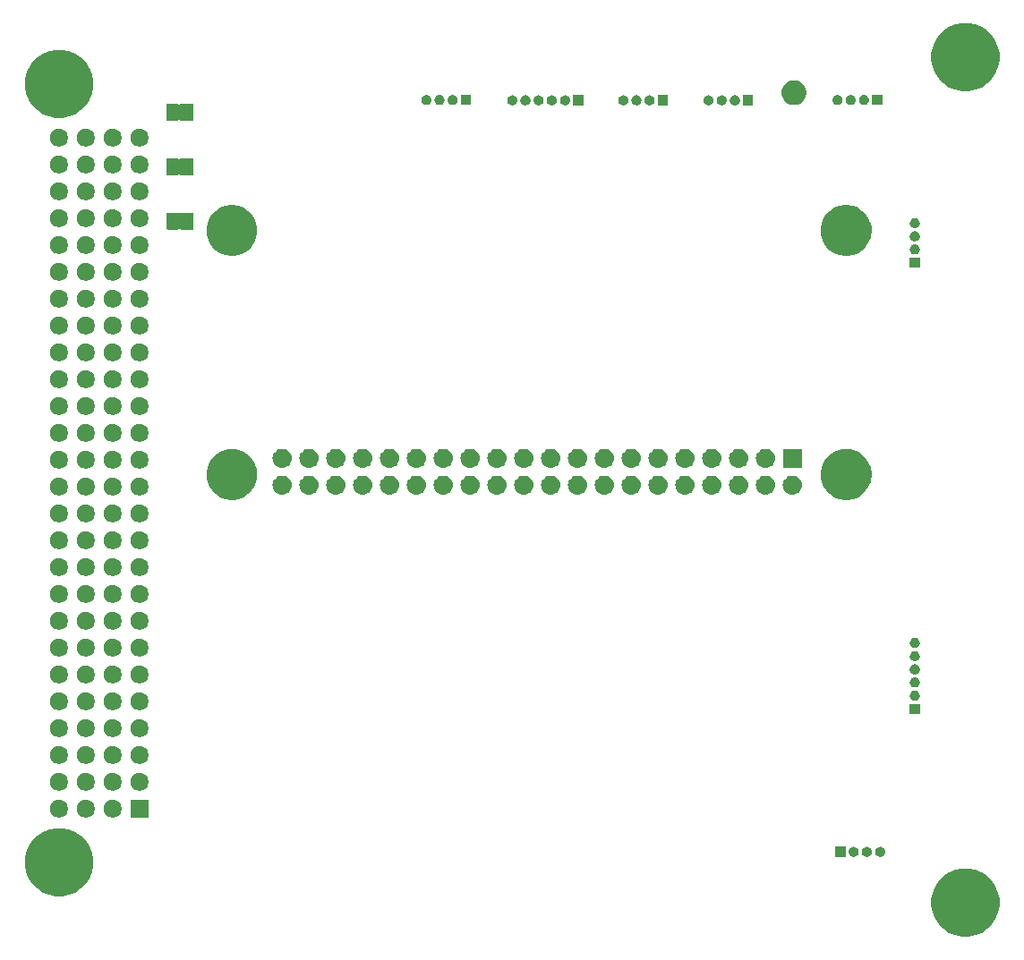
<source format=gbr>
G04 #@! TF.GenerationSoftware,KiCad,Pcbnew,(5.1.2)-2*
G04 #@! TF.CreationDate,2021-12-15T08:53:20-03:00*
G04 #@! TF.ProjectId,Magnetometer_A,4d61676e-6574-46f6-9d65-7465725f412e,rev?*
G04 #@! TF.SameCoordinates,Original*
G04 #@! TF.FileFunction,Soldermask,Bot*
G04 #@! TF.FilePolarity,Negative*
%FSLAX46Y46*%
G04 Gerber Fmt 4.6, Leading zero omitted, Abs format (unit mm)*
G04 Created by KiCad (PCBNEW (5.1.2)-2) date 2021-12-15 08:53:20*
%MOMM*%
%LPD*%
G04 APERTURE LIST*
%ADD10C,0.100000*%
G04 APERTURE END LIST*
D10*
G36*
X120590988Y-238017973D02*
G01*
X121153539Y-238250989D01*
X121178084Y-238261156D01*
X121706455Y-238614202D01*
X122155798Y-239063545D01*
X122508844Y-239591916D01*
X122508845Y-239591918D01*
X122752027Y-240179012D01*
X122876000Y-240802265D01*
X122876000Y-241437735D01*
X122752027Y-242060988D01*
X122508845Y-242648082D01*
X122508844Y-242648084D01*
X122155798Y-243176455D01*
X121706455Y-243625798D01*
X121178084Y-243978844D01*
X121178083Y-243978845D01*
X121178082Y-243978845D01*
X120590988Y-244222027D01*
X119967735Y-244346000D01*
X119332265Y-244346000D01*
X118709012Y-244222027D01*
X118121918Y-243978845D01*
X118121917Y-243978845D01*
X118121916Y-243978844D01*
X117593545Y-243625798D01*
X117144202Y-243176455D01*
X116791156Y-242648084D01*
X116791155Y-242648082D01*
X116547973Y-242060988D01*
X116424000Y-241437735D01*
X116424000Y-240802265D01*
X116547973Y-240179012D01*
X116791155Y-239591918D01*
X116791156Y-239591916D01*
X117144202Y-239063545D01*
X117593545Y-238614202D01*
X118121916Y-238261156D01*
X118146461Y-238250989D01*
X118709012Y-238017973D01*
X119332265Y-237894000D01*
X119967735Y-237894000D01*
X120590988Y-238017973D01*
X120590988Y-238017973D01*
G37*
G36*
X34860988Y-234207973D02*
G01*
X35448082Y-234451155D01*
X35448084Y-234451156D01*
X35976455Y-234804202D01*
X36425798Y-235253545D01*
X36778844Y-235781916D01*
X36778845Y-235781918D01*
X37022027Y-236369012D01*
X37146000Y-236992265D01*
X37146000Y-237627735D01*
X37022027Y-238250988D01*
X37017815Y-238261156D01*
X36778844Y-238838084D01*
X36425798Y-239366455D01*
X35976455Y-239815798D01*
X35448084Y-240168844D01*
X35448083Y-240168845D01*
X35448082Y-240168845D01*
X34860988Y-240412027D01*
X34237735Y-240536000D01*
X33602265Y-240536000D01*
X32979012Y-240412027D01*
X32391918Y-240168845D01*
X32391917Y-240168845D01*
X32391916Y-240168844D01*
X31863545Y-239815798D01*
X31414202Y-239366455D01*
X31061156Y-238838084D01*
X30822185Y-238261156D01*
X30817973Y-238250988D01*
X30694000Y-237627735D01*
X30694000Y-236992265D01*
X30817973Y-236369012D01*
X31061155Y-235781918D01*
X31061156Y-235781916D01*
X31414202Y-235253545D01*
X31863545Y-234804202D01*
X32391916Y-234451156D01*
X32391918Y-234451155D01*
X32979012Y-234207973D01*
X33602265Y-234084000D01*
X34237735Y-234084000D01*
X34860988Y-234207973D01*
X34860988Y-234207973D01*
G37*
G36*
X108306000Y-236786000D02*
G01*
X107354000Y-236786000D01*
X107354000Y-235834000D01*
X108306000Y-235834000D01*
X108306000Y-236786000D01*
X108306000Y-236786000D01*
G37*
G36*
X110468843Y-235852292D02*
G01*
X110519588Y-235873311D01*
X110555470Y-235888174D01*
X110633432Y-235940267D01*
X110699733Y-236006568D01*
X110751826Y-236084530D01*
X110751826Y-236084531D01*
X110787708Y-236171157D01*
X110806000Y-236263117D01*
X110806000Y-236356883D01*
X110787708Y-236448843D01*
X110766689Y-236499588D01*
X110751826Y-236535470D01*
X110699733Y-236613432D01*
X110633432Y-236679733D01*
X110555470Y-236731826D01*
X110519588Y-236746689D01*
X110468843Y-236767708D01*
X110376883Y-236786000D01*
X110283117Y-236786000D01*
X110191157Y-236767708D01*
X110140412Y-236746689D01*
X110104530Y-236731826D01*
X110026568Y-236679733D01*
X109960267Y-236613432D01*
X109908174Y-236535470D01*
X109893311Y-236499588D01*
X109872292Y-236448843D01*
X109854000Y-236356883D01*
X109854000Y-236263117D01*
X109872292Y-236171157D01*
X109908174Y-236084531D01*
X109908174Y-236084530D01*
X109960267Y-236006568D01*
X110026568Y-235940267D01*
X110104530Y-235888174D01*
X110140412Y-235873311D01*
X110191157Y-235852292D01*
X110283117Y-235834000D01*
X110376883Y-235834000D01*
X110468843Y-235852292D01*
X110468843Y-235852292D01*
G37*
G36*
X111718843Y-235852292D02*
G01*
X111769588Y-235873311D01*
X111805470Y-235888174D01*
X111883432Y-235940267D01*
X111949733Y-236006568D01*
X112001826Y-236084530D01*
X112001826Y-236084531D01*
X112037708Y-236171157D01*
X112056000Y-236263117D01*
X112056000Y-236356883D01*
X112037708Y-236448843D01*
X112016689Y-236499588D01*
X112001826Y-236535470D01*
X111949733Y-236613432D01*
X111883432Y-236679733D01*
X111805470Y-236731826D01*
X111769588Y-236746689D01*
X111718843Y-236767708D01*
X111626883Y-236786000D01*
X111533117Y-236786000D01*
X111441157Y-236767708D01*
X111390412Y-236746689D01*
X111354530Y-236731826D01*
X111276568Y-236679733D01*
X111210267Y-236613432D01*
X111158174Y-236535470D01*
X111143311Y-236499588D01*
X111122292Y-236448843D01*
X111104000Y-236356883D01*
X111104000Y-236263117D01*
X111122292Y-236171157D01*
X111158174Y-236084531D01*
X111158174Y-236084530D01*
X111210267Y-236006568D01*
X111276568Y-235940267D01*
X111354530Y-235888174D01*
X111390412Y-235873311D01*
X111441157Y-235852292D01*
X111533117Y-235834000D01*
X111626883Y-235834000D01*
X111718843Y-235852292D01*
X111718843Y-235852292D01*
G37*
G36*
X109218843Y-235852292D02*
G01*
X109269588Y-235873311D01*
X109305470Y-235888174D01*
X109383432Y-235940267D01*
X109449733Y-236006568D01*
X109501826Y-236084530D01*
X109501826Y-236084531D01*
X109537708Y-236171157D01*
X109556000Y-236263117D01*
X109556000Y-236356883D01*
X109537708Y-236448843D01*
X109516689Y-236499588D01*
X109501826Y-236535470D01*
X109449733Y-236613432D01*
X109383432Y-236679733D01*
X109305470Y-236731826D01*
X109269588Y-236746689D01*
X109218843Y-236767708D01*
X109126883Y-236786000D01*
X109033117Y-236786000D01*
X108941157Y-236767708D01*
X108890412Y-236746689D01*
X108854530Y-236731826D01*
X108776568Y-236679733D01*
X108710267Y-236613432D01*
X108658174Y-236535470D01*
X108643311Y-236499588D01*
X108622292Y-236448843D01*
X108604000Y-236356883D01*
X108604000Y-236263117D01*
X108622292Y-236171157D01*
X108658174Y-236084531D01*
X108658174Y-236084530D01*
X108710267Y-236006568D01*
X108776568Y-235940267D01*
X108854530Y-235888174D01*
X108890412Y-235873311D01*
X108941157Y-235852292D01*
X109033117Y-235834000D01*
X109126883Y-235834000D01*
X109218843Y-235852292D01*
X109218843Y-235852292D01*
G37*
G36*
X34148228Y-231411703D02*
G01*
X34303100Y-231475853D01*
X34442481Y-231568985D01*
X34561015Y-231687519D01*
X34654147Y-231826900D01*
X34718297Y-231981772D01*
X34751000Y-232146184D01*
X34751000Y-232313816D01*
X34718297Y-232478228D01*
X34654147Y-232633100D01*
X34561015Y-232772481D01*
X34442481Y-232891015D01*
X34303100Y-232984147D01*
X34148228Y-233048297D01*
X33983816Y-233081000D01*
X33816184Y-233081000D01*
X33651772Y-233048297D01*
X33496900Y-232984147D01*
X33357519Y-232891015D01*
X33238985Y-232772481D01*
X33145853Y-232633100D01*
X33081703Y-232478228D01*
X33049000Y-232313816D01*
X33049000Y-232146184D01*
X33081703Y-231981772D01*
X33145853Y-231826900D01*
X33238985Y-231687519D01*
X33357519Y-231568985D01*
X33496900Y-231475853D01*
X33651772Y-231411703D01*
X33816184Y-231379000D01*
X33983816Y-231379000D01*
X34148228Y-231411703D01*
X34148228Y-231411703D01*
G37*
G36*
X36688228Y-231411703D02*
G01*
X36843100Y-231475853D01*
X36982481Y-231568985D01*
X37101015Y-231687519D01*
X37194147Y-231826900D01*
X37258297Y-231981772D01*
X37291000Y-232146184D01*
X37291000Y-232313816D01*
X37258297Y-232478228D01*
X37194147Y-232633100D01*
X37101015Y-232772481D01*
X36982481Y-232891015D01*
X36843100Y-232984147D01*
X36688228Y-233048297D01*
X36523816Y-233081000D01*
X36356184Y-233081000D01*
X36191772Y-233048297D01*
X36036900Y-232984147D01*
X35897519Y-232891015D01*
X35778985Y-232772481D01*
X35685853Y-232633100D01*
X35621703Y-232478228D01*
X35589000Y-232313816D01*
X35589000Y-232146184D01*
X35621703Y-231981772D01*
X35685853Y-231826900D01*
X35778985Y-231687519D01*
X35897519Y-231568985D01*
X36036900Y-231475853D01*
X36191772Y-231411703D01*
X36356184Y-231379000D01*
X36523816Y-231379000D01*
X36688228Y-231411703D01*
X36688228Y-231411703D01*
G37*
G36*
X42371000Y-233081000D02*
G01*
X40669000Y-233081000D01*
X40669000Y-231379000D01*
X42371000Y-231379000D01*
X42371000Y-233081000D01*
X42371000Y-233081000D01*
G37*
G36*
X39228228Y-231411703D02*
G01*
X39383100Y-231475853D01*
X39522481Y-231568985D01*
X39641015Y-231687519D01*
X39734147Y-231826900D01*
X39798297Y-231981772D01*
X39831000Y-232146184D01*
X39831000Y-232313816D01*
X39798297Y-232478228D01*
X39734147Y-232633100D01*
X39641015Y-232772481D01*
X39522481Y-232891015D01*
X39383100Y-232984147D01*
X39228228Y-233048297D01*
X39063816Y-233081000D01*
X38896184Y-233081000D01*
X38731772Y-233048297D01*
X38576900Y-232984147D01*
X38437519Y-232891015D01*
X38318985Y-232772481D01*
X38225853Y-232633100D01*
X38161703Y-232478228D01*
X38129000Y-232313816D01*
X38129000Y-232146184D01*
X38161703Y-231981772D01*
X38225853Y-231826900D01*
X38318985Y-231687519D01*
X38437519Y-231568985D01*
X38576900Y-231475853D01*
X38731772Y-231411703D01*
X38896184Y-231379000D01*
X39063816Y-231379000D01*
X39228228Y-231411703D01*
X39228228Y-231411703D01*
G37*
G36*
X41768228Y-228871703D02*
G01*
X41923100Y-228935853D01*
X42062481Y-229028985D01*
X42181015Y-229147519D01*
X42274147Y-229286900D01*
X42338297Y-229441772D01*
X42371000Y-229606184D01*
X42371000Y-229773816D01*
X42338297Y-229938228D01*
X42274147Y-230093100D01*
X42181015Y-230232481D01*
X42062481Y-230351015D01*
X41923100Y-230444147D01*
X41768228Y-230508297D01*
X41603816Y-230541000D01*
X41436184Y-230541000D01*
X41271772Y-230508297D01*
X41116900Y-230444147D01*
X40977519Y-230351015D01*
X40858985Y-230232481D01*
X40765853Y-230093100D01*
X40701703Y-229938228D01*
X40669000Y-229773816D01*
X40669000Y-229606184D01*
X40701703Y-229441772D01*
X40765853Y-229286900D01*
X40858985Y-229147519D01*
X40977519Y-229028985D01*
X41116900Y-228935853D01*
X41271772Y-228871703D01*
X41436184Y-228839000D01*
X41603816Y-228839000D01*
X41768228Y-228871703D01*
X41768228Y-228871703D01*
G37*
G36*
X36688228Y-228871703D02*
G01*
X36843100Y-228935853D01*
X36982481Y-229028985D01*
X37101015Y-229147519D01*
X37194147Y-229286900D01*
X37258297Y-229441772D01*
X37291000Y-229606184D01*
X37291000Y-229773816D01*
X37258297Y-229938228D01*
X37194147Y-230093100D01*
X37101015Y-230232481D01*
X36982481Y-230351015D01*
X36843100Y-230444147D01*
X36688228Y-230508297D01*
X36523816Y-230541000D01*
X36356184Y-230541000D01*
X36191772Y-230508297D01*
X36036900Y-230444147D01*
X35897519Y-230351015D01*
X35778985Y-230232481D01*
X35685853Y-230093100D01*
X35621703Y-229938228D01*
X35589000Y-229773816D01*
X35589000Y-229606184D01*
X35621703Y-229441772D01*
X35685853Y-229286900D01*
X35778985Y-229147519D01*
X35897519Y-229028985D01*
X36036900Y-228935853D01*
X36191772Y-228871703D01*
X36356184Y-228839000D01*
X36523816Y-228839000D01*
X36688228Y-228871703D01*
X36688228Y-228871703D01*
G37*
G36*
X34148228Y-228871703D02*
G01*
X34303100Y-228935853D01*
X34442481Y-229028985D01*
X34561015Y-229147519D01*
X34654147Y-229286900D01*
X34718297Y-229441772D01*
X34751000Y-229606184D01*
X34751000Y-229773816D01*
X34718297Y-229938228D01*
X34654147Y-230093100D01*
X34561015Y-230232481D01*
X34442481Y-230351015D01*
X34303100Y-230444147D01*
X34148228Y-230508297D01*
X33983816Y-230541000D01*
X33816184Y-230541000D01*
X33651772Y-230508297D01*
X33496900Y-230444147D01*
X33357519Y-230351015D01*
X33238985Y-230232481D01*
X33145853Y-230093100D01*
X33081703Y-229938228D01*
X33049000Y-229773816D01*
X33049000Y-229606184D01*
X33081703Y-229441772D01*
X33145853Y-229286900D01*
X33238985Y-229147519D01*
X33357519Y-229028985D01*
X33496900Y-228935853D01*
X33651772Y-228871703D01*
X33816184Y-228839000D01*
X33983816Y-228839000D01*
X34148228Y-228871703D01*
X34148228Y-228871703D01*
G37*
G36*
X39228228Y-228871703D02*
G01*
X39383100Y-228935853D01*
X39522481Y-229028985D01*
X39641015Y-229147519D01*
X39734147Y-229286900D01*
X39798297Y-229441772D01*
X39831000Y-229606184D01*
X39831000Y-229773816D01*
X39798297Y-229938228D01*
X39734147Y-230093100D01*
X39641015Y-230232481D01*
X39522481Y-230351015D01*
X39383100Y-230444147D01*
X39228228Y-230508297D01*
X39063816Y-230541000D01*
X38896184Y-230541000D01*
X38731772Y-230508297D01*
X38576900Y-230444147D01*
X38437519Y-230351015D01*
X38318985Y-230232481D01*
X38225853Y-230093100D01*
X38161703Y-229938228D01*
X38129000Y-229773816D01*
X38129000Y-229606184D01*
X38161703Y-229441772D01*
X38225853Y-229286900D01*
X38318985Y-229147519D01*
X38437519Y-229028985D01*
X38576900Y-228935853D01*
X38731772Y-228871703D01*
X38896184Y-228839000D01*
X39063816Y-228839000D01*
X39228228Y-228871703D01*
X39228228Y-228871703D01*
G37*
G36*
X39228228Y-226331703D02*
G01*
X39383100Y-226395853D01*
X39522481Y-226488985D01*
X39641015Y-226607519D01*
X39734147Y-226746900D01*
X39798297Y-226901772D01*
X39831000Y-227066184D01*
X39831000Y-227233816D01*
X39798297Y-227398228D01*
X39734147Y-227553100D01*
X39641015Y-227692481D01*
X39522481Y-227811015D01*
X39383100Y-227904147D01*
X39228228Y-227968297D01*
X39063816Y-228001000D01*
X38896184Y-228001000D01*
X38731772Y-227968297D01*
X38576900Y-227904147D01*
X38437519Y-227811015D01*
X38318985Y-227692481D01*
X38225853Y-227553100D01*
X38161703Y-227398228D01*
X38129000Y-227233816D01*
X38129000Y-227066184D01*
X38161703Y-226901772D01*
X38225853Y-226746900D01*
X38318985Y-226607519D01*
X38437519Y-226488985D01*
X38576900Y-226395853D01*
X38731772Y-226331703D01*
X38896184Y-226299000D01*
X39063816Y-226299000D01*
X39228228Y-226331703D01*
X39228228Y-226331703D01*
G37*
G36*
X41768228Y-226331703D02*
G01*
X41923100Y-226395853D01*
X42062481Y-226488985D01*
X42181015Y-226607519D01*
X42274147Y-226746900D01*
X42338297Y-226901772D01*
X42371000Y-227066184D01*
X42371000Y-227233816D01*
X42338297Y-227398228D01*
X42274147Y-227553100D01*
X42181015Y-227692481D01*
X42062481Y-227811015D01*
X41923100Y-227904147D01*
X41768228Y-227968297D01*
X41603816Y-228001000D01*
X41436184Y-228001000D01*
X41271772Y-227968297D01*
X41116900Y-227904147D01*
X40977519Y-227811015D01*
X40858985Y-227692481D01*
X40765853Y-227553100D01*
X40701703Y-227398228D01*
X40669000Y-227233816D01*
X40669000Y-227066184D01*
X40701703Y-226901772D01*
X40765853Y-226746900D01*
X40858985Y-226607519D01*
X40977519Y-226488985D01*
X41116900Y-226395853D01*
X41271772Y-226331703D01*
X41436184Y-226299000D01*
X41603816Y-226299000D01*
X41768228Y-226331703D01*
X41768228Y-226331703D01*
G37*
G36*
X36688228Y-226331703D02*
G01*
X36843100Y-226395853D01*
X36982481Y-226488985D01*
X37101015Y-226607519D01*
X37194147Y-226746900D01*
X37258297Y-226901772D01*
X37291000Y-227066184D01*
X37291000Y-227233816D01*
X37258297Y-227398228D01*
X37194147Y-227553100D01*
X37101015Y-227692481D01*
X36982481Y-227811015D01*
X36843100Y-227904147D01*
X36688228Y-227968297D01*
X36523816Y-228001000D01*
X36356184Y-228001000D01*
X36191772Y-227968297D01*
X36036900Y-227904147D01*
X35897519Y-227811015D01*
X35778985Y-227692481D01*
X35685853Y-227553100D01*
X35621703Y-227398228D01*
X35589000Y-227233816D01*
X35589000Y-227066184D01*
X35621703Y-226901772D01*
X35685853Y-226746900D01*
X35778985Y-226607519D01*
X35897519Y-226488985D01*
X36036900Y-226395853D01*
X36191772Y-226331703D01*
X36356184Y-226299000D01*
X36523816Y-226299000D01*
X36688228Y-226331703D01*
X36688228Y-226331703D01*
G37*
G36*
X34148228Y-226331703D02*
G01*
X34303100Y-226395853D01*
X34442481Y-226488985D01*
X34561015Y-226607519D01*
X34654147Y-226746900D01*
X34718297Y-226901772D01*
X34751000Y-227066184D01*
X34751000Y-227233816D01*
X34718297Y-227398228D01*
X34654147Y-227553100D01*
X34561015Y-227692481D01*
X34442481Y-227811015D01*
X34303100Y-227904147D01*
X34148228Y-227968297D01*
X33983816Y-228001000D01*
X33816184Y-228001000D01*
X33651772Y-227968297D01*
X33496900Y-227904147D01*
X33357519Y-227811015D01*
X33238985Y-227692481D01*
X33145853Y-227553100D01*
X33081703Y-227398228D01*
X33049000Y-227233816D01*
X33049000Y-227066184D01*
X33081703Y-226901772D01*
X33145853Y-226746900D01*
X33238985Y-226607519D01*
X33357519Y-226488985D01*
X33496900Y-226395853D01*
X33651772Y-226331703D01*
X33816184Y-226299000D01*
X33983816Y-226299000D01*
X34148228Y-226331703D01*
X34148228Y-226331703D01*
G37*
G36*
X36688228Y-223791703D02*
G01*
X36843100Y-223855853D01*
X36982481Y-223948985D01*
X37101015Y-224067519D01*
X37194147Y-224206900D01*
X37258297Y-224361772D01*
X37291000Y-224526184D01*
X37291000Y-224693816D01*
X37258297Y-224858228D01*
X37194147Y-225013100D01*
X37101015Y-225152481D01*
X36982481Y-225271015D01*
X36843100Y-225364147D01*
X36688228Y-225428297D01*
X36523816Y-225461000D01*
X36356184Y-225461000D01*
X36191772Y-225428297D01*
X36036900Y-225364147D01*
X35897519Y-225271015D01*
X35778985Y-225152481D01*
X35685853Y-225013100D01*
X35621703Y-224858228D01*
X35589000Y-224693816D01*
X35589000Y-224526184D01*
X35621703Y-224361772D01*
X35685853Y-224206900D01*
X35778985Y-224067519D01*
X35897519Y-223948985D01*
X36036900Y-223855853D01*
X36191772Y-223791703D01*
X36356184Y-223759000D01*
X36523816Y-223759000D01*
X36688228Y-223791703D01*
X36688228Y-223791703D01*
G37*
G36*
X39228228Y-223791703D02*
G01*
X39383100Y-223855853D01*
X39522481Y-223948985D01*
X39641015Y-224067519D01*
X39734147Y-224206900D01*
X39798297Y-224361772D01*
X39831000Y-224526184D01*
X39831000Y-224693816D01*
X39798297Y-224858228D01*
X39734147Y-225013100D01*
X39641015Y-225152481D01*
X39522481Y-225271015D01*
X39383100Y-225364147D01*
X39228228Y-225428297D01*
X39063816Y-225461000D01*
X38896184Y-225461000D01*
X38731772Y-225428297D01*
X38576900Y-225364147D01*
X38437519Y-225271015D01*
X38318985Y-225152481D01*
X38225853Y-225013100D01*
X38161703Y-224858228D01*
X38129000Y-224693816D01*
X38129000Y-224526184D01*
X38161703Y-224361772D01*
X38225853Y-224206900D01*
X38318985Y-224067519D01*
X38437519Y-223948985D01*
X38576900Y-223855853D01*
X38731772Y-223791703D01*
X38896184Y-223759000D01*
X39063816Y-223759000D01*
X39228228Y-223791703D01*
X39228228Y-223791703D01*
G37*
G36*
X34148228Y-223791703D02*
G01*
X34303100Y-223855853D01*
X34442481Y-223948985D01*
X34561015Y-224067519D01*
X34654147Y-224206900D01*
X34718297Y-224361772D01*
X34751000Y-224526184D01*
X34751000Y-224693816D01*
X34718297Y-224858228D01*
X34654147Y-225013100D01*
X34561015Y-225152481D01*
X34442481Y-225271015D01*
X34303100Y-225364147D01*
X34148228Y-225428297D01*
X33983816Y-225461000D01*
X33816184Y-225461000D01*
X33651772Y-225428297D01*
X33496900Y-225364147D01*
X33357519Y-225271015D01*
X33238985Y-225152481D01*
X33145853Y-225013100D01*
X33081703Y-224858228D01*
X33049000Y-224693816D01*
X33049000Y-224526184D01*
X33081703Y-224361772D01*
X33145853Y-224206900D01*
X33238985Y-224067519D01*
X33357519Y-223948985D01*
X33496900Y-223855853D01*
X33651772Y-223791703D01*
X33816184Y-223759000D01*
X33983816Y-223759000D01*
X34148228Y-223791703D01*
X34148228Y-223791703D01*
G37*
G36*
X41768228Y-223791703D02*
G01*
X41923100Y-223855853D01*
X42062481Y-223948985D01*
X42181015Y-224067519D01*
X42274147Y-224206900D01*
X42338297Y-224361772D01*
X42371000Y-224526184D01*
X42371000Y-224693816D01*
X42338297Y-224858228D01*
X42274147Y-225013100D01*
X42181015Y-225152481D01*
X42062481Y-225271015D01*
X41923100Y-225364147D01*
X41768228Y-225428297D01*
X41603816Y-225461000D01*
X41436184Y-225461000D01*
X41271772Y-225428297D01*
X41116900Y-225364147D01*
X40977519Y-225271015D01*
X40858985Y-225152481D01*
X40765853Y-225013100D01*
X40701703Y-224858228D01*
X40669000Y-224693816D01*
X40669000Y-224526184D01*
X40701703Y-224361772D01*
X40765853Y-224206900D01*
X40858985Y-224067519D01*
X40977519Y-223948985D01*
X41116900Y-223855853D01*
X41271772Y-223791703D01*
X41436184Y-223759000D01*
X41603816Y-223759000D01*
X41768228Y-223791703D01*
X41768228Y-223791703D01*
G37*
G36*
X115346000Y-223266000D02*
G01*
X114394000Y-223266000D01*
X114394000Y-222314000D01*
X115346000Y-222314000D01*
X115346000Y-223266000D01*
X115346000Y-223266000D01*
G37*
G36*
X41768228Y-221251703D02*
G01*
X41923100Y-221315853D01*
X42062481Y-221408985D01*
X42181015Y-221527519D01*
X42274147Y-221666900D01*
X42338297Y-221821772D01*
X42371000Y-221986184D01*
X42371000Y-222153816D01*
X42338297Y-222318228D01*
X42274147Y-222473100D01*
X42181015Y-222612481D01*
X42062481Y-222731015D01*
X41923100Y-222824147D01*
X41768228Y-222888297D01*
X41603816Y-222921000D01*
X41436184Y-222921000D01*
X41271772Y-222888297D01*
X41116900Y-222824147D01*
X40977519Y-222731015D01*
X40858985Y-222612481D01*
X40765853Y-222473100D01*
X40701703Y-222318228D01*
X40669000Y-222153816D01*
X40669000Y-221986184D01*
X40701703Y-221821772D01*
X40765853Y-221666900D01*
X40858985Y-221527519D01*
X40977519Y-221408985D01*
X41116900Y-221315853D01*
X41271772Y-221251703D01*
X41436184Y-221219000D01*
X41603816Y-221219000D01*
X41768228Y-221251703D01*
X41768228Y-221251703D01*
G37*
G36*
X34148228Y-221251703D02*
G01*
X34303100Y-221315853D01*
X34442481Y-221408985D01*
X34561015Y-221527519D01*
X34654147Y-221666900D01*
X34718297Y-221821772D01*
X34751000Y-221986184D01*
X34751000Y-222153816D01*
X34718297Y-222318228D01*
X34654147Y-222473100D01*
X34561015Y-222612481D01*
X34442481Y-222731015D01*
X34303100Y-222824147D01*
X34148228Y-222888297D01*
X33983816Y-222921000D01*
X33816184Y-222921000D01*
X33651772Y-222888297D01*
X33496900Y-222824147D01*
X33357519Y-222731015D01*
X33238985Y-222612481D01*
X33145853Y-222473100D01*
X33081703Y-222318228D01*
X33049000Y-222153816D01*
X33049000Y-221986184D01*
X33081703Y-221821772D01*
X33145853Y-221666900D01*
X33238985Y-221527519D01*
X33357519Y-221408985D01*
X33496900Y-221315853D01*
X33651772Y-221251703D01*
X33816184Y-221219000D01*
X33983816Y-221219000D01*
X34148228Y-221251703D01*
X34148228Y-221251703D01*
G37*
G36*
X36688228Y-221251703D02*
G01*
X36843100Y-221315853D01*
X36982481Y-221408985D01*
X37101015Y-221527519D01*
X37194147Y-221666900D01*
X37258297Y-221821772D01*
X37291000Y-221986184D01*
X37291000Y-222153816D01*
X37258297Y-222318228D01*
X37194147Y-222473100D01*
X37101015Y-222612481D01*
X36982481Y-222731015D01*
X36843100Y-222824147D01*
X36688228Y-222888297D01*
X36523816Y-222921000D01*
X36356184Y-222921000D01*
X36191772Y-222888297D01*
X36036900Y-222824147D01*
X35897519Y-222731015D01*
X35778985Y-222612481D01*
X35685853Y-222473100D01*
X35621703Y-222318228D01*
X35589000Y-222153816D01*
X35589000Y-221986184D01*
X35621703Y-221821772D01*
X35685853Y-221666900D01*
X35778985Y-221527519D01*
X35897519Y-221408985D01*
X36036900Y-221315853D01*
X36191772Y-221251703D01*
X36356184Y-221219000D01*
X36523816Y-221219000D01*
X36688228Y-221251703D01*
X36688228Y-221251703D01*
G37*
G36*
X39228228Y-221251703D02*
G01*
X39383100Y-221315853D01*
X39522481Y-221408985D01*
X39641015Y-221527519D01*
X39734147Y-221666900D01*
X39798297Y-221821772D01*
X39831000Y-221986184D01*
X39831000Y-222153816D01*
X39798297Y-222318228D01*
X39734147Y-222473100D01*
X39641015Y-222612481D01*
X39522481Y-222731015D01*
X39383100Y-222824147D01*
X39228228Y-222888297D01*
X39063816Y-222921000D01*
X38896184Y-222921000D01*
X38731772Y-222888297D01*
X38576900Y-222824147D01*
X38437519Y-222731015D01*
X38318985Y-222612481D01*
X38225853Y-222473100D01*
X38161703Y-222318228D01*
X38129000Y-222153816D01*
X38129000Y-221986184D01*
X38161703Y-221821772D01*
X38225853Y-221666900D01*
X38318985Y-221527519D01*
X38437519Y-221408985D01*
X38576900Y-221315853D01*
X38731772Y-221251703D01*
X38896184Y-221219000D01*
X39063816Y-221219000D01*
X39228228Y-221251703D01*
X39228228Y-221251703D01*
G37*
G36*
X115008843Y-221082292D02*
G01*
X115059588Y-221103311D01*
X115095470Y-221118174D01*
X115173432Y-221170267D01*
X115239733Y-221236568D01*
X115291826Y-221314530D01*
X115292374Y-221315853D01*
X115327708Y-221401157D01*
X115346000Y-221493117D01*
X115346000Y-221586883D01*
X115327708Y-221678843D01*
X115306689Y-221729588D01*
X115291826Y-221765470D01*
X115239733Y-221843432D01*
X115173432Y-221909733D01*
X115095470Y-221961826D01*
X115059588Y-221976689D01*
X115008843Y-221997708D01*
X114916883Y-222016000D01*
X114823117Y-222016000D01*
X114731157Y-221997708D01*
X114680412Y-221976689D01*
X114644530Y-221961826D01*
X114566568Y-221909733D01*
X114500267Y-221843432D01*
X114448174Y-221765470D01*
X114433311Y-221729588D01*
X114412292Y-221678843D01*
X114394000Y-221586883D01*
X114394000Y-221493117D01*
X114412292Y-221401157D01*
X114447626Y-221315853D01*
X114448174Y-221314530D01*
X114500267Y-221236568D01*
X114566568Y-221170267D01*
X114644530Y-221118174D01*
X114680412Y-221103311D01*
X114731157Y-221082292D01*
X114823117Y-221064000D01*
X114916883Y-221064000D01*
X115008843Y-221082292D01*
X115008843Y-221082292D01*
G37*
G36*
X115008843Y-219832292D02*
G01*
X115059588Y-219853311D01*
X115095470Y-219868174D01*
X115173432Y-219920267D01*
X115239733Y-219986568D01*
X115291826Y-220064530D01*
X115291826Y-220064531D01*
X115327708Y-220151157D01*
X115346000Y-220243117D01*
X115346000Y-220336883D01*
X115327708Y-220428843D01*
X115306689Y-220479588D01*
X115291826Y-220515470D01*
X115239733Y-220593432D01*
X115173432Y-220659733D01*
X115095470Y-220711826D01*
X115059588Y-220726689D01*
X115008843Y-220747708D01*
X114916883Y-220766000D01*
X114823117Y-220766000D01*
X114731157Y-220747708D01*
X114680412Y-220726689D01*
X114644530Y-220711826D01*
X114566568Y-220659733D01*
X114500267Y-220593432D01*
X114448174Y-220515470D01*
X114433311Y-220479588D01*
X114412292Y-220428843D01*
X114394000Y-220336883D01*
X114394000Y-220243117D01*
X114412292Y-220151157D01*
X114448174Y-220064531D01*
X114448174Y-220064530D01*
X114500267Y-219986568D01*
X114566568Y-219920267D01*
X114644530Y-219868174D01*
X114680412Y-219853311D01*
X114731157Y-219832292D01*
X114823117Y-219814000D01*
X114916883Y-219814000D01*
X115008843Y-219832292D01*
X115008843Y-219832292D01*
G37*
G36*
X34148228Y-218711703D02*
G01*
X34303100Y-218775853D01*
X34442481Y-218868985D01*
X34561015Y-218987519D01*
X34654147Y-219126900D01*
X34718297Y-219281772D01*
X34751000Y-219446184D01*
X34751000Y-219613816D01*
X34718297Y-219778228D01*
X34654147Y-219933100D01*
X34561015Y-220072481D01*
X34442481Y-220191015D01*
X34303100Y-220284147D01*
X34148228Y-220348297D01*
X33983816Y-220381000D01*
X33816184Y-220381000D01*
X33651772Y-220348297D01*
X33496900Y-220284147D01*
X33357519Y-220191015D01*
X33238985Y-220072481D01*
X33145853Y-219933100D01*
X33081703Y-219778228D01*
X33049000Y-219613816D01*
X33049000Y-219446184D01*
X33081703Y-219281772D01*
X33145853Y-219126900D01*
X33238985Y-218987519D01*
X33357519Y-218868985D01*
X33496900Y-218775853D01*
X33651772Y-218711703D01*
X33816184Y-218679000D01*
X33983816Y-218679000D01*
X34148228Y-218711703D01*
X34148228Y-218711703D01*
G37*
G36*
X41768228Y-218711703D02*
G01*
X41923100Y-218775853D01*
X42062481Y-218868985D01*
X42181015Y-218987519D01*
X42274147Y-219126900D01*
X42338297Y-219281772D01*
X42371000Y-219446184D01*
X42371000Y-219613816D01*
X42338297Y-219778228D01*
X42274147Y-219933100D01*
X42181015Y-220072481D01*
X42062481Y-220191015D01*
X41923100Y-220284147D01*
X41768228Y-220348297D01*
X41603816Y-220381000D01*
X41436184Y-220381000D01*
X41271772Y-220348297D01*
X41116900Y-220284147D01*
X40977519Y-220191015D01*
X40858985Y-220072481D01*
X40765853Y-219933100D01*
X40701703Y-219778228D01*
X40669000Y-219613816D01*
X40669000Y-219446184D01*
X40701703Y-219281772D01*
X40765853Y-219126900D01*
X40858985Y-218987519D01*
X40977519Y-218868985D01*
X41116900Y-218775853D01*
X41271772Y-218711703D01*
X41436184Y-218679000D01*
X41603816Y-218679000D01*
X41768228Y-218711703D01*
X41768228Y-218711703D01*
G37*
G36*
X39228228Y-218711703D02*
G01*
X39383100Y-218775853D01*
X39522481Y-218868985D01*
X39641015Y-218987519D01*
X39734147Y-219126900D01*
X39798297Y-219281772D01*
X39831000Y-219446184D01*
X39831000Y-219613816D01*
X39798297Y-219778228D01*
X39734147Y-219933100D01*
X39641015Y-220072481D01*
X39522481Y-220191015D01*
X39383100Y-220284147D01*
X39228228Y-220348297D01*
X39063816Y-220381000D01*
X38896184Y-220381000D01*
X38731772Y-220348297D01*
X38576900Y-220284147D01*
X38437519Y-220191015D01*
X38318985Y-220072481D01*
X38225853Y-219933100D01*
X38161703Y-219778228D01*
X38129000Y-219613816D01*
X38129000Y-219446184D01*
X38161703Y-219281772D01*
X38225853Y-219126900D01*
X38318985Y-218987519D01*
X38437519Y-218868985D01*
X38576900Y-218775853D01*
X38731772Y-218711703D01*
X38896184Y-218679000D01*
X39063816Y-218679000D01*
X39228228Y-218711703D01*
X39228228Y-218711703D01*
G37*
G36*
X36688228Y-218711703D02*
G01*
X36843100Y-218775853D01*
X36982481Y-218868985D01*
X37101015Y-218987519D01*
X37194147Y-219126900D01*
X37258297Y-219281772D01*
X37291000Y-219446184D01*
X37291000Y-219613816D01*
X37258297Y-219778228D01*
X37194147Y-219933100D01*
X37101015Y-220072481D01*
X36982481Y-220191015D01*
X36843100Y-220284147D01*
X36688228Y-220348297D01*
X36523816Y-220381000D01*
X36356184Y-220381000D01*
X36191772Y-220348297D01*
X36036900Y-220284147D01*
X35897519Y-220191015D01*
X35778985Y-220072481D01*
X35685853Y-219933100D01*
X35621703Y-219778228D01*
X35589000Y-219613816D01*
X35589000Y-219446184D01*
X35621703Y-219281772D01*
X35685853Y-219126900D01*
X35778985Y-218987519D01*
X35897519Y-218868985D01*
X36036900Y-218775853D01*
X36191772Y-218711703D01*
X36356184Y-218679000D01*
X36523816Y-218679000D01*
X36688228Y-218711703D01*
X36688228Y-218711703D01*
G37*
G36*
X115008843Y-218582292D02*
G01*
X115059588Y-218603311D01*
X115095470Y-218618174D01*
X115173432Y-218670267D01*
X115239733Y-218736568D01*
X115291826Y-218814530D01*
X115291826Y-218814531D01*
X115327708Y-218901157D01*
X115346000Y-218993117D01*
X115346000Y-219086883D01*
X115327708Y-219178843D01*
X115306689Y-219229588D01*
X115291826Y-219265470D01*
X115239733Y-219343432D01*
X115173432Y-219409733D01*
X115095470Y-219461826D01*
X115059588Y-219476689D01*
X115008843Y-219497708D01*
X114916883Y-219516000D01*
X114823117Y-219516000D01*
X114731157Y-219497708D01*
X114680412Y-219476689D01*
X114644530Y-219461826D01*
X114566568Y-219409733D01*
X114500267Y-219343432D01*
X114448174Y-219265470D01*
X114433311Y-219229588D01*
X114412292Y-219178843D01*
X114394000Y-219086883D01*
X114394000Y-218993117D01*
X114412292Y-218901157D01*
X114448174Y-218814531D01*
X114448174Y-218814530D01*
X114500267Y-218736568D01*
X114566568Y-218670267D01*
X114644530Y-218618174D01*
X114680412Y-218603311D01*
X114731157Y-218582292D01*
X114823117Y-218564000D01*
X114916883Y-218564000D01*
X115008843Y-218582292D01*
X115008843Y-218582292D01*
G37*
G36*
X115008843Y-217332292D02*
G01*
X115059588Y-217353311D01*
X115095470Y-217368174D01*
X115173432Y-217420267D01*
X115239733Y-217486568D01*
X115291826Y-217564530D01*
X115291826Y-217564531D01*
X115327708Y-217651157D01*
X115346000Y-217743117D01*
X115346000Y-217836883D01*
X115327708Y-217928843D01*
X115306689Y-217979588D01*
X115291826Y-218015470D01*
X115239733Y-218093432D01*
X115173432Y-218159733D01*
X115095470Y-218211826D01*
X115059588Y-218226689D01*
X115008843Y-218247708D01*
X114916883Y-218266000D01*
X114823117Y-218266000D01*
X114731157Y-218247708D01*
X114680412Y-218226689D01*
X114644530Y-218211826D01*
X114566568Y-218159733D01*
X114500267Y-218093432D01*
X114448174Y-218015470D01*
X114433311Y-217979588D01*
X114412292Y-217928843D01*
X114394000Y-217836883D01*
X114394000Y-217743117D01*
X114412292Y-217651157D01*
X114448174Y-217564531D01*
X114448174Y-217564530D01*
X114500267Y-217486568D01*
X114566568Y-217420267D01*
X114644530Y-217368174D01*
X114680412Y-217353311D01*
X114731157Y-217332292D01*
X114823117Y-217314000D01*
X114916883Y-217314000D01*
X115008843Y-217332292D01*
X115008843Y-217332292D01*
G37*
G36*
X41768228Y-216171703D02*
G01*
X41923100Y-216235853D01*
X42062481Y-216328985D01*
X42181015Y-216447519D01*
X42274147Y-216586900D01*
X42338297Y-216741772D01*
X42371000Y-216906184D01*
X42371000Y-217073816D01*
X42338297Y-217238228D01*
X42274147Y-217393100D01*
X42181015Y-217532481D01*
X42062481Y-217651015D01*
X41923100Y-217744147D01*
X41768228Y-217808297D01*
X41603816Y-217841000D01*
X41436184Y-217841000D01*
X41271772Y-217808297D01*
X41116900Y-217744147D01*
X40977519Y-217651015D01*
X40858985Y-217532481D01*
X40765853Y-217393100D01*
X40701703Y-217238228D01*
X40669000Y-217073816D01*
X40669000Y-216906184D01*
X40701703Y-216741772D01*
X40765853Y-216586900D01*
X40858985Y-216447519D01*
X40977519Y-216328985D01*
X41116900Y-216235853D01*
X41271772Y-216171703D01*
X41436184Y-216139000D01*
X41603816Y-216139000D01*
X41768228Y-216171703D01*
X41768228Y-216171703D01*
G37*
G36*
X39228228Y-216171703D02*
G01*
X39383100Y-216235853D01*
X39522481Y-216328985D01*
X39641015Y-216447519D01*
X39734147Y-216586900D01*
X39798297Y-216741772D01*
X39831000Y-216906184D01*
X39831000Y-217073816D01*
X39798297Y-217238228D01*
X39734147Y-217393100D01*
X39641015Y-217532481D01*
X39522481Y-217651015D01*
X39383100Y-217744147D01*
X39228228Y-217808297D01*
X39063816Y-217841000D01*
X38896184Y-217841000D01*
X38731772Y-217808297D01*
X38576900Y-217744147D01*
X38437519Y-217651015D01*
X38318985Y-217532481D01*
X38225853Y-217393100D01*
X38161703Y-217238228D01*
X38129000Y-217073816D01*
X38129000Y-216906184D01*
X38161703Y-216741772D01*
X38225853Y-216586900D01*
X38318985Y-216447519D01*
X38437519Y-216328985D01*
X38576900Y-216235853D01*
X38731772Y-216171703D01*
X38896184Y-216139000D01*
X39063816Y-216139000D01*
X39228228Y-216171703D01*
X39228228Y-216171703D01*
G37*
G36*
X34148228Y-216171703D02*
G01*
X34303100Y-216235853D01*
X34442481Y-216328985D01*
X34561015Y-216447519D01*
X34654147Y-216586900D01*
X34718297Y-216741772D01*
X34751000Y-216906184D01*
X34751000Y-217073816D01*
X34718297Y-217238228D01*
X34654147Y-217393100D01*
X34561015Y-217532481D01*
X34442481Y-217651015D01*
X34303100Y-217744147D01*
X34148228Y-217808297D01*
X33983816Y-217841000D01*
X33816184Y-217841000D01*
X33651772Y-217808297D01*
X33496900Y-217744147D01*
X33357519Y-217651015D01*
X33238985Y-217532481D01*
X33145853Y-217393100D01*
X33081703Y-217238228D01*
X33049000Y-217073816D01*
X33049000Y-216906184D01*
X33081703Y-216741772D01*
X33145853Y-216586900D01*
X33238985Y-216447519D01*
X33357519Y-216328985D01*
X33496900Y-216235853D01*
X33651772Y-216171703D01*
X33816184Y-216139000D01*
X33983816Y-216139000D01*
X34148228Y-216171703D01*
X34148228Y-216171703D01*
G37*
G36*
X36688228Y-216171703D02*
G01*
X36843100Y-216235853D01*
X36982481Y-216328985D01*
X37101015Y-216447519D01*
X37194147Y-216586900D01*
X37258297Y-216741772D01*
X37291000Y-216906184D01*
X37291000Y-217073816D01*
X37258297Y-217238228D01*
X37194147Y-217393100D01*
X37101015Y-217532481D01*
X36982481Y-217651015D01*
X36843100Y-217744147D01*
X36688228Y-217808297D01*
X36523816Y-217841000D01*
X36356184Y-217841000D01*
X36191772Y-217808297D01*
X36036900Y-217744147D01*
X35897519Y-217651015D01*
X35778985Y-217532481D01*
X35685853Y-217393100D01*
X35621703Y-217238228D01*
X35589000Y-217073816D01*
X35589000Y-216906184D01*
X35621703Y-216741772D01*
X35685853Y-216586900D01*
X35778985Y-216447519D01*
X35897519Y-216328985D01*
X36036900Y-216235853D01*
X36191772Y-216171703D01*
X36356184Y-216139000D01*
X36523816Y-216139000D01*
X36688228Y-216171703D01*
X36688228Y-216171703D01*
G37*
G36*
X115008843Y-216082292D02*
G01*
X115059588Y-216103311D01*
X115095470Y-216118174D01*
X115173432Y-216170267D01*
X115239733Y-216236568D01*
X115291826Y-216314530D01*
X115291826Y-216314531D01*
X115327708Y-216401157D01*
X115346000Y-216493117D01*
X115346000Y-216586883D01*
X115327708Y-216678843D01*
X115306689Y-216729588D01*
X115291826Y-216765470D01*
X115239733Y-216843432D01*
X115173432Y-216909733D01*
X115095470Y-216961826D01*
X115059588Y-216976689D01*
X115008843Y-216997708D01*
X114916883Y-217016000D01*
X114823117Y-217016000D01*
X114731157Y-216997708D01*
X114680412Y-216976689D01*
X114644530Y-216961826D01*
X114566568Y-216909733D01*
X114500267Y-216843432D01*
X114448174Y-216765470D01*
X114433311Y-216729588D01*
X114412292Y-216678843D01*
X114394000Y-216586883D01*
X114394000Y-216493117D01*
X114412292Y-216401157D01*
X114448174Y-216314531D01*
X114448174Y-216314530D01*
X114500267Y-216236568D01*
X114566568Y-216170267D01*
X114644530Y-216118174D01*
X114680412Y-216103311D01*
X114731157Y-216082292D01*
X114823117Y-216064000D01*
X114916883Y-216064000D01*
X115008843Y-216082292D01*
X115008843Y-216082292D01*
G37*
G36*
X34148228Y-213631703D02*
G01*
X34303100Y-213695853D01*
X34442481Y-213788985D01*
X34561015Y-213907519D01*
X34654147Y-214046900D01*
X34718297Y-214201772D01*
X34751000Y-214366184D01*
X34751000Y-214533816D01*
X34718297Y-214698228D01*
X34654147Y-214853100D01*
X34561015Y-214992481D01*
X34442481Y-215111015D01*
X34303100Y-215204147D01*
X34148228Y-215268297D01*
X33983816Y-215301000D01*
X33816184Y-215301000D01*
X33651772Y-215268297D01*
X33496900Y-215204147D01*
X33357519Y-215111015D01*
X33238985Y-214992481D01*
X33145853Y-214853100D01*
X33081703Y-214698228D01*
X33049000Y-214533816D01*
X33049000Y-214366184D01*
X33081703Y-214201772D01*
X33145853Y-214046900D01*
X33238985Y-213907519D01*
X33357519Y-213788985D01*
X33496900Y-213695853D01*
X33651772Y-213631703D01*
X33816184Y-213599000D01*
X33983816Y-213599000D01*
X34148228Y-213631703D01*
X34148228Y-213631703D01*
G37*
G36*
X36688228Y-213631703D02*
G01*
X36843100Y-213695853D01*
X36982481Y-213788985D01*
X37101015Y-213907519D01*
X37194147Y-214046900D01*
X37258297Y-214201772D01*
X37291000Y-214366184D01*
X37291000Y-214533816D01*
X37258297Y-214698228D01*
X37194147Y-214853100D01*
X37101015Y-214992481D01*
X36982481Y-215111015D01*
X36843100Y-215204147D01*
X36688228Y-215268297D01*
X36523816Y-215301000D01*
X36356184Y-215301000D01*
X36191772Y-215268297D01*
X36036900Y-215204147D01*
X35897519Y-215111015D01*
X35778985Y-214992481D01*
X35685853Y-214853100D01*
X35621703Y-214698228D01*
X35589000Y-214533816D01*
X35589000Y-214366184D01*
X35621703Y-214201772D01*
X35685853Y-214046900D01*
X35778985Y-213907519D01*
X35897519Y-213788985D01*
X36036900Y-213695853D01*
X36191772Y-213631703D01*
X36356184Y-213599000D01*
X36523816Y-213599000D01*
X36688228Y-213631703D01*
X36688228Y-213631703D01*
G37*
G36*
X39228228Y-213631703D02*
G01*
X39383100Y-213695853D01*
X39522481Y-213788985D01*
X39641015Y-213907519D01*
X39734147Y-214046900D01*
X39798297Y-214201772D01*
X39831000Y-214366184D01*
X39831000Y-214533816D01*
X39798297Y-214698228D01*
X39734147Y-214853100D01*
X39641015Y-214992481D01*
X39522481Y-215111015D01*
X39383100Y-215204147D01*
X39228228Y-215268297D01*
X39063816Y-215301000D01*
X38896184Y-215301000D01*
X38731772Y-215268297D01*
X38576900Y-215204147D01*
X38437519Y-215111015D01*
X38318985Y-214992481D01*
X38225853Y-214853100D01*
X38161703Y-214698228D01*
X38129000Y-214533816D01*
X38129000Y-214366184D01*
X38161703Y-214201772D01*
X38225853Y-214046900D01*
X38318985Y-213907519D01*
X38437519Y-213788985D01*
X38576900Y-213695853D01*
X38731772Y-213631703D01*
X38896184Y-213599000D01*
X39063816Y-213599000D01*
X39228228Y-213631703D01*
X39228228Y-213631703D01*
G37*
G36*
X41768228Y-213631703D02*
G01*
X41923100Y-213695853D01*
X42062481Y-213788985D01*
X42181015Y-213907519D01*
X42274147Y-214046900D01*
X42338297Y-214201772D01*
X42371000Y-214366184D01*
X42371000Y-214533816D01*
X42338297Y-214698228D01*
X42274147Y-214853100D01*
X42181015Y-214992481D01*
X42062481Y-215111015D01*
X41923100Y-215204147D01*
X41768228Y-215268297D01*
X41603816Y-215301000D01*
X41436184Y-215301000D01*
X41271772Y-215268297D01*
X41116900Y-215204147D01*
X40977519Y-215111015D01*
X40858985Y-214992481D01*
X40765853Y-214853100D01*
X40701703Y-214698228D01*
X40669000Y-214533816D01*
X40669000Y-214366184D01*
X40701703Y-214201772D01*
X40765853Y-214046900D01*
X40858985Y-213907519D01*
X40977519Y-213788985D01*
X41116900Y-213695853D01*
X41271772Y-213631703D01*
X41436184Y-213599000D01*
X41603816Y-213599000D01*
X41768228Y-213631703D01*
X41768228Y-213631703D01*
G37*
G36*
X41768228Y-211091703D02*
G01*
X41923100Y-211155853D01*
X42062481Y-211248985D01*
X42181015Y-211367519D01*
X42274147Y-211506900D01*
X42338297Y-211661772D01*
X42371000Y-211826184D01*
X42371000Y-211993816D01*
X42338297Y-212158228D01*
X42274147Y-212313100D01*
X42181015Y-212452481D01*
X42062481Y-212571015D01*
X41923100Y-212664147D01*
X41768228Y-212728297D01*
X41603816Y-212761000D01*
X41436184Y-212761000D01*
X41271772Y-212728297D01*
X41116900Y-212664147D01*
X40977519Y-212571015D01*
X40858985Y-212452481D01*
X40765853Y-212313100D01*
X40701703Y-212158228D01*
X40669000Y-211993816D01*
X40669000Y-211826184D01*
X40701703Y-211661772D01*
X40765853Y-211506900D01*
X40858985Y-211367519D01*
X40977519Y-211248985D01*
X41116900Y-211155853D01*
X41271772Y-211091703D01*
X41436184Y-211059000D01*
X41603816Y-211059000D01*
X41768228Y-211091703D01*
X41768228Y-211091703D01*
G37*
G36*
X39228228Y-211091703D02*
G01*
X39383100Y-211155853D01*
X39522481Y-211248985D01*
X39641015Y-211367519D01*
X39734147Y-211506900D01*
X39798297Y-211661772D01*
X39831000Y-211826184D01*
X39831000Y-211993816D01*
X39798297Y-212158228D01*
X39734147Y-212313100D01*
X39641015Y-212452481D01*
X39522481Y-212571015D01*
X39383100Y-212664147D01*
X39228228Y-212728297D01*
X39063816Y-212761000D01*
X38896184Y-212761000D01*
X38731772Y-212728297D01*
X38576900Y-212664147D01*
X38437519Y-212571015D01*
X38318985Y-212452481D01*
X38225853Y-212313100D01*
X38161703Y-212158228D01*
X38129000Y-211993816D01*
X38129000Y-211826184D01*
X38161703Y-211661772D01*
X38225853Y-211506900D01*
X38318985Y-211367519D01*
X38437519Y-211248985D01*
X38576900Y-211155853D01*
X38731772Y-211091703D01*
X38896184Y-211059000D01*
X39063816Y-211059000D01*
X39228228Y-211091703D01*
X39228228Y-211091703D01*
G37*
G36*
X36688228Y-211091703D02*
G01*
X36843100Y-211155853D01*
X36982481Y-211248985D01*
X37101015Y-211367519D01*
X37194147Y-211506900D01*
X37258297Y-211661772D01*
X37291000Y-211826184D01*
X37291000Y-211993816D01*
X37258297Y-212158228D01*
X37194147Y-212313100D01*
X37101015Y-212452481D01*
X36982481Y-212571015D01*
X36843100Y-212664147D01*
X36688228Y-212728297D01*
X36523816Y-212761000D01*
X36356184Y-212761000D01*
X36191772Y-212728297D01*
X36036900Y-212664147D01*
X35897519Y-212571015D01*
X35778985Y-212452481D01*
X35685853Y-212313100D01*
X35621703Y-212158228D01*
X35589000Y-211993816D01*
X35589000Y-211826184D01*
X35621703Y-211661772D01*
X35685853Y-211506900D01*
X35778985Y-211367519D01*
X35897519Y-211248985D01*
X36036900Y-211155853D01*
X36191772Y-211091703D01*
X36356184Y-211059000D01*
X36523816Y-211059000D01*
X36688228Y-211091703D01*
X36688228Y-211091703D01*
G37*
G36*
X34148228Y-211091703D02*
G01*
X34303100Y-211155853D01*
X34442481Y-211248985D01*
X34561015Y-211367519D01*
X34654147Y-211506900D01*
X34718297Y-211661772D01*
X34751000Y-211826184D01*
X34751000Y-211993816D01*
X34718297Y-212158228D01*
X34654147Y-212313100D01*
X34561015Y-212452481D01*
X34442481Y-212571015D01*
X34303100Y-212664147D01*
X34148228Y-212728297D01*
X33983816Y-212761000D01*
X33816184Y-212761000D01*
X33651772Y-212728297D01*
X33496900Y-212664147D01*
X33357519Y-212571015D01*
X33238985Y-212452481D01*
X33145853Y-212313100D01*
X33081703Y-212158228D01*
X33049000Y-211993816D01*
X33049000Y-211826184D01*
X33081703Y-211661772D01*
X33145853Y-211506900D01*
X33238985Y-211367519D01*
X33357519Y-211248985D01*
X33496900Y-211155853D01*
X33651772Y-211091703D01*
X33816184Y-211059000D01*
X33983816Y-211059000D01*
X34148228Y-211091703D01*
X34148228Y-211091703D01*
G37*
G36*
X36688228Y-208551703D02*
G01*
X36843100Y-208615853D01*
X36982481Y-208708985D01*
X37101015Y-208827519D01*
X37194147Y-208966900D01*
X37258297Y-209121772D01*
X37291000Y-209286184D01*
X37291000Y-209453816D01*
X37258297Y-209618228D01*
X37194147Y-209773100D01*
X37101015Y-209912481D01*
X36982481Y-210031015D01*
X36843100Y-210124147D01*
X36688228Y-210188297D01*
X36523816Y-210221000D01*
X36356184Y-210221000D01*
X36191772Y-210188297D01*
X36036900Y-210124147D01*
X35897519Y-210031015D01*
X35778985Y-209912481D01*
X35685853Y-209773100D01*
X35621703Y-209618228D01*
X35589000Y-209453816D01*
X35589000Y-209286184D01*
X35621703Y-209121772D01*
X35685853Y-208966900D01*
X35778985Y-208827519D01*
X35897519Y-208708985D01*
X36036900Y-208615853D01*
X36191772Y-208551703D01*
X36356184Y-208519000D01*
X36523816Y-208519000D01*
X36688228Y-208551703D01*
X36688228Y-208551703D01*
G37*
G36*
X34148228Y-208551703D02*
G01*
X34303100Y-208615853D01*
X34442481Y-208708985D01*
X34561015Y-208827519D01*
X34654147Y-208966900D01*
X34718297Y-209121772D01*
X34751000Y-209286184D01*
X34751000Y-209453816D01*
X34718297Y-209618228D01*
X34654147Y-209773100D01*
X34561015Y-209912481D01*
X34442481Y-210031015D01*
X34303100Y-210124147D01*
X34148228Y-210188297D01*
X33983816Y-210221000D01*
X33816184Y-210221000D01*
X33651772Y-210188297D01*
X33496900Y-210124147D01*
X33357519Y-210031015D01*
X33238985Y-209912481D01*
X33145853Y-209773100D01*
X33081703Y-209618228D01*
X33049000Y-209453816D01*
X33049000Y-209286184D01*
X33081703Y-209121772D01*
X33145853Y-208966900D01*
X33238985Y-208827519D01*
X33357519Y-208708985D01*
X33496900Y-208615853D01*
X33651772Y-208551703D01*
X33816184Y-208519000D01*
X33983816Y-208519000D01*
X34148228Y-208551703D01*
X34148228Y-208551703D01*
G37*
G36*
X41768228Y-208551703D02*
G01*
X41923100Y-208615853D01*
X42062481Y-208708985D01*
X42181015Y-208827519D01*
X42274147Y-208966900D01*
X42338297Y-209121772D01*
X42371000Y-209286184D01*
X42371000Y-209453816D01*
X42338297Y-209618228D01*
X42274147Y-209773100D01*
X42181015Y-209912481D01*
X42062481Y-210031015D01*
X41923100Y-210124147D01*
X41768228Y-210188297D01*
X41603816Y-210221000D01*
X41436184Y-210221000D01*
X41271772Y-210188297D01*
X41116900Y-210124147D01*
X40977519Y-210031015D01*
X40858985Y-209912481D01*
X40765853Y-209773100D01*
X40701703Y-209618228D01*
X40669000Y-209453816D01*
X40669000Y-209286184D01*
X40701703Y-209121772D01*
X40765853Y-208966900D01*
X40858985Y-208827519D01*
X40977519Y-208708985D01*
X41116900Y-208615853D01*
X41271772Y-208551703D01*
X41436184Y-208519000D01*
X41603816Y-208519000D01*
X41768228Y-208551703D01*
X41768228Y-208551703D01*
G37*
G36*
X39228228Y-208551703D02*
G01*
X39383100Y-208615853D01*
X39522481Y-208708985D01*
X39641015Y-208827519D01*
X39734147Y-208966900D01*
X39798297Y-209121772D01*
X39831000Y-209286184D01*
X39831000Y-209453816D01*
X39798297Y-209618228D01*
X39734147Y-209773100D01*
X39641015Y-209912481D01*
X39522481Y-210031015D01*
X39383100Y-210124147D01*
X39228228Y-210188297D01*
X39063816Y-210221000D01*
X38896184Y-210221000D01*
X38731772Y-210188297D01*
X38576900Y-210124147D01*
X38437519Y-210031015D01*
X38318985Y-209912481D01*
X38225853Y-209773100D01*
X38161703Y-209618228D01*
X38129000Y-209453816D01*
X38129000Y-209286184D01*
X38161703Y-209121772D01*
X38225853Y-208966900D01*
X38318985Y-208827519D01*
X38437519Y-208708985D01*
X38576900Y-208615853D01*
X38731772Y-208551703D01*
X38896184Y-208519000D01*
X39063816Y-208519000D01*
X39228228Y-208551703D01*
X39228228Y-208551703D01*
G37*
G36*
X41768228Y-206011703D02*
G01*
X41923100Y-206075853D01*
X42062481Y-206168985D01*
X42181015Y-206287519D01*
X42274147Y-206426900D01*
X42338297Y-206581772D01*
X42371000Y-206746184D01*
X42371000Y-206913816D01*
X42338297Y-207078228D01*
X42274147Y-207233100D01*
X42181015Y-207372481D01*
X42062481Y-207491015D01*
X41923100Y-207584147D01*
X41768228Y-207648297D01*
X41603816Y-207681000D01*
X41436184Y-207681000D01*
X41271772Y-207648297D01*
X41116900Y-207584147D01*
X40977519Y-207491015D01*
X40858985Y-207372481D01*
X40765853Y-207233100D01*
X40701703Y-207078228D01*
X40669000Y-206913816D01*
X40669000Y-206746184D01*
X40701703Y-206581772D01*
X40765853Y-206426900D01*
X40858985Y-206287519D01*
X40977519Y-206168985D01*
X41116900Y-206075853D01*
X41271772Y-206011703D01*
X41436184Y-205979000D01*
X41603816Y-205979000D01*
X41768228Y-206011703D01*
X41768228Y-206011703D01*
G37*
G36*
X34148228Y-206011703D02*
G01*
X34303100Y-206075853D01*
X34442481Y-206168985D01*
X34561015Y-206287519D01*
X34654147Y-206426900D01*
X34718297Y-206581772D01*
X34751000Y-206746184D01*
X34751000Y-206913816D01*
X34718297Y-207078228D01*
X34654147Y-207233100D01*
X34561015Y-207372481D01*
X34442481Y-207491015D01*
X34303100Y-207584147D01*
X34148228Y-207648297D01*
X33983816Y-207681000D01*
X33816184Y-207681000D01*
X33651772Y-207648297D01*
X33496900Y-207584147D01*
X33357519Y-207491015D01*
X33238985Y-207372481D01*
X33145853Y-207233100D01*
X33081703Y-207078228D01*
X33049000Y-206913816D01*
X33049000Y-206746184D01*
X33081703Y-206581772D01*
X33145853Y-206426900D01*
X33238985Y-206287519D01*
X33357519Y-206168985D01*
X33496900Y-206075853D01*
X33651772Y-206011703D01*
X33816184Y-205979000D01*
X33983816Y-205979000D01*
X34148228Y-206011703D01*
X34148228Y-206011703D01*
G37*
G36*
X36688228Y-206011703D02*
G01*
X36843100Y-206075853D01*
X36982481Y-206168985D01*
X37101015Y-206287519D01*
X37194147Y-206426900D01*
X37258297Y-206581772D01*
X37291000Y-206746184D01*
X37291000Y-206913816D01*
X37258297Y-207078228D01*
X37194147Y-207233100D01*
X37101015Y-207372481D01*
X36982481Y-207491015D01*
X36843100Y-207584147D01*
X36688228Y-207648297D01*
X36523816Y-207681000D01*
X36356184Y-207681000D01*
X36191772Y-207648297D01*
X36036900Y-207584147D01*
X35897519Y-207491015D01*
X35778985Y-207372481D01*
X35685853Y-207233100D01*
X35621703Y-207078228D01*
X35589000Y-206913816D01*
X35589000Y-206746184D01*
X35621703Y-206581772D01*
X35685853Y-206426900D01*
X35778985Y-206287519D01*
X35897519Y-206168985D01*
X36036900Y-206075853D01*
X36191772Y-206011703D01*
X36356184Y-205979000D01*
X36523816Y-205979000D01*
X36688228Y-206011703D01*
X36688228Y-206011703D01*
G37*
G36*
X39228228Y-206011703D02*
G01*
X39383100Y-206075853D01*
X39522481Y-206168985D01*
X39641015Y-206287519D01*
X39734147Y-206426900D01*
X39798297Y-206581772D01*
X39831000Y-206746184D01*
X39831000Y-206913816D01*
X39798297Y-207078228D01*
X39734147Y-207233100D01*
X39641015Y-207372481D01*
X39522481Y-207491015D01*
X39383100Y-207584147D01*
X39228228Y-207648297D01*
X39063816Y-207681000D01*
X38896184Y-207681000D01*
X38731772Y-207648297D01*
X38576900Y-207584147D01*
X38437519Y-207491015D01*
X38318985Y-207372481D01*
X38225853Y-207233100D01*
X38161703Y-207078228D01*
X38129000Y-206913816D01*
X38129000Y-206746184D01*
X38161703Y-206581772D01*
X38225853Y-206426900D01*
X38318985Y-206287519D01*
X38437519Y-206168985D01*
X38576900Y-206075853D01*
X38731772Y-206011703D01*
X38896184Y-205979000D01*
X39063816Y-205979000D01*
X39228228Y-206011703D01*
X39228228Y-206011703D01*
G37*
G36*
X39228228Y-203471703D02*
G01*
X39383100Y-203535853D01*
X39522481Y-203628985D01*
X39641015Y-203747519D01*
X39734147Y-203886900D01*
X39798297Y-204041772D01*
X39831000Y-204206184D01*
X39831000Y-204373816D01*
X39798297Y-204538228D01*
X39734147Y-204693100D01*
X39641015Y-204832481D01*
X39522481Y-204951015D01*
X39383100Y-205044147D01*
X39228228Y-205108297D01*
X39063816Y-205141000D01*
X38896184Y-205141000D01*
X38731772Y-205108297D01*
X38576900Y-205044147D01*
X38437519Y-204951015D01*
X38318985Y-204832481D01*
X38225853Y-204693100D01*
X38161703Y-204538228D01*
X38129000Y-204373816D01*
X38129000Y-204206184D01*
X38161703Y-204041772D01*
X38225853Y-203886900D01*
X38318985Y-203747519D01*
X38437519Y-203628985D01*
X38576900Y-203535853D01*
X38731772Y-203471703D01*
X38896184Y-203439000D01*
X39063816Y-203439000D01*
X39228228Y-203471703D01*
X39228228Y-203471703D01*
G37*
G36*
X41768228Y-203471703D02*
G01*
X41923100Y-203535853D01*
X42062481Y-203628985D01*
X42181015Y-203747519D01*
X42274147Y-203886900D01*
X42338297Y-204041772D01*
X42371000Y-204206184D01*
X42371000Y-204373816D01*
X42338297Y-204538228D01*
X42274147Y-204693100D01*
X42181015Y-204832481D01*
X42062481Y-204951015D01*
X41923100Y-205044147D01*
X41768228Y-205108297D01*
X41603816Y-205141000D01*
X41436184Y-205141000D01*
X41271772Y-205108297D01*
X41116900Y-205044147D01*
X40977519Y-204951015D01*
X40858985Y-204832481D01*
X40765853Y-204693100D01*
X40701703Y-204538228D01*
X40669000Y-204373816D01*
X40669000Y-204206184D01*
X40701703Y-204041772D01*
X40765853Y-203886900D01*
X40858985Y-203747519D01*
X40977519Y-203628985D01*
X41116900Y-203535853D01*
X41271772Y-203471703D01*
X41436184Y-203439000D01*
X41603816Y-203439000D01*
X41768228Y-203471703D01*
X41768228Y-203471703D01*
G37*
G36*
X34148228Y-203471703D02*
G01*
X34303100Y-203535853D01*
X34442481Y-203628985D01*
X34561015Y-203747519D01*
X34654147Y-203886900D01*
X34718297Y-204041772D01*
X34751000Y-204206184D01*
X34751000Y-204373816D01*
X34718297Y-204538228D01*
X34654147Y-204693100D01*
X34561015Y-204832481D01*
X34442481Y-204951015D01*
X34303100Y-205044147D01*
X34148228Y-205108297D01*
X33983816Y-205141000D01*
X33816184Y-205141000D01*
X33651772Y-205108297D01*
X33496900Y-205044147D01*
X33357519Y-204951015D01*
X33238985Y-204832481D01*
X33145853Y-204693100D01*
X33081703Y-204538228D01*
X33049000Y-204373816D01*
X33049000Y-204206184D01*
X33081703Y-204041772D01*
X33145853Y-203886900D01*
X33238985Y-203747519D01*
X33357519Y-203628985D01*
X33496900Y-203535853D01*
X33651772Y-203471703D01*
X33816184Y-203439000D01*
X33983816Y-203439000D01*
X34148228Y-203471703D01*
X34148228Y-203471703D01*
G37*
G36*
X36688228Y-203471703D02*
G01*
X36843100Y-203535853D01*
X36982481Y-203628985D01*
X37101015Y-203747519D01*
X37194147Y-203886900D01*
X37258297Y-204041772D01*
X37291000Y-204206184D01*
X37291000Y-204373816D01*
X37258297Y-204538228D01*
X37194147Y-204693100D01*
X37101015Y-204832481D01*
X36982481Y-204951015D01*
X36843100Y-205044147D01*
X36688228Y-205108297D01*
X36523816Y-205141000D01*
X36356184Y-205141000D01*
X36191772Y-205108297D01*
X36036900Y-205044147D01*
X35897519Y-204951015D01*
X35778985Y-204832481D01*
X35685853Y-204693100D01*
X35621703Y-204538228D01*
X35589000Y-204373816D01*
X35589000Y-204206184D01*
X35621703Y-204041772D01*
X35685853Y-203886900D01*
X35778985Y-203747519D01*
X35897519Y-203628985D01*
X36036900Y-203535853D01*
X36191772Y-203471703D01*
X36356184Y-203439000D01*
X36523816Y-203439000D01*
X36688228Y-203471703D01*
X36688228Y-203471703D01*
G37*
G36*
X50680208Y-198253557D02*
G01*
X50970346Y-198311269D01*
X51407300Y-198492262D01*
X51800548Y-198755022D01*
X52134978Y-199089452D01*
X52397738Y-199482700D01*
X52578731Y-199919654D01*
X52600341Y-200028295D01*
X52671000Y-200383521D01*
X52671000Y-200856479D01*
X52644478Y-200989814D01*
X52578731Y-201320346D01*
X52397738Y-201757300D01*
X52134978Y-202150548D01*
X51800548Y-202484978D01*
X51407300Y-202747738D01*
X50970346Y-202928731D01*
X50738412Y-202974865D01*
X50506479Y-203021000D01*
X50033521Y-203021000D01*
X49801588Y-202974865D01*
X49569654Y-202928731D01*
X49132700Y-202747738D01*
X48739452Y-202484978D01*
X48405022Y-202150548D01*
X48142262Y-201757300D01*
X47961269Y-201320346D01*
X47895522Y-200989814D01*
X47869000Y-200856479D01*
X47869000Y-200383521D01*
X47939659Y-200028295D01*
X47961269Y-199919654D01*
X48142262Y-199482700D01*
X48405022Y-199089452D01*
X48739452Y-198755022D01*
X49132700Y-198492262D01*
X49569654Y-198311269D01*
X49859792Y-198253557D01*
X50033521Y-198219000D01*
X50506479Y-198219000D01*
X50680208Y-198253557D01*
X50680208Y-198253557D01*
G37*
G36*
X108780208Y-198253557D02*
G01*
X109070346Y-198311269D01*
X109507300Y-198492262D01*
X109900548Y-198755022D01*
X110234978Y-199089452D01*
X110497738Y-199482700D01*
X110678731Y-199919654D01*
X110700341Y-200028295D01*
X110771000Y-200383521D01*
X110771000Y-200856479D01*
X110744478Y-200989814D01*
X110678731Y-201320346D01*
X110497738Y-201757300D01*
X110234978Y-202150548D01*
X109900548Y-202484978D01*
X109507300Y-202747738D01*
X109070346Y-202928731D01*
X108838412Y-202974865D01*
X108606479Y-203021000D01*
X108133521Y-203021000D01*
X107901588Y-202974865D01*
X107669654Y-202928731D01*
X107232700Y-202747738D01*
X106839452Y-202484978D01*
X106505022Y-202150548D01*
X106242262Y-201757300D01*
X106061269Y-201320346D01*
X105995522Y-200989814D01*
X105969000Y-200856479D01*
X105969000Y-200383521D01*
X106039659Y-200028295D01*
X106061269Y-199919654D01*
X106242262Y-199482700D01*
X106505022Y-199089452D01*
X106839452Y-198755022D01*
X107232700Y-198492262D01*
X107669654Y-198311269D01*
X107959792Y-198253557D01*
X108133521Y-198219000D01*
X108606479Y-198219000D01*
X108780208Y-198253557D01*
X108780208Y-198253557D01*
G37*
G36*
X36688228Y-200931703D02*
G01*
X36843100Y-200995853D01*
X36982481Y-201088985D01*
X37101015Y-201207519D01*
X37194147Y-201346900D01*
X37258297Y-201501772D01*
X37291000Y-201666184D01*
X37291000Y-201833816D01*
X37258297Y-201998228D01*
X37194147Y-202153100D01*
X37101015Y-202292481D01*
X36982481Y-202411015D01*
X36843100Y-202504147D01*
X36688228Y-202568297D01*
X36523816Y-202601000D01*
X36356184Y-202601000D01*
X36191772Y-202568297D01*
X36036900Y-202504147D01*
X35897519Y-202411015D01*
X35778985Y-202292481D01*
X35685853Y-202153100D01*
X35621703Y-201998228D01*
X35589000Y-201833816D01*
X35589000Y-201666184D01*
X35621703Y-201501772D01*
X35685853Y-201346900D01*
X35778985Y-201207519D01*
X35897519Y-201088985D01*
X36036900Y-200995853D01*
X36191772Y-200931703D01*
X36356184Y-200899000D01*
X36523816Y-200899000D01*
X36688228Y-200931703D01*
X36688228Y-200931703D01*
G37*
G36*
X34148228Y-200931703D02*
G01*
X34303100Y-200995853D01*
X34442481Y-201088985D01*
X34561015Y-201207519D01*
X34654147Y-201346900D01*
X34718297Y-201501772D01*
X34751000Y-201666184D01*
X34751000Y-201833816D01*
X34718297Y-201998228D01*
X34654147Y-202153100D01*
X34561015Y-202292481D01*
X34442481Y-202411015D01*
X34303100Y-202504147D01*
X34148228Y-202568297D01*
X33983816Y-202601000D01*
X33816184Y-202601000D01*
X33651772Y-202568297D01*
X33496900Y-202504147D01*
X33357519Y-202411015D01*
X33238985Y-202292481D01*
X33145853Y-202153100D01*
X33081703Y-201998228D01*
X33049000Y-201833816D01*
X33049000Y-201666184D01*
X33081703Y-201501772D01*
X33145853Y-201346900D01*
X33238985Y-201207519D01*
X33357519Y-201088985D01*
X33496900Y-200995853D01*
X33651772Y-200931703D01*
X33816184Y-200899000D01*
X33983816Y-200899000D01*
X34148228Y-200931703D01*
X34148228Y-200931703D01*
G37*
G36*
X39228228Y-200931703D02*
G01*
X39383100Y-200995853D01*
X39522481Y-201088985D01*
X39641015Y-201207519D01*
X39734147Y-201346900D01*
X39798297Y-201501772D01*
X39831000Y-201666184D01*
X39831000Y-201833816D01*
X39798297Y-201998228D01*
X39734147Y-202153100D01*
X39641015Y-202292481D01*
X39522481Y-202411015D01*
X39383100Y-202504147D01*
X39228228Y-202568297D01*
X39063816Y-202601000D01*
X38896184Y-202601000D01*
X38731772Y-202568297D01*
X38576900Y-202504147D01*
X38437519Y-202411015D01*
X38318985Y-202292481D01*
X38225853Y-202153100D01*
X38161703Y-201998228D01*
X38129000Y-201833816D01*
X38129000Y-201666184D01*
X38161703Y-201501772D01*
X38225853Y-201346900D01*
X38318985Y-201207519D01*
X38437519Y-201088985D01*
X38576900Y-200995853D01*
X38731772Y-200931703D01*
X38896184Y-200899000D01*
X39063816Y-200899000D01*
X39228228Y-200931703D01*
X39228228Y-200931703D01*
G37*
G36*
X41768228Y-200931703D02*
G01*
X41923100Y-200995853D01*
X42062481Y-201088985D01*
X42181015Y-201207519D01*
X42274147Y-201346900D01*
X42338297Y-201501772D01*
X42371000Y-201666184D01*
X42371000Y-201833816D01*
X42338297Y-201998228D01*
X42274147Y-202153100D01*
X42181015Y-202292481D01*
X42062481Y-202411015D01*
X41923100Y-202504147D01*
X41768228Y-202568297D01*
X41603816Y-202601000D01*
X41436184Y-202601000D01*
X41271772Y-202568297D01*
X41116900Y-202504147D01*
X40977519Y-202411015D01*
X40858985Y-202292481D01*
X40765853Y-202153100D01*
X40701703Y-201998228D01*
X40669000Y-201833816D01*
X40669000Y-201666184D01*
X40701703Y-201501772D01*
X40765853Y-201346900D01*
X40858985Y-201207519D01*
X40977519Y-201088985D01*
X41116900Y-200995853D01*
X41271772Y-200931703D01*
X41436184Y-200899000D01*
X41603816Y-200899000D01*
X41768228Y-200931703D01*
X41768228Y-200931703D01*
G37*
G36*
X93230442Y-200735518D02*
G01*
X93296627Y-200742037D01*
X93466466Y-200793557D01*
X93622991Y-200877222D01*
X93649527Y-200899000D01*
X93760186Y-200989814D01*
X93841572Y-201088985D01*
X93872778Y-201127009D01*
X93956443Y-201283534D01*
X94007963Y-201453373D01*
X94025359Y-201630000D01*
X94007963Y-201806627D01*
X93956443Y-201976466D01*
X93872778Y-202132991D01*
X93858370Y-202150547D01*
X93760186Y-202270186D01*
X93658729Y-202353448D01*
X93622991Y-202382778D01*
X93466466Y-202466443D01*
X93296627Y-202517963D01*
X93230442Y-202524482D01*
X93164260Y-202531000D01*
X93075740Y-202531000D01*
X93009558Y-202524482D01*
X92943373Y-202517963D01*
X92773534Y-202466443D01*
X92617009Y-202382778D01*
X92581271Y-202353448D01*
X92479814Y-202270186D01*
X92381630Y-202150547D01*
X92367222Y-202132991D01*
X92283557Y-201976466D01*
X92232037Y-201806627D01*
X92214641Y-201630000D01*
X92232037Y-201453373D01*
X92283557Y-201283534D01*
X92367222Y-201127009D01*
X92398428Y-201088985D01*
X92479814Y-200989814D01*
X92590473Y-200899000D01*
X92617009Y-200877222D01*
X92773534Y-200793557D01*
X92943373Y-200742037D01*
X93009558Y-200735518D01*
X93075740Y-200729000D01*
X93164260Y-200729000D01*
X93230442Y-200735518D01*
X93230442Y-200735518D01*
G37*
G36*
X90690442Y-200735518D02*
G01*
X90756627Y-200742037D01*
X90926466Y-200793557D01*
X91082991Y-200877222D01*
X91109527Y-200899000D01*
X91220186Y-200989814D01*
X91301572Y-201088985D01*
X91332778Y-201127009D01*
X91416443Y-201283534D01*
X91467963Y-201453373D01*
X91485359Y-201630000D01*
X91467963Y-201806627D01*
X91416443Y-201976466D01*
X91332778Y-202132991D01*
X91318370Y-202150547D01*
X91220186Y-202270186D01*
X91118729Y-202353448D01*
X91082991Y-202382778D01*
X90926466Y-202466443D01*
X90756627Y-202517963D01*
X90690442Y-202524482D01*
X90624260Y-202531000D01*
X90535740Y-202531000D01*
X90469558Y-202524482D01*
X90403373Y-202517963D01*
X90233534Y-202466443D01*
X90077009Y-202382778D01*
X90041271Y-202353448D01*
X89939814Y-202270186D01*
X89841630Y-202150547D01*
X89827222Y-202132991D01*
X89743557Y-201976466D01*
X89692037Y-201806627D01*
X89674641Y-201630000D01*
X89692037Y-201453373D01*
X89743557Y-201283534D01*
X89827222Y-201127009D01*
X89858428Y-201088985D01*
X89939814Y-200989814D01*
X90050473Y-200899000D01*
X90077009Y-200877222D01*
X90233534Y-200793557D01*
X90403373Y-200742037D01*
X90469558Y-200735518D01*
X90535740Y-200729000D01*
X90624260Y-200729000D01*
X90690442Y-200735518D01*
X90690442Y-200735518D01*
G37*
G36*
X88150442Y-200735518D02*
G01*
X88216627Y-200742037D01*
X88386466Y-200793557D01*
X88542991Y-200877222D01*
X88569527Y-200899000D01*
X88680186Y-200989814D01*
X88761572Y-201088985D01*
X88792778Y-201127009D01*
X88876443Y-201283534D01*
X88927963Y-201453373D01*
X88945359Y-201630000D01*
X88927963Y-201806627D01*
X88876443Y-201976466D01*
X88792778Y-202132991D01*
X88778370Y-202150547D01*
X88680186Y-202270186D01*
X88578729Y-202353448D01*
X88542991Y-202382778D01*
X88386466Y-202466443D01*
X88216627Y-202517963D01*
X88150442Y-202524482D01*
X88084260Y-202531000D01*
X87995740Y-202531000D01*
X87929558Y-202524482D01*
X87863373Y-202517963D01*
X87693534Y-202466443D01*
X87537009Y-202382778D01*
X87501271Y-202353448D01*
X87399814Y-202270186D01*
X87301630Y-202150547D01*
X87287222Y-202132991D01*
X87203557Y-201976466D01*
X87152037Y-201806627D01*
X87134641Y-201630000D01*
X87152037Y-201453373D01*
X87203557Y-201283534D01*
X87287222Y-201127009D01*
X87318428Y-201088985D01*
X87399814Y-200989814D01*
X87510473Y-200899000D01*
X87537009Y-200877222D01*
X87693534Y-200793557D01*
X87863373Y-200742037D01*
X87929558Y-200735518D01*
X87995740Y-200729000D01*
X88084260Y-200729000D01*
X88150442Y-200735518D01*
X88150442Y-200735518D01*
G37*
G36*
X85610442Y-200735518D02*
G01*
X85676627Y-200742037D01*
X85846466Y-200793557D01*
X86002991Y-200877222D01*
X86029527Y-200899000D01*
X86140186Y-200989814D01*
X86221572Y-201088985D01*
X86252778Y-201127009D01*
X86336443Y-201283534D01*
X86387963Y-201453373D01*
X86405359Y-201630000D01*
X86387963Y-201806627D01*
X86336443Y-201976466D01*
X86252778Y-202132991D01*
X86238370Y-202150547D01*
X86140186Y-202270186D01*
X86038729Y-202353448D01*
X86002991Y-202382778D01*
X85846466Y-202466443D01*
X85676627Y-202517963D01*
X85610442Y-202524482D01*
X85544260Y-202531000D01*
X85455740Y-202531000D01*
X85389558Y-202524482D01*
X85323373Y-202517963D01*
X85153534Y-202466443D01*
X84997009Y-202382778D01*
X84961271Y-202353448D01*
X84859814Y-202270186D01*
X84761630Y-202150547D01*
X84747222Y-202132991D01*
X84663557Y-201976466D01*
X84612037Y-201806627D01*
X84594641Y-201630000D01*
X84612037Y-201453373D01*
X84663557Y-201283534D01*
X84747222Y-201127009D01*
X84778428Y-201088985D01*
X84859814Y-200989814D01*
X84970473Y-200899000D01*
X84997009Y-200877222D01*
X85153534Y-200793557D01*
X85323373Y-200742037D01*
X85389558Y-200735518D01*
X85455740Y-200729000D01*
X85544260Y-200729000D01*
X85610442Y-200735518D01*
X85610442Y-200735518D01*
G37*
G36*
X83070442Y-200735518D02*
G01*
X83136627Y-200742037D01*
X83306466Y-200793557D01*
X83462991Y-200877222D01*
X83489527Y-200899000D01*
X83600186Y-200989814D01*
X83681572Y-201088985D01*
X83712778Y-201127009D01*
X83796443Y-201283534D01*
X83847963Y-201453373D01*
X83865359Y-201630000D01*
X83847963Y-201806627D01*
X83796443Y-201976466D01*
X83712778Y-202132991D01*
X83698370Y-202150547D01*
X83600186Y-202270186D01*
X83498729Y-202353448D01*
X83462991Y-202382778D01*
X83306466Y-202466443D01*
X83136627Y-202517963D01*
X83070442Y-202524482D01*
X83004260Y-202531000D01*
X82915740Y-202531000D01*
X82849558Y-202524482D01*
X82783373Y-202517963D01*
X82613534Y-202466443D01*
X82457009Y-202382778D01*
X82421271Y-202353448D01*
X82319814Y-202270186D01*
X82221630Y-202150547D01*
X82207222Y-202132991D01*
X82123557Y-201976466D01*
X82072037Y-201806627D01*
X82054641Y-201630000D01*
X82072037Y-201453373D01*
X82123557Y-201283534D01*
X82207222Y-201127009D01*
X82238428Y-201088985D01*
X82319814Y-200989814D01*
X82430473Y-200899000D01*
X82457009Y-200877222D01*
X82613534Y-200793557D01*
X82783373Y-200742037D01*
X82849558Y-200735518D01*
X82915740Y-200729000D01*
X83004260Y-200729000D01*
X83070442Y-200735518D01*
X83070442Y-200735518D01*
G37*
G36*
X80530442Y-200735518D02*
G01*
X80596627Y-200742037D01*
X80766466Y-200793557D01*
X80922991Y-200877222D01*
X80949527Y-200899000D01*
X81060186Y-200989814D01*
X81141572Y-201088985D01*
X81172778Y-201127009D01*
X81256443Y-201283534D01*
X81307963Y-201453373D01*
X81325359Y-201630000D01*
X81307963Y-201806627D01*
X81256443Y-201976466D01*
X81172778Y-202132991D01*
X81158370Y-202150547D01*
X81060186Y-202270186D01*
X80958729Y-202353448D01*
X80922991Y-202382778D01*
X80766466Y-202466443D01*
X80596627Y-202517963D01*
X80530442Y-202524482D01*
X80464260Y-202531000D01*
X80375740Y-202531000D01*
X80309558Y-202524482D01*
X80243373Y-202517963D01*
X80073534Y-202466443D01*
X79917009Y-202382778D01*
X79881271Y-202353448D01*
X79779814Y-202270186D01*
X79681630Y-202150547D01*
X79667222Y-202132991D01*
X79583557Y-201976466D01*
X79532037Y-201806627D01*
X79514641Y-201630000D01*
X79532037Y-201453373D01*
X79583557Y-201283534D01*
X79667222Y-201127009D01*
X79698428Y-201088985D01*
X79779814Y-200989814D01*
X79890473Y-200899000D01*
X79917009Y-200877222D01*
X80073534Y-200793557D01*
X80243373Y-200742037D01*
X80309558Y-200735518D01*
X80375740Y-200729000D01*
X80464260Y-200729000D01*
X80530442Y-200735518D01*
X80530442Y-200735518D01*
G37*
G36*
X77990442Y-200735518D02*
G01*
X78056627Y-200742037D01*
X78226466Y-200793557D01*
X78382991Y-200877222D01*
X78409527Y-200899000D01*
X78520186Y-200989814D01*
X78601572Y-201088985D01*
X78632778Y-201127009D01*
X78716443Y-201283534D01*
X78767963Y-201453373D01*
X78785359Y-201630000D01*
X78767963Y-201806627D01*
X78716443Y-201976466D01*
X78632778Y-202132991D01*
X78618370Y-202150547D01*
X78520186Y-202270186D01*
X78418729Y-202353448D01*
X78382991Y-202382778D01*
X78226466Y-202466443D01*
X78056627Y-202517963D01*
X77990442Y-202524482D01*
X77924260Y-202531000D01*
X77835740Y-202531000D01*
X77769558Y-202524482D01*
X77703373Y-202517963D01*
X77533534Y-202466443D01*
X77377009Y-202382778D01*
X77341271Y-202353448D01*
X77239814Y-202270186D01*
X77141630Y-202150547D01*
X77127222Y-202132991D01*
X77043557Y-201976466D01*
X76992037Y-201806627D01*
X76974641Y-201630000D01*
X76992037Y-201453373D01*
X77043557Y-201283534D01*
X77127222Y-201127009D01*
X77158428Y-201088985D01*
X77239814Y-200989814D01*
X77350473Y-200899000D01*
X77377009Y-200877222D01*
X77533534Y-200793557D01*
X77703373Y-200742037D01*
X77769558Y-200735518D01*
X77835740Y-200729000D01*
X77924260Y-200729000D01*
X77990442Y-200735518D01*
X77990442Y-200735518D01*
G37*
G36*
X75450442Y-200735518D02*
G01*
X75516627Y-200742037D01*
X75686466Y-200793557D01*
X75842991Y-200877222D01*
X75869527Y-200899000D01*
X75980186Y-200989814D01*
X76061572Y-201088985D01*
X76092778Y-201127009D01*
X76176443Y-201283534D01*
X76227963Y-201453373D01*
X76245359Y-201630000D01*
X76227963Y-201806627D01*
X76176443Y-201976466D01*
X76092778Y-202132991D01*
X76078370Y-202150547D01*
X75980186Y-202270186D01*
X75878729Y-202353448D01*
X75842991Y-202382778D01*
X75686466Y-202466443D01*
X75516627Y-202517963D01*
X75450442Y-202524482D01*
X75384260Y-202531000D01*
X75295740Y-202531000D01*
X75229558Y-202524482D01*
X75163373Y-202517963D01*
X74993534Y-202466443D01*
X74837009Y-202382778D01*
X74801271Y-202353448D01*
X74699814Y-202270186D01*
X74601630Y-202150547D01*
X74587222Y-202132991D01*
X74503557Y-201976466D01*
X74452037Y-201806627D01*
X74434641Y-201630000D01*
X74452037Y-201453373D01*
X74503557Y-201283534D01*
X74587222Y-201127009D01*
X74618428Y-201088985D01*
X74699814Y-200989814D01*
X74810473Y-200899000D01*
X74837009Y-200877222D01*
X74993534Y-200793557D01*
X75163373Y-200742037D01*
X75229558Y-200735518D01*
X75295740Y-200729000D01*
X75384260Y-200729000D01*
X75450442Y-200735518D01*
X75450442Y-200735518D01*
G37*
G36*
X72910442Y-200735518D02*
G01*
X72976627Y-200742037D01*
X73146466Y-200793557D01*
X73302991Y-200877222D01*
X73329527Y-200899000D01*
X73440186Y-200989814D01*
X73521572Y-201088985D01*
X73552778Y-201127009D01*
X73636443Y-201283534D01*
X73687963Y-201453373D01*
X73705359Y-201630000D01*
X73687963Y-201806627D01*
X73636443Y-201976466D01*
X73552778Y-202132991D01*
X73538370Y-202150547D01*
X73440186Y-202270186D01*
X73338729Y-202353448D01*
X73302991Y-202382778D01*
X73146466Y-202466443D01*
X72976627Y-202517963D01*
X72910442Y-202524482D01*
X72844260Y-202531000D01*
X72755740Y-202531000D01*
X72689558Y-202524482D01*
X72623373Y-202517963D01*
X72453534Y-202466443D01*
X72297009Y-202382778D01*
X72261271Y-202353448D01*
X72159814Y-202270186D01*
X72061630Y-202150547D01*
X72047222Y-202132991D01*
X71963557Y-201976466D01*
X71912037Y-201806627D01*
X71894641Y-201630000D01*
X71912037Y-201453373D01*
X71963557Y-201283534D01*
X72047222Y-201127009D01*
X72078428Y-201088985D01*
X72159814Y-200989814D01*
X72270473Y-200899000D01*
X72297009Y-200877222D01*
X72453534Y-200793557D01*
X72623373Y-200742037D01*
X72689558Y-200735518D01*
X72755740Y-200729000D01*
X72844260Y-200729000D01*
X72910442Y-200735518D01*
X72910442Y-200735518D01*
G37*
G36*
X67830442Y-200735518D02*
G01*
X67896627Y-200742037D01*
X68066466Y-200793557D01*
X68222991Y-200877222D01*
X68249527Y-200899000D01*
X68360186Y-200989814D01*
X68441572Y-201088985D01*
X68472778Y-201127009D01*
X68556443Y-201283534D01*
X68607963Y-201453373D01*
X68625359Y-201630000D01*
X68607963Y-201806627D01*
X68556443Y-201976466D01*
X68472778Y-202132991D01*
X68458370Y-202150547D01*
X68360186Y-202270186D01*
X68258729Y-202353448D01*
X68222991Y-202382778D01*
X68066466Y-202466443D01*
X67896627Y-202517963D01*
X67830442Y-202524482D01*
X67764260Y-202531000D01*
X67675740Y-202531000D01*
X67609558Y-202524482D01*
X67543373Y-202517963D01*
X67373534Y-202466443D01*
X67217009Y-202382778D01*
X67181271Y-202353448D01*
X67079814Y-202270186D01*
X66981630Y-202150547D01*
X66967222Y-202132991D01*
X66883557Y-201976466D01*
X66832037Y-201806627D01*
X66814641Y-201630000D01*
X66832037Y-201453373D01*
X66883557Y-201283534D01*
X66967222Y-201127009D01*
X66998428Y-201088985D01*
X67079814Y-200989814D01*
X67190473Y-200899000D01*
X67217009Y-200877222D01*
X67373534Y-200793557D01*
X67543373Y-200742037D01*
X67609558Y-200735518D01*
X67675740Y-200729000D01*
X67764260Y-200729000D01*
X67830442Y-200735518D01*
X67830442Y-200735518D01*
G37*
G36*
X65290442Y-200735518D02*
G01*
X65356627Y-200742037D01*
X65526466Y-200793557D01*
X65682991Y-200877222D01*
X65709527Y-200899000D01*
X65820186Y-200989814D01*
X65901572Y-201088985D01*
X65932778Y-201127009D01*
X66016443Y-201283534D01*
X66067963Y-201453373D01*
X66085359Y-201630000D01*
X66067963Y-201806627D01*
X66016443Y-201976466D01*
X65932778Y-202132991D01*
X65918370Y-202150547D01*
X65820186Y-202270186D01*
X65718729Y-202353448D01*
X65682991Y-202382778D01*
X65526466Y-202466443D01*
X65356627Y-202517963D01*
X65290442Y-202524482D01*
X65224260Y-202531000D01*
X65135740Y-202531000D01*
X65069558Y-202524482D01*
X65003373Y-202517963D01*
X64833534Y-202466443D01*
X64677009Y-202382778D01*
X64641271Y-202353448D01*
X64539814Y-202270186D01*
X64441630Y-202150547D01*
X64427222Y-202132991D01*
X64343557Y-201976466D01*
X64292037Y-201806627D01*
X64274641Y-201630000D01*
X64292037Y-201453373D01*
X64343557Y-201283534D01*
X64427222Y-201127009D01*
X64458428Y-201088985D01*
X64539814Y-200989814D01*
X64650473Y-200899000D01*
X64677009Y-200877222D01*
X64833534Y-200793557D01*
X65003373Y-200742037D01*
X65069558Y-200735518D01*
X65135740Y-200729000D01*
X65224260Y-200729000D01*
X65290442Y-200735518D01*
X65290442Y-200735518D01*
G37*
G36*
X62750442Y-200735518D02*
G01*
X62816627Y-200742037D01*
X62986466Y-200793557D01*
X63142991Y-200877222D01*
X63169527Y-200899000D01*
X63280186Y-200989814D01*
X63361572Y-201088985D01*
X63392778Y-201127009D01*
X63476443Y-201283534D01*
X63527963Y-201453373D01*
X63545359Y-201630000D01*
X63527963Y-201806627D01*
X63476443Y-201976466D01*
X63392778Y-202132991D01*
X63378370Y-202150547D01*
X63280186Y-202270186D01*
X63178729Y-202353448D01*
X63142991Y-202382778D01*
X62986466Y-202466443D01*
X62816627Y-202517963D01*
X62750442Y-202524482D01*
X62684260Y-202531000D01*
X62595740Y-202531000D01*
X62529558Y-202524482D01*
X62463373Y-202517963D01*
X62293534Y-202466443D01*
X62137009Y-202382778D01*
X62101271Y-202353448D01*
X61999814Y-202270186D01*
X61901630Y-202150547D01*
X61887222Y-202132991D01*
X61803557Y-201976466D01*
X61752037Y-201806627D01*
X61734641Y-201630000D01*
X61752037Y-201453373D01*
X61803557Y-201283534D01*
X61887222Y-201127009D01*
X61918428Y-201088985D01*
X61999814Y-200989814D01*
X62110473Y-200899000D01*
X62137009Y-200877222D01*
X62293534Y-200793557D01*
X62463373Y-200742037D01*
X62529558Y-200735518D01*
X62595740Y-200729000D01*
X62684260Y-200729000D01*
X62750442Y-200735518D01*
X62750442Y-200735518D01*
G37*
G36*
X60210442Y-200735518D02*
G01*
X60276627Y-200742037D01*
X60446466Y-200793557D01*
X60602991Y-200877222D01*
X60629527Y-200899000D01*
X60740186Y-200989814D01*
X60821572Y-201088985D01*
X60852778Y-201127009D01*
X60936443Y-201283534D01*
X60987963Y-201453373D01*
X61005359Y-201630000D01*
X60987963Y-201806627D01*
X60936443Y-201976466D01*
X60852778Y-202132991D01*
X60838370Y-202150547D01*
X60740186Y-202270186D01*
X60638729Y-202353448D01*
X60602991Y-202382778D01*
X60446466Y-202466443D01*
X60276627Y-202517963D01*
X60210442Y-202524482D01*
X60144260Y-202531000D01*
X60055740Y-202531000D01*
X59989558Y-202524482D01*
X59923373Y-202517963D01*
X59753534Y-202466443D01*
X59597009Y-202382778D01*
X59561271Y-202353448D01*
X59459814Y-202270186D01*
X59361630Y-202150547D01*
X59347222Y-202132991D01*
X59263557Y-201976466D01*
X59212037Y-201806627D01*
X59194641Y-201630000D01*
X59212037Y-201453373D01*
X59263557Y-201283534D01*
X59347222Y-201127009D01*
X59378428Y-201088985D01*
X59459814Y-200989814D01*
X59570473Y-200899000D01*
X59597009Y-200877222D01*
X59753534Y-200793557D01*
X59923373Y-200742037D01*
X59989558Y-200735518D01*
X60055740Y-200729000D01*
X60144260Y-200729000D01*
X60210442Y-200735518D01*
X60210442Y-200735518D01*
G37*
G36*
X98310442Y-200735518D02*
G01*
X98376627Y-200742037D01*
X98546466Y-200793557D01*
X98702991Y-200877222D01*
X98729527Y-200899000D01*
X98840186Y-200989814D01*
X98921572Y-201088985D01*
X98952778Y-201127009D01*
X99036443Y-201283534D01*
X99087963Y-201453373D01*
X99105359Y-201630000D01*
X99087963Y-201806627D01*
X99036443Y-201976466D01*
X98952778Y-202132991D01*
X98938370Y-202150547D01*
X98840186Y-202270186D01*
X98738729Y-202353448D01*
X98702991Y-202382778D01*
X98546466Y-202466443D01*
X98376627Y-202517963D01*
X98310442Y-202524482D01*
X98244260Y-202531000D01*
X98155740Y-202531000D01*
X98089558Y-202524482D01*
X98023373Y-202517963D01*
X97853534Y-202466443D01*
X97697009Y-202382778D01*
X97661271Y-202353448D01*
X97559814Y-202270186D01*
X97461630Y-202150547D01*
X97447222Y-202132991D01*
X97363557Y-201976466D01*
X97312037Y-201806627D01*
X97294641Y-201630000D01*
X97312037Y-201453373D01*
X97363557Y-201283534D01*
X97447222Y-201127009D01*
X97478428Y-201088985D01*
X97559814Y-200989814D01*
X97670473Y-200899000D01*
X97697009Y-200877222D01*
X97853534Y-200793557D01*
X98023373Y-200742037D01*
X98089558Y-200735518D01*
X98155740Y-200729000D01*
X98244260Y-200729000D01*
X98310442Y-200735518D01*
X98310442Y-200735518D01*
G37*
G36*
X100850442Y-200735518D02*
G01*
X100916627Y-200742037D01*
X101086466Y-200793557D01*
X101242991Y-200877222D01*
X101269527Y-200899000D01*
X101380186Y-200989814D01*
X101461572Y-201088985D01*
X101492778Y-201127009D01*
X101576443Y-201283534D01*
X101627963Y-201453373D01*
X101645359Y-201630000D01*
X101627963Y-201806627D01*
X101576443Y-201976466D01*
X101492778Y-202132991D01*
X101478370Y-202150547D01*
X101380186Y-202270186D01*
X101278729Y-202353448D01*
X101242991Y-202382778D01*
X101086466Y-202466443D01*
X100916627Y-202517963D01*
X100850442Y-202524482D01*
X100784260Y-202531000D01*
X100695740Y-202531000D01*
X100629558Y-202524482D01*
X100563373Y-202517963D01*
X100393534Y-202466443D01*
X100237009Y-202382778D01*
X100201271Y-202353448D01*
X100099814Y-202270186D01*
X100001630Y-202150547D01*
X99987222Y-202132991D01*
X99903557Y-201976466D01*
X99852037Y-201806627D01*
X99834641Y-201630000D01*
X99852037Y-201453373D01*
X99903557Y-201283534D01*
X99987222Y-201127009D01*
X100018428Y-201088985D01*
X100099814Y-200989814D01*
X100210473Y-200899000D01*
X100237009Y-200877222D01*
X100393534Y-200793557D01*
X100563373Y-200742037D01*
X100629558Y-200735518D01*
X100695740Y-200729000D01*
X100784260Y-200729000D01*
X100850442Y-200735518D01*
X100850442Y-200735518D01*
G37*
G36*
X103390442Y-200735518D02*
G01*
X103456627Y-200742037D01*
X103626466Y-200793557D01*
X103782991Y-200877222D01*
X103809527Y-200899000D01*
X103920186Y-200989814D01*
X104001572Y-201088985D01*
X104032778Y-201127009D01*
X104116443Y-201283534D01*
X104167963Y-201453373D01*
X104185359Y-201630000D01*
X104167963Y-201806627D01*
X104116443Y-201976466D01*
X104032778Y-202132991D01*
X104018370Y-202150547D01*
X103920186Y-202270186D01*
X103818729Y-202353448D01*
X103782991Y-202382778D01*
X103626466Y-202466443D01*
X103456627Y-202517963D01*
X103390442Y-202524482D01*
X103324260Y-202531000D01*
X103235740Y-202531000D01*
X103169558Y-202524482D01*
X103103373Y-202517963D01*
X102933534Y-202466443D01*
X102777009Y-202382778D01*
X102741271Y-202353448D01*
X102639814Y-202270186D01*
X102541630Y-202150547D01*
X102527222Y-202132991D01*
X102443557Y-201976466D01*
X102392037Y-201806627D01*
X102374641Y-201630000D01*
X102392037Y-201453373D01*
X102443557Y-201283534D01*
X102527222Y-201127009D01*
X102558428Y-201088985D01*
X102639814Y-200989814D01*
X102750473Y-200899000D01*
X102777009Y-200877222D01*
X102933534Y-200793557D01*
X103103373Y-200742037D01*
X103169558Y-200735518D01*
X103235740Y-200729000D01*
X103324260Y-200729000D01*
X103390442Y-200735518D01*
X103390442Y-200735518D01*
G37*
G36*
X57670442Y-200735518D02*
G01*
X57736627Y-200742037D01*
X57906466Y-200793557D01*
X58062991Y-200877222D01*
X58089527Y-200899000D01*
X58200186Y-200989814D01*
X58281572Y-201088985D01*
X58312778Y-201127009D01*
X58396443Y-201283534D01*
X58447963Y-201453373D01*
X58465359Y-201630000D01*
X58447963Y-201806627D01*
X58396443Y-201976466D01*
X58312778Y-202132991D01*
X58298370Y-202150547D01*
X58200186Y-202270186D01*
X58098729Y-202353448D01*
X58062991Y-202382778D01*
X57906466Y-202466443D01*
X57736627Y-202517963D01*
X57670442Y-202524482D01*
X57604260Y-202531000D01*
X57515740Y-202531000D01*
X57449558Y-202524482D01*
X57383373Y-202517963D01*
X57213534Y-202466443D01*
X57057009Y-202382778D01*
X57021271Y-202353448D01*
X56919814Y-202270186D01*
X56821630Y-202150547D01*
X56807222Y-202132991D01*
X56723557Y-201976466D01*
X56672037Y-201806627D01*
X56654641Y-201630000D01*
X56672037Y-201453373D01*
X56723557Y-201283534D01*
X56807222Y-201127009D01*
X56838428Y-201088985D01*
X56919814Y-200989814D01*
X57030473Y-200899000D01*
X57057009Y-200877222D01*
X57213534Y-200793557D01*
X57383373Y-200742037D01*
X57449558Y-200735518D01*
X57515740Y-200729000D01*
X57604260Y-200729000D01*
X57670442Y-200735518D01*
X57670442Y-200735518D01*
G37*
G36*
X55130442Y-200735518D02*
G01*
X55196627Y-200742037D01*
X55366466Y-200793557D01*
X55522991Y-200877222D01*
X55549527Y-200899000D01*
X55660186Y-200989814D01*
X55741572Y-201088985D01*
X55772778Y-201127009D01*
X55856443Y-201283534D01*
X55907963Y-201453373D01*
X55925359Y-201630000D01*
X55907963Y-201806627D01*
X55856443Y-201976466D01*
X55772778Y-202132991D01*
X55758370Y-202150547D01*
X55660186Y-202270186D01*
X55558729Y-202353448D01*
X55522991Y-202382778D01*
X55366466Y-202466443D01*
X55196627Y-202517963D01*
X55130442Y-202524482D01*
X55064260Y-202531000D01*
X54975740Y-202531000D01*
X54909558Y-202524482D01*
X54843373Y-202517963D01*
X54673534Y-202466443D01*
X54517009Y-202382778D01*
X54481271Y-202353448D01*
X54379814Y-202270186D01*
X54281630Y-202150547D01*
X54267222Y-202132991D01*
X54183557Y-201976466D01*
X54132037Y-201806627D01*
X54114641Y-201630000D01*
X54132037Y-201453373D01*
X54183557Y-201283534D01*
X54267222Y-201127009D01*
X54298428Y-201088985D01*
X54379814Y-200989814D01*
X54490473Y-200899000D01*
X54517009Y-200877222D01*
X54673534Y-200793557D01*
X54843373Y-200742037D01*
X54909558Y-200735518D01*
X54975740Y-200729000D01*
X55064260Y-200729000D01*
X55130442Y-200735518D01*
X55130442Y-200735518D01*
G37*
G36*
X95770442Y-200735518D02*
G01*
X95836627Y-200742037D01*
X96006466Y-200793557D01*
X96162991Y-200877222D01*
X96189527Y-200899000D01*
X96300186Y-200989814D01*
X96381572Y-201088985D01*
X96412778Y-201127009D01*
X96496443Y-201283534D01*
X96547963Y-201453373D01*
X96565359Y-201630000D01*
X96547963Y-201806627D01*
X96496443Y-201976466D01*
X96412778Y-202132991D01*
X96398370Y-202150547D01*
X96300186Y-202270186D01*
X96198729Y-202353448D01*
X96162991Y-202382778D01*
X96006466Y-202466443D01*
X95836627Y-202517963D01*
X95770442Y-202524482D01*
X95704260Y-202531000D01*
X95615740Y-202531000D01*
X95549558Y-202524482D01*
X95483373Y-202517963D01*
X95313534Y-202466443D01*
X95157009Y-202382778D01*
X95121271Y-202353448D01*
X95019814Y-202270186D01*
X94921630Y-202150547D01*
X94907222Y-202132991D01*
X94823557Y-201976466D01*
X94772037Y-201806627D01*
X94754641Y-201630000D01*
X94772037Y-201453373D01*
X94823557Y-201283534D01*
X94907222Y-201127009D01*
X94938428Y-201088985D01*
X95019814Y-200989814D01*
X95130473Y-200899000D01*
X95157009Y-200877222D01*
X95313534Y-200793557D01*
X95483373Y-200742037D01*
X95549558Y-200735518D01*
X95615740Y-200729000D01*
X95704260Y-200729000D01*
X95770442Y-200735518D01*
X95770442Y-200735518D01*
G37*
G36*
X70370442Y-200735518D02*
G01*
X70436627Y-200742037D01*
X70606466Y-200793557D01*
X70762991Y-200877222D01*
X70789527Y-200899000D01*
X70900186Y-200989814D01*
X70981572Y-201088985D01*
X71012778Y-201127009D01*
X71096443Y-201283534D01*
X71147963Y-201453373D01*
X71165359Y-201630000D01*
X71147963Y-201806627D01*
X71096443Y-201976466D01*
X71012778Y-202132991D01*
X70998370Y-202150547D01*
X70900186Y-202270186D01*
X70798729Y-202353448D01*
X70762991Y-202382778D01*
X70606466Y-202466443D01*
X70436627Y-202517963D01*
X70370442Y-202524482D01*
X70304260Y-202531000D01*
X70215740Y-202531000D01*
X70149558Y-202524482D01*
X70083373Y-202517963D01*
X69913534Y-202466443D01*
X69757009Y-202382778D01*
X69721271Y-202353448D01*
X69619814Y-202270186D01*
X69521630Y-202150547D01*
X69507222Y-202132991D01*
X69423557Y-201976466D01*
X69372037Y-201806627D01*
X69354641Y-201630000D01*
X69372037Y-201453373D01*
X69423557Y-201283534D01*
X69507222Y-201127009D01*
X69538428Y-201088985D01*
X69619814Y-200989814D01*
X69730473Y-200899000D01*
X69757009Y-200877222D01*
X69913534Y-200793557D01*
X70083373Y-200742037D01*
X70149558Y-200735518D01*
X70215740Y-200729000D01*
X70304260Y-200729000D01*
X70370442Y-200735518D01*
X70370442Y-200735518D01*
G37*
G36*
X41768228Y-198391703D02*
G01*
X41923100Y-198455853D01*
X42062481Y-198548985D01*
X42181015Y-198667519D01*
X42274147Y-198806900D01*
X42338297Y-198961772D01*
X42371000Y-199126184D01*
X42371000Y-199293816D01*
X42338297Y-199458228D01*
X42274147Y-199613100D01*
X42181015Y-199752481D01*
X42062481Y-199871015D01*
X41923100Y-199964147D01*
X41768228Y-200028297D01*
X41603816Y-200061000D01*
X41436184Y-200061000D01*
X41271772Y-200028297D01*
X41116900Y-199964147D01*
X40977519Y-199871015D01*
X40858985Y-199752481D01*
X40765853Y-199613100D01*
X40701703Y-199458228D01*
X40669000Y-199293816D01*
X40669000Y-199126184D01*
X40701703Y-198961772D01*
X40765853Y-198806900D01*
X40858985Y-198667519D01*
X40977519Y-198548985D01*
X41116900Y-198455853D01*
X41271772Y-198391703D01*
X41436184Y-198359000D01*
X41603816Y-198359000D01*
X41768228Y-198391703D01*
X41768228Y-198391703D01*
G37*
G36*
X36688228Y-198391703D02*
G01*
X36843100Y-198455853D01*
X36982481Y-198548985D01*
X37101015Y-198667519D01*
X37194147Y-198806900D01*
X37258297Y-198961772D01*
X37291000Y-199126184D01*
X37291000Y-199293816D01*
X37258297Y-199458228D01*
X37194147Y-199613100D01*
X37101015Y-199752481D01*
X36982481Y-199871015D01*
X36843100Y-199964147D01*
X36688228Y-200028297D01*
X36523816Y-200061000D01*
X36356184Y-200061000D01*
X36191772Y-200028297D01*
X36036900Y-199964147D01*
X35897519Y-199871015D01*
X35778985Y-199752481D01*
X35685853Y-199613100D01*
X35621703Y-199458228D01*
X35589000Y-199293816D01*
X35589000Y-199126184D01*
X35621703Y-198961772D01*
X35685853Y-198806900D01*
X35778985Y-198667519D01*
X35897519Y-198548985D01*
X36036900Y-198455853D01*
X36191772Y-198391703D01*
X36356184Y-198359000D01*
X36523816Y-198359000D01*
X36688228Y-198391703D01*
X36688228Y-198391703D01*
G37*
G36*
X39228228Y-198391703D02*
G01*
X39383100Y-198455853D01*
X39522481Y-198548985D01*
X39641015Y-198667519D01*
X39734147Y-198806900D01*
X39798297Y-198961772D01*
X39831000Y-199126184D01*
X39831000Y-199293816D01*
X39798297Y-199458228D01*
X39734147Y-199613100D01*
X39641015Y-199752481D01*
X39522481Y-199871015D01*
X39383100Y-199964147D01*
X39228228Y-200028297D01*
X39063816Y-200061000D01*
X38896184Y-200061000D01*
X38731772Y-200028297D01*
X38576900Y-199964147D01*
X38437519Y-199871015D01*
X38318985Y-199752481D01*
X38225853Y-199613100D01*
X38161703Y-199458228D01*
X38129000Y-199293816D01*
X38129000Y-199126184D01*
X38161703Y-198961772D01*
X38225853Y-198806900D01*
X38318985Y-198667519D01*
X38437519Y-198548985D01*
X38576900Y-198455853D01*
X38731772Y-198391703D01*
X38896184Y-198359000D01*
X39063816Y-198359000D01*
X39228228Y-198391703D01*
X39228228Y-198391703D01*
G37*
G36*
X34148228Y-198391703D02*
G01*
X34303100Y-198455853D01*
X34442481Y-198548985D01*
X34561015Y-198667519D01*
X34654147Y-198806900D01*
X34718297Y-198961772D01*
X34751000Y-199126184D01*
X34751000Y-199293816D01*
X34718297Y-199458228D01*
X34654147Y-199613100D01*
X34561015Y-199752481D01*
X34442481Y-199871015D01*
X34303100Y-199964147D01*
X34148228Y-200028297D01*
X33983816Y-200061000D01*
X33816184Y-200061000D01*
X33651772Y-200028297D01*
X33496900Y-199964147D01*
X33357519Y-199871015D01*
X33238985Y-199752481D01*
X33145853Y-199613100D01*
X33081703Y-199458228D01*
X33049000Y-199293816D01*
X33049000Y-199126184D01*
X33081703Y-198961772D01*
X33145853Y-198806900D01*
X33238985Y-198667519D01*
X33357519Y-198548985D01*
X33496900Y-198455853D01*
X33651772Y-198391703D01*
X33816184Y-198359000D01*
X33983816Y-198359000D01*
X34148228Y-198391703D01*
X34148228Y-198391703D01*
G37*
G36*
X100850442Y-198195518D02*
G01*
X100916627Y-198202037D01*
X101086466Y-198253557D01*
X101242991Y-198337222D01*
X101269527Y-198359000D01*
X101380186Y-198449814D01*
X101461572Y-198548985D01*
X101492778Y-198587009D01*
X101576443Y-198743534D01*
X101627963Y-198913373D01*
X101645359Y-199090000D01*
X101627963Y-199266627D01*
X101576443Y-199436466D01*
X101492778Y-199592991D01*
X101476277Y-199613097D01*
X101380186Y-199730186D01*
X101278729Y-199813448D01*
X101242991Y-199842778D01*
X101086466Y-199926443D01*
X100916627Y-199977963D01*
X100850442Y-199984482D01*
X100784260Y-199991000D01*
X100695740Y-199991000D01*
X100629558Y-199984482D01*
X100563373Y-199977963D01*
X100393534Y-199926443D01*
X100237009Y-199842778D01*
X100201271Y-199813448D01*
X100099814Y-199730186D01*
X100003723Y-199613097D01*
X99987222Y-199592991D01*
X99903557Y-199436466D01*
X99852037Y-199266627D01*
X99834641Y-199090000D01*
X99852037Y-198913373D01*
X99903557Y-198743534D01*
X99987222Y-198587009D01*
X100018428Y-198548985D01*
X100099814Y-198449814D01*
X100210473Y-198359000D01*
X100237009Y-198337222D01*
X100393534Y-198253557D01*
X100563373Y-198202037D01*
X100629558Y-198195518D01*
X100695740Y-198189000D01*
X100784260Y-198189000D01*
X100850442Y-198195518D01*
X100850442Y-198195518D01*
G37*
G36*
X62750442Y-198195518D02*
G01*
X62816627Y-198202037D01*
X62986466Y-198253557D01*
X63142991Y-198337222D01*
X63169527Y-198359000D01*
X63280186Y-198449814D01*
X63361572Y-198548985D01*
X63392778Y-198587009D01*
X63476443Y-198743534D01*
X63527963Y-198913373D01*
X63545359Y-199090000D01*
X63527963Y-199266627D01*
X63476443Y-199436466D01*
X63392778Y-199592991D01*
X63376277Y-199613097D01*
X63280186Y-199730186D01*
X63178729Y-199813448D01*
X63142991Y-199842778D01*
X62986466Y-199926443D01*
X62816627Y-199977963D01*
X62750442Y-199984482D01*
X62684260Y-199991000D01*
X62595740Y-199991000D01*
X62529558Y-199984482D01*
X62463373Y-199977963D01*
X62293534Y-199926443D01*
X62137009Y-199842778D01*
X62101271Y-199813448D01*
X61999814Y-199730186D01*
X61903723Y-199613097D01*
X61887222Y-199592991D01*
X61803557Y-199436466D01*
X61752037Y-199266627D01*
X61734641Y-199090000D01*
X61752037Y-198913373D01*
X61803557Y-198743534D01*
X61887222Y-198587009D01*
X61918428Y-198548985D01*
X61999814Y-198449814D01*
X62110473Y-198359000D01*
X62137009Y-198337222D01*
X62293534Y-198253557D01*
X62463373Y-198202037D01*
X62529558Y-198195518D01*
X62595740Y-198189000D01*
X62684260Y-198189000D01*
X62750442Y-198195518D01*
X62750442Y-198195518D01*
G37*
G36*
X57670442Y-198195518D02*
G01*
X57736627Y-198202037D01*
X57906466Y-198253557D01*
X58062991Y-198337222D01*
X58089527Y-198359000D01*
X58200186Y-198449814D01*
X58281572Y-198548985D01*
X58312778Y-198587009D01*
X58396443Y-198743534D01*
X58447963Y-198913373D01*
X58465359Y-199090000D01*
X58447963Y-199266627D01*
X58396443Y-199436466D01*
X58312778Y-199592991D01*
X58296277Y-199613097D01*
X58200186Y-199730186D01*
X58098729Y-199813448D01*
X58062991Y-199842778D01*
X57906466Y-199926443D01*
X57736627Y-199977963D01*
X57670442Y-199984482D01*
X57604260Y-199991000D01*
X57515740Y-199991000D01*
X57449558Y-199984482D01*
X57383373Y-199977963D01*
X57213534Y-199926443D01*
X57057009Y-199842778D01*
X57021271Y-199813448D01*
X56919814Y-199730186D01*
X56823723Y-199613097D01*
X56807222Y-199592991D01*
X56723557Y-199436466D01*
X56672037Y-199266627D01*
X56654641Y-199090000D01*
X56672037Y-198913373D01*
X56723557Y-198743534D01*
X56807222Y-198587009D01*
X56838428Y-198548985D01*
X56919814Y-198449814D01*
X57030473Y-198359000D01*
X57057009Y-198337222D01*
X57213534Y-198253557D01*
X57383373Y-198202037D01*
X57449558Y-198195518D01*
X57515740Y-198189000D01*
X57604260Y-198189000D01*
X57670442Y-198195518D01*
X57670442Y-198195518D01*
G37*
G36*
X65290442Y-198195518D02*
G01*
X65356627Y-198202037D01*
X65526466Y-198253557D01*
X65682991Y-198337222D01*
X65709527Y-198359000D01*
X65820186Y-198449814D01*
X65901572Y-198548985D01*
X65932778Y-198587009D01*
X66016443Y-198743534D01*
X66067963Y-198913373D01*
X66085359Y-199090000D01*
X66067963Y-199266627D01*
X66016443Y-199436466D01*
X65932778Y-199592991D01*
X65916277Y-199613097D01*
X65820186Y-199730186D01*
X65718729Y-199813448D01*
X65682991Y-199842778D01*
X65526466Y-199926443D01*
X65356627Y-199977963D01*
X65290442Y-199984482D01*
X65224260Y-199991000D01*
X65135740Y-199991000D01*
X65069558Y-199984482D01*
X65003373Y-199977963D01*
X64833534Y-199926443D01*
X64677009Y-199842778D01*
X64641271Y-199813448D01*
X64539814Y-199730186D01*
X64443723Y-199613097D01*
X64427222Y-199592991D01*
X64343557Y-199436466D01*
X64292037Y-199266627D01*
X64274641Y-199090000D01*
X64292037Y-198913373D01*
X64343557Y-198743534D01*
X64427222Y-198587009D01*
X64458428Y-198548985D01*
X64539814Y-198449814D01*
X64650473Y-198359000D01*
X64677009Y-198337222D01*
X64833534Y-198253557D01*
X65003373Y-198202037D01*
X65069558Y-198195518D01*
X65135740Y-198189000D01*
X65224260Y-198189000D01*
X65290442Y-198195518D01*
X65290442Y-198195518D01*
G37*
G36*
X67830442Y-198195518D02*
G01*
X67896627Y-198202037D01*
X68066466Y-198253557D01*
X68222991Y-198337222D01*
X68249527Y-198359000D01*
X68360186Y-198449814D01*
X68441572Y-198548985D01*
X68472778Y-198587009D01*
X68556443Y-198743534D01*
X68607963Y-198913373D01*
X68625359Y-199090000D01*
X68607963Y-199266627D01*
X68556443Y-199436466D01*
X68472778Y-199592991D01*
X68456277Y-199613097D01*
X68360186Y-199730186D01*
X68258729Y-199813448D01*
X68222991Y-199842778D01*
X68066466Y-199926443D01*
X67896627Y-199977963D01*
X67830442Y-199984482D01*
X67764260Y-199991000D01*
X67675740Y-199991000D01*
X67609558Y-199984482D01*
X67543373Y-199977963D01*
X67373534Y-199926443D01*
X67217009Y-199842778D01*
X67181271Y-199813448D01*
X67079814Y-199730186D01*
X66983723Y-199613097D01*
X66967222Y-199592991D01*
X66883557Y-199436466D01*
X66832037Y-199266627D01*
X66814641Y-199090000D01*
X66832037Y-198913373D01*
X66883557Y-198743534D01*
X66967222Y-198587009D01*
X66998428Y-198548985D01*
X67079814Y-198449814D01*
X67190473Y-198359000D01*
X67217009Y-198337222D01*
X67373534Y-198253557D01*
X67543373Y-198202037D01*
X67609558Y-198195518D01*
X67675740Y-198189000D01*
X67764260Y-198189000D01*
X67830442Y-198195518D01*
X67830442Y-198195518D01*
G37*
G36*
X55130442Y-198195518D02*
G01*
X55196627Y-198202037D01*
X55366466Y-198253557D01*
X55522991Y-198337222D01*
X55549527Y-198359000D01*
X55660186Y-198449814D01*
X55741572Y-198548985D01*
X55772778Y-198587009D01*
X55856443Y-198743534D01*
X55907963Y-198913373D01*
X55925359Y-199090000D01*
X55907963Y-199266627D01*
X55856443Y-199436466D01*
X55772778Y-199592991D01*
X55756277Y-199613097D01*
X55660186Y-199730186D01*
X55558729Y-199813448D01*
X55522991Y-199842778D01*
X55366466Y-199926443D01*
X55196627Y-199977963D01*
X55130442Y-199984482D01*
X55064260Y-199991000D01*
X54975740Y-199991000D01*
X54909558Y-199984482D01*
X54843373Y-199977963D01*
X54673534Y-199926443D01*
X54517009Y-199842778D01*
X54481271Y-199813448D01*
X54379814Y-199730186D01*
X54283723Y-199613097D01*
X54267222Y-199592991D01*
X54183557Y-199436466D01*
X54132037Y-199266627D01*
X54114641Y-199090000D01*
X54132037Y-198913373D01*
X54183557Y-198743534D01*
X54267222Y-198587009D01*
X54298428Y-198548985D01*
X54379814Y-198449814D01*
X54490473Y-198359000D01*
X54517009Y-198337222D01*
X54673534Y-198253557D01*
X54843373Y-198202037D01*
X54909558Y-198195518D01*
X54975740Y-198189000D01*
X55064260Y-198189000D01*
X55130442Y-198195518D01*
X55130442Y-198195518D01*
G37*
G36*
X70370442Y-198195518D02*
G01*
X70436627Y-198202037D01*
X70606466Y-198253557D01*
X70762991Y-198337222D01*
X70789527Y-198359000D01*
X70900186Y-198449814D01*
X70981572Y-198548985D01*
X71012778Y-198587009D01*
X71096443Y-198743534D01*
X71147963Y-198913373D01*
X71165359Y-199090000D01*
X71147963Y-199266627D01*
X71096443Y-199436466D01*
X71012778Y-199592991D01*
X70996277Y-199613097D01*
X70900186Y-199730186D01*
X70798729Y-199813448D01*
X70762991Y-199842778D01*
X70606466Y-199926443D01*
X70436627Y-199977963D01*
X70370442Y-199984482D01*
X70304260Y-199991000D01*
X70215740Y-199991000D01*
X70149558Y-199984482D01*
X70083373Y-199977963D01*
X69913534Y-199926443D01*
X69757009Y-199842778D01*
X69721271Y-199813448D01*
X69619814Y-199730186D01*
X69523723Y-199613097D01*
X69507222Y-199592991D01*
X69423557Y-199436466D01*
X69372037Y-199266627D01*
X69354641Y-199090000D01*
X69372037Y-198913373D01*
X69423557Y-198743534D01*
X69507222Y-198587009D01*
X69538428Y-198548985D01*
X69619814Y-198449814D01*
X69730473Y-198359000D01*
X69757009Y-198337222D01*
X69913534Y-198253557D01*
X70083373Y-198202037D01*
X70149558Y-198195518D01*
X70215740Y-198189000D01*
X70304260Y-198189000D01*
X70370442Y-198195518D01*
X70370442Y-198195518D01*
G37*
G36*
X72910442Y-198195518D02*
G01*
X72976627Y-198202037D01*
X73146466Y-198253557D01*
X73302991Y-198337222D01*
X73329527Y-198359000D01*
X73440186Y-198449814D01*
X73521572Y-198548985D01*
X73552778Y-198587009D01*
X73636443Y-198743534D01*
X73687963Y-198913373D01*
X73705359Y-199090000D01*
X73687963Y-199266627D01*
X73636443Y-199436466D01*
X73552778Y-199592991D01*
X73536277Y-199613097D01*
X73440186Y-199730186D01*
X73338729Y-199813448D01*
X73302991Y-199842778D01*
X73146466Y-199926443D01*
X72976627Y-199977963D01*
X72910442Y-199984482D01*
X72844260Y-199991000D01*
X72755740Y-199991000D01*
X72689558Y-199984482D01*
X72623373Y-199977963D01*
X72453534Y-199926443D01*
X72297009Y-199842778D01*
X72261271Y-199813448D01*
X72159814Y-199730186D01*
X72063723Y-199613097D01*
X72047222Y-199592991D01*
X71963557Y-199436466D01*
X71912037Y-199266627D01*
X71894641Y-199090000D01*
X71912037Y-198913373D01*
X71963557Y-198743534D01*
X72047222Y-198587009D01*
X72078428Y-198548985D01*
X72159814Y-198449814D01*
X72270473Y-198359000D01*
X72297009Y-198337222D01*
X72453534Y-198253557D01*
X72623373Y-198202037D01*
X72689558Y-198195518D01*
X72755740Y-198189000D01*
X72844260Y-198189000D01*
X72910442Y-198195518D01*
X72910442Y-198195518D01*
G37*
G36*
X75450442Y-198195518D02*
G01*
X75516627Y-198202037D01*
X75686466Y-198253557D01*
X75842991Y-198337222D01*
X75869527Y-198359000D01*
X75980186Y-198449814D01*
X76061572Y-198548985D01*
X76092778Y-198587009D01*
X76176443Y-198743534D01*
X76227963Y-198913373D01*
X76245359Y-199090000D01*
X76227963Y-199266627D01*
X76176443Y-199436466D01*
X76092778Y-199592991D01*
X76076277Y-199613097D01*
X75980186Y-199730186D01*
X75878729Y-199813448D01*
X75842991Y-199842778D01*
X75686466Y-199926443D01*
X75516627Y-199977963D01*
X75450442Y-199984482D01*
X75384260Y-199991000D01*
X75295740Y-199991000D01*
X75229558Y-199984482D01*
X75163373Y-199977963D01*
X74993534Y-199926443D01*
X74837009Y-199842778D01*
X74801271Y-199813448D01*
X74699814Y-199730186D01*
X74603723Y-199613097D01*
X74587222Y-199592991D01*
X74503557Y-199436466D01*
X74452037Y-199266627D01*
X74434641Y-199090000D01*
X74452037Y-198913373D01*
X74503557Y-198743534D01*
X74587222Y-198587009D01*
X74618428Y-198548985D01*
X74699814Y-198449814D01*
X74810473Y-198359000D01*
X74837009Y-198337222D01*
X74993534Y-198253557D01*
X75163373Y-198202037D01*
X75229558Y-198195518D01*
X75295740Y-198189000D01*
X75384260Y-198189000D01*
X75450442Y-198195518D01*
X75450442Y-198195518D01*
G37*
G36*
X77990442Y-198195518D02*
G01*
X78056627Y-198202037D01*
X78226466Y-198253557D01*
X78382991Y-198337222D01*
X78409527Y-198359000D01*
X78520186Y-198449814D01*
X78601572Y-198548985D01*
X78632778Y-198587009D01*
X78716443Y-198743534D01*
X78767963Y-198913373D01*
X78785359Y-199090000D01*
X78767963Y-199266627D01*
X78716443Y-199436466D01*
X78632778Y-199592991D01*
X78616277Y-199613097D01*
X78520186Y-199730186D01*
X78418729Y-199813448D01*
X78382991Y-199842778D01*
X78226466Y-199926443D01*
X78056627Y-199977963D01*
X77990442Y-199984482D01*
X77924260Y-199991000D01*
X77835740Y-199991000D01*
X77769558Y-199984482D01*
X77703373Y-199977963D01*
X77533534Y-199926443D01*
X77377009Y-199842778D01*
X77341271Y-199813448D01*
X77239814Y-199730186D01*
X77143723Y-199613097D01*
X77127222Y-199592991D01*
X77043557Y-199436466D01*
X76992037Y-199266627D01*
X76974641Y-199090000D01*
X76992037Y-198913373D01*
X77043557Y-198743534D01*
X77127222Y-198587009D01*
X77158428Y-198548985D01*
X77239814Y-198449814D01*
X77350473Y-198359000D01*
X77377009Y-198337222D01*
X77533534Y-198253557D01*
X77703373Y-198202037D01*
X77769558Y-198195518D01*
X77835740Y-198189000D01*
X77924260Y-198189000D01*
X77990442Y-198195518D01*
X77990442Y-198195518D01*
G37*
G36*
X83070442Y-198195518D02*
G01*
X83136627Y-198202037D01*
X83306466Y-198253557D01*
X83462991Y-198337222D01*
X83489527Y-198359000D01*
X83600186Y-198449814D01*
X83681572Y-198548985D01*
X83712778Y-198587009D01*
X83796443Y-198743534D01*
X83847963Y-198913373D01*
X83865359Y-199090000D01*
X83847963Y-199266627D01*
X83796443Y-199436466D01*
X83712778Y-199592991D01*
X83696277Y-199613097D01*
X83600186Y-199730186D01*
X83498729Y-199813448D01*
X83462991Y-199842778D01*
X83306466Y-199926443D01*
X83136627Y-199977963D01*
X83070442Y-199984482D01*
X83004260Y-199991000D01*
X82915740Y-199991000D01*
X82849558Y-199984482D01*
X82783373Y-199977963D01*
X82613534Y-199926443D01*
X82457009Y-199842778D01*
X82421271Y-199813448D01*
X82319814Y-199730186D01*
X82223723Y-199613097D01*
X82207222Y-199592991D01*
X82123557Y-199436466D01*
X82072037Y-199266627D01*
X82054641Y-199090000D01*
X82072037Y-198913373D01*
X82123557Y-198743534D01*
X82207222Y-198587009D01*
X82238428Y-198548985D01*
X82319814Y-198449814D01*
X82430473Y-198359000D01*
X82457009Y-198337222D01*
X82613534Y-198253557D01*
X82783373Y-198202037D01*
X82849558Y-198195518D01*
X82915740Y-198189000D01*
X83004260Y-198189000D01*
X83070442Y-198195518D01*
X83070442Y-198195518D01*
G37*
G36*
X85610442Y-198195518D02*
G01*
X85676627Y-198202037D01*
X85846466Y-198253557D01*
X86002991Y-198337222D01*
X86029527Y-198359000D01*
X86140186Y-198449814D01*
X86221572Y-198548985D01*
X86252778Y-198587009D01*
X86336443Y-198743534D01*
X86387963Y-198913373D01*
X86405359Y-199090000D01*
X86387963Y-199266627D01*
X86336443Y-199436466D01*
X86252778Y-199592991D01*
X86236277Y-199613097D01*
X86140186Y-199730186D01*
X86038729Y-199813448D01*
X86002991Y-199842778D01*
X85846466Y-199926443D01*
X85676627Y-199977963D01*
X85610442Y-199984482D01*
X85544260Y-199991000D01*
X85455740Y-199991000D01*
X85389558Y-199984482D01*
X85323373Y-199977963D01*
X85153534Y-199926443D01*
X84997009Y-199842778D01*
X84961271Y-199813448D01*
X84859814Y-199730186D01*
X84763723Y-199613097D01*
X84747222Y-199592991D01*
X84663557Y-199436466D01*
X84612037Y-199266627D01*
X84594641Y-199090000D01*
X84612037Y-198913373D01*
X84663557Y-198743534D01*
X84747222Y-198587009D01*
X84778428Y-198548985D01*
X84859814Y-198449814D01*
X84970473Y-198359000D01*
X84997009Y-198337222D01*
X85153534Y-198253557D01*
X85323373Y-198202037D01*
X85389558Y-198195518D01*
X85455740Y-198189000D01*
X85544260Y-198189000D01*
X85610442Y-198195518D01*
X85610442Y-198195518D01*
G37*
G36*
X88150442Y-198195518D02*
G01*
X88216627Y-198202037D01*
X88386466Y-198253557D01*
X88542991Y-198337222D01*
X88569527Y-198359000D01*
X88680186Y-198449814D01*
X88761572Y-198548985D01*
X88792778Y-198587009D01*
X88876443Y-198743534D01*
X88927963Y-198913373D01*
X88945359Y-199090000D01*
X88927963Y-199266627D01*
X88876443Y-199436466D01*
X88792778Y-199592991D01*
X88776277Y-199613097D01*
X88680186Y-199730186D01*
X88578729Y-199813448D01*
X88542991Y-199842778D01*
X88386466Y-199926443D01*
X88216627Y-199977963D01*
X88150442Y-199984482D01*
X88084260Y-199991000D01*
X87995740Y-199991000D01*
X87929558Y-199984482D01*
X87863373Y-199977963D01*
X87693534Y-199926443D01*
X87537009Y-199842778D01*
X87501271Y-199813448D01*
X87399814Y-199730186D01*
X87303723Y-199613097D01*
X87287222Y-199592991D01*
X87203557Y-199436466D01*
X87152037Y-199266627D01*
X87134641Y-199090000D01*
X87152037Y-198913373D01*
X87203557Y-198743534D01*
X87287222Y-198587009D01*
X87318428Y-198548985D01*
X87399814Y-198449814D01*
X87510473Y-198359000D01*
X87537009Y-198337222D01*
X87693534Y-198253557D01*
X87863373Y-198202037D01*
X87929558Y-198195518D01*
X87995740Y-198189000D01*
X88084260Y-198189000D01*
X88150442Y-198195518D01*
X88150442Y-198195518D01*
G37*
G36*
X98310442Y-198195518D02*
G01*
X98376627Y-198202037D01*
X98546466Y-198253557D01*
X98702991Y-198337222D01*
X98729527Y-198359000D01*
X98840186Y-198449814D01*
X98921572Y-198548985D01*
X98952778Y-198587009D01*
X99036443Y-198743534D01*
X99087963Y-198913373D01*
X99105359Y-199090000D01*
X99087963Y-199266627D01*
X99036443Y-199436466D01*
X98952778Y-199592991D01*
X98936277Y-199613097D01*
X98840186Y-199730186D01*
X98738729Y-199813448D01*
X98702991Y-199842778D01*
X98546466Y-199926443D01*
X98376627Y-199977963D01*
X98310442Y-199984482D01*
X98244260Y-199991000D01*
X98155740Y-199991000D01*
X98089558Y-199984482D01*
X98023373Y-199977963D01*
X97853534Y-199926443D01*
X97697009Y-199842778D01*
X97661271Y-199813448D01*
X97559814Y-199730186D01*
X97463723Y-199613097D01*
X97447222Y-199592991D01*
X97363557Y-199436466D01*
X97312037Y-199266627D01*
X97294641Y-199090000D01*
X97312037Y-198913373D01*
X97363557Y-198743534D01*
X97447222Y-198587009D01*
X97478428Y-198548985D01*
X97559814Y-198449814D01*
X97670473Y-198359000D01*
X97697009Y-198337222D01*
X97853534Y-198253557D01*
X98023373Y-198202037D01*
X98089558Y-198195518D01*
X98155740Y-198189000D01*
X98244260Y-198189000D01*
X98310442Y-198195518D01*
X98310442Y-198195518D01*
G37*
G36*
X90690442Y-198195518D02*
G01*
X90756627Y-198202037D01*
X90926466Y-198253557D01*
X91082991Y-198337222D01*
X91109527Y-198359000D01*
X91220186Y-198449814D01*
X91301572Y-198548985D01*
X91332778Y-198587009D01*
X91416443Y-198743534D01*
X91467963Y-198913373D01*
X91485359Y-199090000D01*
X91467963Y-199266627D01*
X91416443Y-199436466D01*
X91332778Y-199592991D01*
X91316277Y-199613097D01*
X91220186Y-199730186D01*
X91118729Y-199813448D01*
X91082991Y-199842778D01*
X90926466Y-199926443D01*
X90756627Y-199977963D01*
X90690442Y-199984482D01*
X90624260Y-199991000D01*
X90535740Y-199991000D01*
X90469558Y-199984482D01*
X90403373Y-199977963D01*
X90233534Y-199926443D01*
X90077009Y-199842778D01*
X90041271Y-199813448D01*
X89939814Y-199730186D01*
X89843723Y-199613097D01*
X89827222Y-199592991D01*
X89743557Y-199436466D01*
X89692037Y-199266627D01*
X89674641Y-199090000D01*
X89692037Y-198913373D01*
X89743557Y-198743534D01*
X89827222Y-198587009D01*
X89858428Y-198548985D01*
X89939814Y-198449814D01*
X90050473Y-198359000D01*
X90077009Y-198337222D01*
X90233534Y-198253557D01*
X90403373Y-198202037D01*
X90469558Y-198195518D01*
X90535740Y-198189000D01*
X90624260Y-198189000D01*
X90690442Y-198195518D01*
X90690442Y-198195518D01*
G37*
G36*
X60210442Y-198195518D02*
G01*
X60276627Y-198202037D01*
X60446466Y-198253557D01*
X60602991Y-198337222D01*
X60629527Y-198359000D01*
X60740186Y-198449814D01*
X60821572Y-198548985D01*
X60852778Y-198587009D01*
X60936443Y-198743534D01*
X60987963Y-198913373D01*
X61005359Y-199090000D01*
X60987963Y-199266627D01*
X60936443Y-199436466D01*
X60852778Y-199592991D01*
X60836277Y-199613097D01*
X60740186Y-199730186D01*
X60638729Y-199813448D01*
X60602991Y-199842778D01*
X60446466Y-199926443D01*
X60276627Y-199977963D01*
X60210442Y-199984482D01*
X60144260Y-199991000D01*
X60055740Y-199991000D01*
X59989558Y-199984482D01*
X59923373Y-199977963D01*
X59753534Y-199926443D01*
X59597009Y-199842778D01*
X59561271Y-199813448D01*
X59459814Y-199730186D01*
X59363723Y-199613097D01*
X59347222Y-199592991D01*
X59263557Y-199436466D01*
X59212037Y-199266627D01*
X59194641Y-199090000D01*
X59212037Y-198913373D01*
X59263557Y-198743534D01*
X59347222Y-198587009D01*
X59378428Y-198548985D01*
X59459814Y-198449814D01*
X59570473Y-198359000D01*
X59597009Y-198337222D01*
X59753534Y-198253557D01*
X59923373Y-198202037D01*
X59989558Y-198195518D01*
X60055740Y-198189000D01*
X60144260Y-198189000D01*
X60210442Y-198195518D01*
X60210442Y-198195518D01*
G37*
G36*
X93230442Y-198195518D02*
G01*
X93296627Y-198202037D01*
X93466466Y-198253557D01*
X93622991Y-198337222D01*
X93649527Y-198359000D01*
X93760186Y-198449814D01*
X93841572Y-198548985D01*
X93872778Y-198587009D01*
X93956443Y-198743534D01*
X94007963Y-198913373D01*
X94025359Y-199090000D01*
X94007963Y-199266627D01*
X93956443Y-199436466D01*
X93872778Y-199592991D01*
X93856277Y-199613097D01*
X93760186Y-199730186D01*
X93658729Y-199813448D01*
X93622991Y-199842778D01*
X93466466Y-199926443D01*
X93296627Y-199977963D01*
X93230442Y-199984482D01*
X93164260Y-199991000D01*
X93075740Y-199991000D01*
X93009558Y-199984482D01*
X92943373Y-199977963D01*
X92773534Y-199926443D01*
X92617009Y-199842778D01*
X92581271Y-199813448D01*
X92479814Y-199730186D01*
X92383723Y-199613097D01*
X92367222Y-199592991D01*
X92283557Y-199436466D01*
X92232037Y-199266627D01*
X92214641Y-199090000D01*
X92232037Y-198913373D01*
X92283557Y-198743534D01*
X92367222Y-198587009D01*
X92398428Y-198548985D01*
X92479814Y-198449814D01*
X92590473Y-198359000D01*
X92617009Y-198337222D01*
X92773534Y-198253557D01*
X92943373Y-198202037D01*
X93009558Y-198195518D01*
X93075740Y-198189000D01*
X93164260Y-198189000D01*
X93230442Y-198195518D01*
X93230442Y-198195518D01*
G37*
G36*
X95770442Y-198195518D02*
G01*
X95836627Y-198202037D01*
X96006466Y-198253557D01*
X96162991Y-198337222D01*
X96189527Y-198359000D01*
X96300186Y-198449814D01*
X96381572Y-198548985D01*
X96412778Y-198587009D01*
X96496443Y-198743534D01*
X96547963Y-198913373D01*
X96565359Y-199090000D01*
X96547963Y-199266627D01*
X96496443Y-199436466D01*
X96412778Y-199592991D01*
X96396277Y-199613097D01*
X96300186Y-199730186D01*
X96198729Y-199813448D01*
X96162991Y-199842778D01*
X96006466Y-199926443D01*
X95836627Y-199977963D01*
X95770442Y-199984482D01*
X95704260Y-199991000D01*
X95615740Y-199991000D01*
X95549558Y-199984482D01*
X95483373Y-199977963D01*
X95313534Y-199926443D01*
X95157009Y-199842778D01*
X95121271Y-199813448D01*
X95019814Y-199730186D01*
X94923723Y-199613097D01*
X94907222Y-199592991D01*
X94823557Y-199436466D01*
X94772037Y-199266627D01*
X94754641Y-199090000D01*
X94772037Y-198913373D01*
X94823557Y-198743534D01*
X94907222Y-198587009D01*
X94938428Y-198548985D01*
X95019814Y-198449814D01*
X95130473Y-198359000D01*
X95157009Y-198337222D01*
X95313534Y-198253557D01*
X95483373Y-198202037D01*
X95549558Y-198195518D01*
X95615740Y-198189000D01*
X95704260Y-198189000D01*
X95770442Y-198195518D01*
X95770442Y-198195518D01*
G37*
G36*
X104181000Y-199991000D02*
G01*
X102379000Y-199991000D01*
X102379000Y-198189000D01*
X104181000Y-198189000D01*
X104181000Y-199991000D01*
X104181000Y-199991000D01*
G37*
G36*
X80530442Y-198195518D02*
G01*
X80596627Y-198202037D01*
X80766466Y-198253557D01*
X80922991Y-198337222D01*
X80949527Y-198359000D01*
X81060186Y-198449814D01*
X81141572Y-198548985D01*
X81172778Y-198587009D01*
X81256443Y-198743534D01*
X81307963Y-198913373D01*
X81325359Y-199090000D01*
X81307963Y-199266627D01*
X81256443Y-199436466D01*
X81172778Y-199592991D01*
X81156277Y-199613097D01*
X81060186Y-199730186D01*
X80958729Y-199813448D01*
X80922991Y-199842778D01*
X80766466Y-199926443D01*
X80596627Y-199977963D01*
X80530442Y-199984482D01*
X80464260Y-199991000D01*
X80375740Y-199991000D01*
X80309558Y-199984482D01*
X80243373Y-199977963D01*
X80073534Y-199926443D01*
X79917009Y-199842778D01*
X79881271Y-199813448D01*
X79779814Y-199730186D01*
X79683723Y-199613097D01*
X79667222Y-199592991D01*
X79583557Y-199436466D01*
X79532037Y-199266627D01*
X79514641Y-199090000D01*
X79532037Y-198913373D01*
X79583557Y-198743534D01*
X79667222Y-198587009D01*
X79698428Y-198548985D01*
X79779814Y-198449814D01*
X79890473Y-198359000D01*
X79917009Y-198337222D01*
X80073534Y-198253557D01*
X80243373Y-198202037D01*
X80309558Y-198195518D01*
X80375740Y-198189000D01*
X80464260Y-198189000D01*
X80530442Y-198195518D01*
X80530442Y-198195518D01*
G37*
G36*
X41768228Y-195851703D02*
G01*
X41923100Y-195915853D01*
X42062481Y-196008985D01*
X42181015Y-196127519D01*
X42274147Y-196266900D01*
X42338297Y-196421772D01*
X42371000Y-196586184D01*
X42371000Y-196753816D01*
X42338297Y-196918228D01*
X42274147Y-197073100D01*
X42181015Y-197212481D01*
X42062481Y-197331015D01*
X41923100Y-197424147D01*
X41768228Y-197488297D01*
X41603816Y-197521000D01*
X41436184Y-197521000D01*
X41271772Y-197488297D01*
X41116900Y-197424147D01*
X40977519Y-197331015D01*
X40858985Y-197212481D01*
X40765853Y-197073100D01*
X40701703Y-196918228D01*
X40669000Y-196753816D01*
X40669000Y-196586184D01*
X40701703Y-196421772D01*
X40765853Y-196266900D01*
X40858985Y-196127519D01*
X40977519Y-196008985D01*
X41116900Y-195915853D01*
X41271772Y-195851703D01*
X41436184Y-195819000D01*
X41603816Y-195819000D01*
X41768228Y-195851703D01*
X41768228Y-195851703D01*
G37*
G36*
X39228228Y-195851703D02*
G01*
X39383100Y-195915853D01*
X39522481Y-196008985D01*
X39641015Y-196127519D01*
X39734147Y-196266900D01*
X39798297Y-196421772D01*
X39831000Y-196586184D01*
X39831000Y-196753816D01*
X39798297Y-196918228D01*
X39734147Y-197073100D01*
X39641015Y-197212481D01*
X39522481Y-197331015D01*
X39383100Y-197424147D01*
X39228228Y-197488297D01*
X39063816Y-197521000D01*
X38896184Y-197521000D01*
X38731772Y-197488297D01*
X38576900Y-197424147D01*
X38437519Y-197331015D01*
X38318985Y-197212481D01*
X38225853Y-197073100D01*
X38161703Y-196918228D01*
X38129000Y-196753816D01*
X38129000Y-196586184D01*
X38161703Y-196421772D01*
X38225853Y-196266900D01*
X38318985Y-196127519D01*
X38437519Y-196008985D01*
X38576900Y-195915853D01*
X38731772Y-195851703D01*
X38896184Y-195819000D01*
X39063816Y-195819000D01*
X39228228Y-195851703D01*
X39228228Y-195851703D01*
G37*
G36*
X34148228Y-195851703D02*
G01*
X34303100Y-195915853D01*
X34442481Y-196008985D01*
X34561015Y-196127519D01*
X34654147Y-196266900D01*
X34718297Y-196421772D01*
X34751000Y-196586184D01*
X34751000Y-196753816D01*
X34718297Y-196918228D01*
X34654147Y-197073100D01*
X34561015Y-197212481D01*
X34442481Y-197331015D01*
X34303100Y-197424147D01*
X34148228Y-197488297D01*
X33983816Y-197521000D01*
X33816184Y-197521000D01*
X33651772Y-197488297D01*
X33496900Y-197424147D01*
X33357519Y-197331015D01*
X33238985Y-197212481D01*
X33145853Y-197073100D01*
X33081703Y-196918228D01*
X33049000Y-196753816D01*
X33049000Y-196586184D01*
X33081703Y-196421772D01*
X33145853Y-196266900D01*
X33238985Y-196127519D01*
X33357519Y-196008985D01*
X33496900Y-195915853D01*
X33651772Y-195851703D01*
X33816184Y-195819000D01*
X33983816Y-195819000D01*
X34148228Y-195851703D01*
X34148228Y-195851703D01*
G37*
G36*
X36688228Y-195851703D02*
G01*
X36843100Y-195915853D01*
X36982481Y-196008985D01*
X37101015Y-196127519D01*
X37194147Y-196266900D01*
X37258297Y-196421772D01*
X37291000Y-196586184D01*
X37291000Y-196753816D01*
X37258297Y-196918228D01*
X37194147Y-197073100D01*
X37101015Y-197212481D01*
X36982481Y-197331015D01*
X36843100Y-197424147D01*
X36688228Y-197488297D01*
X36523816Y-197521000D01*
X36356184Y-197521000D01*
X36191772Y-197488297D01*
X36036900Y-197424147D01*
X35897519Y-197331015D01*
X35778985Y-197212481D01*
X35685853Y-197073100D01*
X35621703Y-196918228D01*
X35589000Y-196753816D01*
X35589000Y-196586184D01*
X35621703Y-196421772D01*
X35685853Y-196266900D01*
X35778985Y-196127519D01*
X35897519Y-196008985D01*
X36036900Y-195915853D01*
X36191772Y-195851703D01*
X36356184Y-195819000D01*
X36523816Y-195819000D01*
X36688228Y-195851703D01*
X36688228Y-195851703D01*
G37*
G36*
X36688228Y-193311703D02*
G01*
X36843100Y-193375853D01*
X36982481Y-193468985D01*
X37101015Y-193587519D01*
X37194147Y-193726900D01*
X37258297Y-193881772D01*
X37291000Y-194046184D01*
X37291000Y-194213816D01*
X37258297Y-194378228D01*
X37194147Y-194533100D01*
X37101015Y-194672481D01*
X36982481Y-194791015D01*
X36843100Y-194884147D01*
X36688228Y-194948297D01*
X36523816Y-194981000D01*
X36356184Y-194981000D01*
X36191772Y-194948297D01*
X36036900Y-194884147D01*
X35897519Y-194791015D01*
X35778985Y-194672481D01*
X35685853Y-194533100D01*
X35621703Y-194378228D01*
X35589000Y-194213816D01*
X35589000Y-194046184D01*
X35621703Y-193881772D01*
X35685853Y-193726900D01*
X35778985Y-193587519D01*
X35897519Y-193468985D01*
X36036900Y-193375853D01*
X36191772Y-193311703D01*
X36356184Y-193279000D01*
X36523816Y-193279000D01*
X36688228Y-193311703D01*
X36688228Y-193311703D01*
G37*
G36*
X39228228Y-193311703D02*
G01*
X39383100Y-193375853D01*
X39522481Y-193468985D01*
X39641015Y-193587519D01*
X39734147Y-193726900D01*
X39798297Y-193881772D01*
X39831000Y-194046184D01*
X39831000Y-194213816D01*
X39798297Y-194378228D01*
X39734147Y-194533100D01*
X39641015Y-194672481D01*
X39522481Y-194791015D01*
X39383100Y-194884147D01*
X39228228Y-194948297D01*
X39063816Y-194981000D01*
X38896184Y-194981000D01*
X38731772Y-194948297D01*
X38576900Y-194884147D01*
X38437519Y-194791015D01*
X38318985Y-194672481D01*
X38225853Y-194533100D01*
X38161703Y-194378228D01*
X38129000Y-194213816D01*
X38129000Y-194046184D01*
X38161703Y-193881772D01*
X38225853Y-193726900D01*
X38318985Y-193587519D01*
X38437519Y-193468985D01*
X38576900Y-193375853D01*
X38731772Y-193311703D01*
X38896184Y-193279000D01*
X39063816Y-193279000D01*
X39228228Y-193311703D01*
X39228228Y-193311703D01*
G37*
G36*
X41768228Y-193311703D02*
G01*
X41923100Y-193375853D01*
X42062481Y-193468985D01*
X42181015Y-193587519D01*
X42274147Y-193726900D01*
X42338297Y-193881772D01*
X42371000Y-194046184D01*
X42371000Y-194213816D01*
X42338297Y-194378228D01*
X42274147Y-194533100D01*
X42181015Y-194672481D01*
X42062481Y-194791015D01*
X41923100Y-194884147D01*
X41768228Y-194948297D01*
X41603816Y-194981000D01*
X41436184Y-194981000D01*
X41271772Y-194948297D01*
X41116900Y-194884147D01*
X40977519Y-194791015D01*
X40858985Y-194672481D01*
X40765853Y-194533100D01*
X40701703Y-194378228D01*
X40669000Y-194213816D01*
X40669000Y-194046184D01*
X40701703Y-193881772D01*
X40765853Y-193726900D01*
X40858985Y-193587519D01*
X40977519Y-193468985D01*
X41116900Y-193375853D01*
X41271772Y-193311703D01*
X41436184Y-193279000D01*
X41603816Y-193279000D01*
X41768228Y-193311703D01*
X41768228Y-193311703D01*
G37*
G36*
X34148228Y-193311703D02*
G01*
X34303100Y-193375853D01*
X34442481Y-193468985D01*
X34561015Y-193587519D01*
X34654147Y-193726900D01*
X34718297Y-193881772D01*
X34751000Y-194046184D01*
X34751000Y-194213816D01*
X34718297Y-194378228D01*
X34654147Y-194533100D01*
X34561015Y-194672481D01*
X34442481Y-194791015D01*
X34303100Y-194884147D01*
X34148228Y-194948297D01*
X33983816Y-194981000D01*
X33816184Y-194981000D01*
X33651772Y-194948297D01*
X33496900Y-194884147D01*
X33357519Y-194791015D01*
X33238985Y-194672481D01*
X33145853Y-194533100D01*
X33081703Y-194378228D01*
X33049000Y-194213816D01*
X33049000Y-194046184D01*
X33081703Y-193881772D01*
X33145853Y-193726900D01*
X33238985Y-193587519D01*
X33357519Y-193468985D01*
X33496900Y-193375853D01*
X33651772Y-193311703D01*
X33816184Y-193279000D01*
X33983816Y-193279000D01*
X34148228Y-193311703D01*
X34148228Y-193311703D01*
G37*
G36*
X39228228Y-190771703D02*
G01*
X39383100Y-190835853D01*
X39522481Y-190928985D01*
X39641015Y-191047519D01*
X39734147Y-191186900D01*
X39798297Y-191341772D01*
X39831000Y-191506184D01*
X39831000Y-191673816D01*
X39798297Y-191838228D01*
X39734147Y-191993100D01*
X39641015Y-192132481D01*
X39522481Y-192251015D01*
X39383100Y-192344147D01*
X39228228Y-192408297D01*
X39063816Y-192441000D01*
X38896184Y-192441000D01*
X38731772Y-192408297D01*
X38576900Y-192344147D01*
X38437519Y-192251015D01*
X38318985Y-192132481D01*
X38225853Y-191993100D01*
X38161703Y-191838228D01*
X38129000Y-191673816D01*
X38129000Y-191506184D01*
X38161703Y-191341772D01*
X38225853Y-191186900D01*
X38318985Y-191047519D01*
X38437519Y-190928985D01*
X38576900Y-190835853D01*
X38731772Y-190771703D01*
X38896184Y-190739000D01*
X39063816Y-190739000D01*
X39228228Y-190771703D01*
X39228228Y-190771703D01*
G37*
G36*
X36688228Y-190771703D02*
G01*
X36843100Y-190835853D01*
X36982481Y-190928985D01*
X37101015Y-191047519D01*
X37194147Y-191186900D01*
X37258297Y-191341772D01*
X37291000Y-191506184D01*
X37291000Y-191673816D01*
X37258297Y-191838228D01*
X37194147Y-191993100D01*
X37101015Y-192132481D01*
X36982481Y-192251015D01*
X36843100Y-192344147D01*
X36688228Y-192408297D01*
X36523816Y-192441000D01*
X36356184Y-192441000D01*
X36191772Y-192408297D01*
X36036900Y-192344147D01*
X35897519Y-192251015D01*
X35778985Y-192132481D01*
X35685853Y-191993100D01*
X35621703Y-191838228D01*
X35589000Y-191673816D01*
X35589000Y-191506184D01*
X35621703Y-191341772D01*
X35685853Y-191186900D01*
X35778985Y-191047519D01*
X35897519Y-190928985D01*
X36036900Y-190835853D01*
X36191772Y-190771703D01*
X36356184Y-190739000D01*
X36523816Y-190739000D01*
X36688228Y-190771703D01*
X36688228Y-190771703D01*
G37*
G36*
X34148228Y-190771703D02*
G01*
X34303100Y-190835853D01*
X34442481Y-190928985D01*
X34561015Y-191047519D01*
X34654147Y-191186900D01*
X34718297Y-191341772D01*
X34751000Y-191506184D01*
X34751000Y-191673816D01*
X34718297Y-191838228D01*
X34654147Y-191993100D01*
X34561015Y-192132481D01*
X34442481Y-192251015D01*
X34303100Y-192344147D01*
X34148228Y-192408297D01*
X33983816Y-192441000D01*
X33816184Y-192441000D01*
X33651772Y-192408297D01*
X33496900Y-192344147D01*
X33357519Y-192251015D01*
X33238985Y-192132481D01*
X33145853Y-191993100D01*
X33081703Y-191838228D01*
X33049000Y-191673816D01*
X33049000Y-191506184D01*
X33081703Y-191341772D01*
X33145853Y-191186900D01*
X33238985Y-191047519D01*
X33357519Y-190928985D01*
X33496900Y-190835853D01*
X33651772Y-190771703D01*
X33816184Y-190739000D01*
X33983816Y-190739000D01*
X34148228Y-190771703D01*
X34148228Y-190771703D01*
G37*
G36*
X41768228Y-190771703D02*
G01*
X41923100Y-190835853D01*
X42062481Y-190928985D01*
X42181015Y-191047519D01*
X42274147Y-191186900D01*
X42338297Y-191341772D01*
X42371000Y-191506184D01*
X42371000Y-191673816D01*
X42338297Y-191838228D01*
X42274147Y-191993100D01*
X42181015Y-192132481D01*
X42062481Y-192251015D01*
X41923100Y-192344147D01*
X41768228Y-192408297D01*
X41603816Y-192441000D01*
X41436184Y-192441000D01*
X41271772Y-192408297D01*
X41116900Y-192344147D01*
X40977519Y-192251015D01*
X40858985Y-192132481D01*
X40765853Y-191993100D01*
X40701703Y-191838228D01*
X40669000Y-191673816D01*
X40669000Y-191506184D01*
X40701703Y-191341772D01*
X40765853Y-191186900D01*
X40858985Y-191047519D01*
X40977519Y-190928985D01*
X41116900Y-190835853D01*
X41271772Y-190771703D01*
X41436184Y-190739000D01*
X41603816Y-190739000D01*
X41768228Y-190771703D01*
X41768228Y-190771703D01*
G37*
G36*
X41768228Y-188231703D02*
G01*
X41923100Y-188295853D01*
X42062481Y-188388985D01*
X42181015Y-188507519D01*
X42274147Y-188646900D01*
X42338297Y-188801772D01*
X42371000Y-188966184D01*
X42371000Y-189133816D01*
X42338297Y-189298228D01*
X42274147Y-189453100D01*
X42181015Y-189592481D01*
X42062481Y-189711015D01*
X41923100Y-189804147D01*
X41768228Y-189868297D01*
X41603816Y-189901000D01*
X41436184Y-189901000D01*
X41271772Y-189868297D01*
X41116900Y-189804147D01*
X40977519Y-189711015D01*
X40858985Y-189592481D01*
X40765853Y-189453100D01*
X40701703Y-189298228D01*
X40669000Y-189133816D01*
X40669000Y-188966184D01*
X40701703Y-188801772D01*
X40765853Y-188646900D01*
X40858985Y-188507519D01*
X40977519Y-188388985D01*
X41116900Y-188295853D01*
X41271772Y-188231703D01*
X41436184Y-188199000D01*
X41603816Y-188199000D01*
X41768228Y-188231703D01*
X41768228Y-188231703D01*
G37*
G36*
X34148228Y-188231703D02*
G01*
X34303100Y-188295853D01*
X34442481Y-188388985D01*
X34561015Y-188507519D01*
X34654147Y-188646900D01*
X34718297Y-188801772D01*
X34751000Y-188966184D01*
X34751000Y-189133816D01*
X34718297Y-189298228D01*
X34654147Y-189453100D01*
X34561015Y-189592481D01*
X34442481Y-189711015D01*
X34303100Y-189804147D01*
X34148228Y-189868297D01*
X33983816Y-189901000D01*
X33816184Y-189901000D01*
X33651772Y-189868297D01*
X33496900Y-189804147D01*
X33357519Y-189711015D01*
X33238985Y-189592481D01*
X33145853Y-189453100D01*
X33081703Y-189298228D01*
X33049000Y-189133816D01*
X33049000Y-188966184D01*
X33081703Y-188801772D01*
X33145853Y-188646900D01*
X33238985Y-188507519D01*
X33357519Y-188388985D01*
X33496900Y-188295853D01*
X33651772Y-188231703D01*
X33816184Y-188199000D01*
X33983816Y-188199000D01*
X34148228Y-188231703D01*
X34148228Y-188231703D01*
G37*
G36*
X39228228Y-188231703D02*
G01*
X39383100Y-188295853D01*
X39522481Y-188388985D01*
X39641015Y-188507519D01*
X39734147Y-188646900D01*
X39798297Y-188801772D01*
X39831000Y-188966184D01*
X39831000Y-189133816D01*
X39798297Y-189298228D01*
X39734147Y-189453100D01*
X39641015Y-189592481D01*
X39522481Y-189711015D01*
X39383100Y-189804147D01*
X39228228Y-189868297D01*
X39063816Y-189901000D01*
X38896184Y-189901000D01*
X38731772Y-189868297D01*
X38576900Y-189804147D01*
X38437519Y-189711015D01*
X38318985Y-189592481D01*
X38225853Y-189453100D01*
X38161703Y-189298228D01*
X38129000Y-189133816D01*
X38129000Y-188966184D01*
X38161703Y-188801772D01*
X38225853Y-188646900D01*
X38318985Y-188507519D01*
X38437519Y-188388985D01*
X38576900Y-188295853D01*
X38731772Y-188231703D01*
X38896184Y-188199000D01*
X39063816Y-188199000D01*
X39228228Y-188231703D01*
X39228228Y-188231703D01*
G37*
G36*
X36688228Y-188231703D02*
G01*
X36843100Y-188295853D01*
X36982481Y-188388985D01*
X37101015Y-188507519D01*
X37194147Y-188646900D01*
X37258297Y-188801772D01*
X37291000Y-188966184D01*
X37291000Y-189133816D01*
X37258297Y-189298228D01*
X37194147Y-189453100D01*
X37101015Y-189592481D01*
X36982481Y-189711015D01*
X36843100Y-189804147D01*
X36688228Y-189868297D01*
X36523816Y-189901000D01*
X36356184Y-189901000D01*
X36191772Y-189868297D01*
X36036900Y-189804147D01*
X35897519Y-189711015D01*
X35778985Y-189592481D01*
X35685853Y-189453100D01*
X35621703Y-189298228D01*
X35589000Y-189133816D01*
X35589000Y-188966184D01*
X35621703Y-188801772D01*
X35685853Y-188646900D01*
X35778985Y-188507519D01*
X35897519Y-188388985D01*
X36036900Y-188295853D01*
X36191772Y-188231703D01*
X36356184Y-188199000D01*
X36523816Y-188199000D01*
X36688228Y-188231703D01*
X36688228Y-188231703D01*
G37*
G36*
X36688228Y-185691703D02*
G01*
X36843100Y-185755853D01*
X36982481Y-185848985D01*
X37101015Y-185967519D01*
X37194147Y-186106900D01*
X37258297Y-186261772D01*
X37291000Y-186426184D01*
X37291000Y-186593816D01*
X37258297Y-186758228D01*
X37194147Y-186913100D01*
X37101015Y-187052481D01*
X36982481Y-187171015D01*
X36843100Y-187264147D01*
X36688228Y-187328297D01*
X36523816Y-187361000D01*
X36356184Y-187361000D01*
X36191772Y-187328297D01*
X36036900Y-187264147D01*
X35897519Y-187171015D01*
X35778985Y-187052481D01*
X35685853Y-186913100D01*
X35621703Y-186758228D01*
X35589000Y-186593816D01*
X35589000Y-186426184D01*
X35621703Y-186261772D01*
X35685853Y-186106900D01*
X35778985Y-185967519D01*
X35897519Y-185848985D01*
X36036900Y-185755853D01*
X36191772Y-185691703D01*
X36356184Y-185659000D01*
X36523816Y-185659000D01*
X36688228Y-185691703D01*
X36688228Y-185691703D01*
G37*
G36*
X34148228Y-185691703D02*
G01*
X34303100Y-185755853D01*
X34442481Y-185848985D01*
X34561015Y-185967519D01*
X34654147Y-186106900D01*
X34718297Y-186261772D01*
X34751000Y-186426184D01*
X34751000Y-186593816D01*
X34718297Y-186758228D01*
X34654147Y-186913100D01*
X34561015Y-187052481D01*
X34442481Y-187171015D01*
X34303100Y-187264147D01*
X34148228Y-187328297D01*
X33983816Y-187361000D01*
X33816184Y-187361000D01*
X33651772Y-187328297D01*
X33496900Y-187264147D01*
X33357519Y-187171015D01*
X33238985Y-187052481D01*
X33145853Y-186913100D01*
X33081703Y-186758228D01*
X33049000Y-186593816D01*
X33049000Y-186426184D01*
X33081703Y-186261772D01*
X33145853Y-186106900D01*
X33238985Y-185967519D01*
X33357519Y-185848985D01*
X33496900Y-185755853D01*
X33651772Y-185691703D01*
X33816184Y-185659000D01*
X33983816Y-185659000D01*
X34148228Y-185691703D01*
X34148228Y-185691703D01*
G37*
G36*
X39228228Y-185691703D02*
G01*
X39383100Y-185755853D01*
X39522481Y-185848985D01*
X39641015Y-185967519D01*
X39734147Y-186106900D01*
X39798297Y-186261772D01*
X39831000Y-186426184D01*
X39831000Y-186593816D01*
X39798297Y-186758228D01*
X39734147Y-186913100D01*
X39641015Y-187052481D01*
X39522481Y-187171015D01*
X39383100Y-187264147D01*
X39228228Y-187328297D01*
X39063816Y-187361000D01*
X38896184Y-187361000D01*
X38731772Y-187328297D01*
X38576900Y-187264147D01*
X38437519Y-187171015D01*
X38318985Y-187052481D01*
X38225853Y-186913100D01*
X38161703Y-186758228D01*
X38129000Y-186593816D01*
X38129000Y-186426184D01*
X38161703Y-186261772D01*
X38225853Y-186106900D01*
X38318985Y-185967519D01*
X38437519Y-185848985D01*
X38576900Y-185755853D01*
X38731772Y-185691703D01*
X38896184Y-185659000D01*
X39063816Y-185659000D01*
X39228228Y-185691703D01*
X39228228Y-185691703D01*
G37*
G36*
X41768228Y-185691703D02*
G01*
X41923100Y-185755853D01*
X42062481Y-185848985D01*
X42181015Y-185967519D01*
X42274147Y-186106900D01*
X42338297Y-186261772D01*
X42371000Y-186426184D01*
X42371000Y-186593816D01*
X42338297Y-186758228D01*
X42274147Y-186913100D01*
X42181015Y-187052481D01*
X42062481Y-187171015D01*
X41923100Y-187264147D01*
X41768228Y-187328297D01*
X41603816Y-187361000D01*
X41436184Y-187361000D01*
X41271772Y-187328297D01*
X41116900Y-187264147D01*
X40977519Y-187171015D01*
X40858985Y-187052481D01*
X40765853Y-186913100D01*
X40701703Y-186758228D01*
X40669000Y-186593816D01*
X40669000Y-186426184D01*
X40701703Y-186261772D01*
X40765853Y-186106900D01*
X40858985Y-185967519D01*
X40977519Y-185848985D01*
X41116900Y-185755853D01*
X41271772Y-185691703D01*
X41436184Y-185659000D01*
X41603816Y-185659000D01*
X41768228Y-185691703D01*
X41768228Y-185691703D01*
G37*
G36*
X41768228Y-183151703D02*
G01*
X41923100Y-183215853D01*
X42062481Y-183308985D01*
X42181015Y-183427519D01*
X42274147Y-183566900D01*
X42338297Y-183721772D01*
X42371000Y-183886184D01*
X42371000Y-184053816D01*
X42338297Y-184218228D01*
X42274147Y-184373100D01*
X42181015Y-184512481D01*
X42062481Y-184631015D01*
X41923100Y-184724147D01*
X41768228Y-184788297D01*
X41603816Y-184821000D01*
X41436184Y-184821000D01*
X41271772Y-184788297D01*
X41116900Y-184724147D01*
X40977519Y-184631015D01*
X40858985Y-184512481D01*
X40765853Y-184373100D01*
X40701703Y-184218228D01*
X40669000Y-184053816D01*
X40669000Y-183886184D01*
X40701703Y-183721772D01*
X40765853Y-183566900D01*
X40858985Y-183427519D01*
X40977519Y-183308985D01*
X41116900Y-183215853D01*
X41271772Y-183151703D01*
X41436184Y-183119000D01*
X41603816Y-183119000D01*
X41768228Y-183151703D01*
X41768228Y-183151703D01*
G37*
G36*
X39228228Y-183151703D02*
G01*
X39383100Y-183215853D01*
X39522481Y-183308985D01*
X39641015Y-183427519D01*
X39734147Y-183566900D01*
X39798297Y-183721772D01*
X39831000Y-183886184D01*
X39831000Y-184053816D01*
X39798297Y-184218228D01*
X39734147Y-184373100D01*
X39641015Y-184512481D01*
X39522481Y-184631015D01*
X39383100Y-184724147D01*
X39228228Y-184788297D01*
X39063816Y-184821000D01*
X38896184Y-184821000D01*
X38731772Y-184788297D01*
X38576900Y-184724147D01*
X38437519Y-184631015D01*
X38318985Y-184512481D01*
X38225853Y-184373100D01*
X38161703Y-184218228D01*
X38129000Y-184053816D01*
X38129000Y-183886184D01*
X38161703Y-183721772D01*
X38225853Y-183566900D01*
X38318985Y-183427519D01*
X38437519Y-183308985D01*
X38576900Y-183215853D01*
X38731772Y-183151703D01*
X38896184Y-183119000D01*
X39063816Y-183119000D01*
X39228228Y-183151703D01*
X39228228Y-183151703D01*
G37*
G36*
X34148228Y-183151703D02*
G01*
X34303100Y-183215853D01*
X34442481Y-183308985D01*
X34561015Y-183427519D01*
X34654147Y-183566900D01*
X34718297Y-183721772D01*
X34751000Y-183886184D01*
X34751000Y-184053816D01*
X34718297Y-184218228D01*
X34654147Y-184373100D01*
X34561015Y-184512481D01*
X34442481Y-184631015D01*
X34303100Y-184724147D01*
X34148228Y-184788297D01*
X33983816Y-184821000D01*
X33816184Y-184821000D01*
X33651772Y-184788297D01*
X33496900Y-184724147D01*
X33357519Y-184631015D01*
X33238985Y-184512481D01*
X33145853Y-184373100D01*
X33081703Y-184218228D01*
X33049000Y-184053816D01*
X33049000Y-183886184D01*
X33081703Y-183721772D01*
X33145853Y-183566900D01*
X33238985Y-183427519D01*
X33357519Y-183308985D01*
X33496900Y-183215853D01*
X33651772Y-183151703D01*
X33816184Y-183119000D01*
X33983816Y-183119000D01*
X34148228Y-183151703D01*
X34148228Y-183151703D01*
G37*
G36*
X36688228Y-183151703D02*
G01*
X36843100Y-183215853D01*
X36982481Y-183308985D01*
X37101015Y-183427519D01*
X37194147Y-183566900D01*
X37258297Y-183721772D01*
X37291000Y-183886184D01*
X37291000Y-184053816D01*
X37258297Y-184218228D01*
X37194147Y-184373100D01*
X37101015Y-184512481D01*
X36982481Y-184631015D01*
X36843100Y-184724147D01*
X36688228Y-184788297D01*
X36523816Y-184821000D01*
X36356184Y-184821000D01*
X36191772Y-184788297D01*
X36036900Y-184724147D01*
X35897519Y-184631015D01*
X35778985Y-184512481D01*
X35685853Y-184373100D01*
X35621703Y-184218228D01*
X35589000Y-184053816D01*
X35589000Y-183886184D01*
X35621703Y-183721772D01*
X35685853Y-183566900D01*
X35778985Y-183427519D01*
X35897519Y-183308985D01*
X36036900Y-183215853D01*
X36191772Y-183151703D01*
X36356184Y-183119000D01*
X36523816Y-183119000D01*
X36688228Y-183151703D01*
X36688228Y-183151703D01*
G37*
G36*
X36688228Y-180611703D02*
G01*
X36843100Y-180675853D01*
X36982481Y-180768985D01*
X37101015Y-180887519D01*
X37194147Y-181026900D01*
X37258297Y-181181772D01*
X37291000Y-181346184D01*
X37291000Y-181513816D01*
X37258297Y-181678228D01*
X37194147Y-181833100D01*
X37101015Y-181972481D01*
X36982481Y-182091015D01*
X36843100Y-182184147D01*
X36688228Y-182248297D01*
X36523816Y-182281000D01*
X36356184Y-182281000D01*
X36191772Y-182248297D01*
X36036900Y-182184147D01*
X35897519Y-182091015D01*
X35778985Y-181972481D01*
X35685853Y-181833100D01*
X35621703Y-181678228D01*
X35589000Y-181513816D01*
X35589000Y-181346184D01*
X35621703Y-181181772D01*
X35685853Y-181026900D01*
X35778985Y-180887519D01*
X35897519Y-180768985D01*
X36036900Y-180675853D01*
X36191772Y-180611703D01*
X36356184Y-180579000D01*
X36523816Y-180579000D01*
X36688228Y-180611703D01*
X36688228Y-180611703D01*
G37*
G36*
X34148228Y-180611703D02*
G01*
X34303100Y-180675853D01*
X34442481Y-180768985D01*
X34561015Y-180887519D01*
X34654147Y-181026900D01*
X34718297Y-181181772D01*
X34751000Y-181346184D01*
X34751000Y-181513816D01*
X34718297Y-181678228D01*
X34654147Y-181833100D01*
X34561015Y-181972481D01*
X34442481Y-182091015D01*
X34303100Y-182184147D01*
X34148228Y-182248297D01*
X33983816Y-182281000D01*
X33816184Y-182281000D01*
X33651772Y-182248297D01*
X33496900Y-182184147D01*
X33357519Y-182091015D01*
X33238985Y-181972481D01*
X33145853Y-181833100D01*
X33081703Y-181678228D01*
X33049000Y-181513816D01*
X33049000Y-181346184D01*
X33081703Y-181181772D01*
X33145853Y-181026900D01*
X33238985Y-180887519D01*
X33357519Y-180768985D01*
X33496900Y-180675853D01*
X33651772Y-180611703D01*
X33816184Y-180579000D01*
X33983816Y-180579000D01*
X34148228Y-180611703D01*
X34148228Y-180611703D01*
G37*
G36*
X39228228Y-180611703D02*
G01*
X39383100Y-180675853D01*
X39522481Y-180768985D01*
X39641015Y-180887519D01*
X39734147Y-181026900D01*
X39798297Y-181181772D01*
X39831000Y-181346184D01*
X39831000Y-181513816D01*
X39798297Y-181678228D01*
X39734147Y-181833100D01*
X39641015Y-181972481D01*
X39522481Y-182091015D01*
X39383100Y-182184147D01*
X39228228Y-182248297D01*
X39063816Y-182281000D01*
X38896184Y-182281000D01*
X38731772Y-182248297D01*
X38576900Y-182184147D01*
X38437519Y-182091015D01*
X38318985Y-181972481D01*
X38225853Y-181833100D01*
X38161703Y-181678228D01*
X38129000Y-181513816D01*
X38129000Y-181346184D01*
X38161703Y-181181772D01*
X38225853Y-181026900D01*
X38318985Y-180887519D01*
X38437519Y-180768985D01*
X38576900Y-180675853D01*
X38731772Y-180611703D01*
X38896184Y-180579000D01*
X39063816Y-180579000D01*
X39228228Y-180611703D01*
X39228228Y-180611703D01*
G37*
G36*
X41768228Y-180611703D02*
G01*
X41923100Y-180675853D01*
X42062481Y-180768985D01*
X42181015Y-180887519D01*
X42274147Y-181026900D01*
X42338297Y-181181772D01*
X42371000Y-181346184D01*
X42371000Y-181513816D01*
X42338297Y-181678228D01*
X42274147Y-181833100D01*
X42181015Y-181972481D01*
X42062481Y-182091015D01*
X41923100Y-182184147D01*
X41768228Y-182248297D01*
X41603816Y-182281000D01*
X41436184Y-182281000D01*
X41271772Y-182248297D01*
X41116900Y-182184147D01*
X40977519Y-182091015D01*
X40858985Y-181972481D01*
X40765853Y-181833100D01*
X40701703Y-181678228D01*
X40669000Y-181513816D01*
X40669000Y-181346184D01*
X40701703Y-181181772D01*
X40765853Y-181026900D01*
X40858985Y-180887519D01*
X40977519Y-180768985D01*
X41116900Y-180675853D01*
X41271772Y-180611703D01*
X41436184Y-180579000D01*
X41603816Y-180579000D01*
X41768228Y-180611703D01*
X41768228Y-180611703D01*
G37*
G36*
X115336000Y-181046000D02*
G01*
X114384000Y-181046000D01*
X114384000Y-180094000D01*
X115336000Y-180094000D01*
X115336000Y-181046000D01*
X115336000Y-181046000D01*
G37*
G36*
X50738412Y-175165134D02*
G01*
X50970346Y-175211269D01*
X51407300Y-175392262D01*
X51800548Y-175655022D01*
X52134978Y-175989452D01*
X52397738Y-176382700D01*
X52559455Y-176773117D01*
X52578731Y-176819655D01*
X52671000Y-177283521D01*
X52671000Y-177756479D01*
X52653485Y-177844531D01*
X52578731Y-178220346D01*
X52397738Y-178657300D01*
X52134978Y-179050548D01*
X51800548Y-179384978D01*
X51407300Y-179647738D01*
X50970346Y-179828731D01*
X50738412Y-179874866D01*
X50506479Y-179921000D01*
X50033521Y-179921000D01*
X49801588Y-179874866D01*
X49569654Y-179828731D01*
X49132700Y-179647738D01*
X48739452Y-179384978D01*
X48405022Y-179050548D01*
X48142262Y-178657300D01*
X47961269Y-178220346D01*
X47886515Y-177844531D01*
X47869000Y-177756479D01*
X47869000Y-177283521D01*
X47961269Y-176819655D01*
X47980546Y-176773117D01*
X48142262Y-176382700D01*
X48405022Y-175989452D01*
X48739452Y-175655022D01*
X49132700Y-175392262D01*
X49569654Y-175211269D01*
X49801588Y-175165134D01*
X50033521Y-175119000D01*
X50506479Y-175119000D01*
X50738412Y-175165134D01*
X50738412Y-175165134D01*
G37*
G36*
X108838412Y-175165134D02*
G01*
X109070346Y-175211269D01*
X109507300Y-175392262D01*
X109900548Y-175655022D01*
X110234978Y-175989452D01*
X110497738Y-176382700D01*
X110659455Y-176773117D01*
X110678731Y-176819655D01*
X110771000Y-177283521D01*
X110771000Y-177756479D01*
X110753485Y-177844531D01*
X110678731Y-178220346D01*
X110497738Y-178657300D01*
X110234978Y-179050548D01*
X109900548Y-179384978D01*
X109507300Y-179647738D01*
X109070346Y-179828731D01*
X108838412Y-179874866D01*
X108606479Y-179921000D01*
X108133521Y-179921000D01*
X107901588Y-179874866D01*
X107669654Y-179828731D01*
X107232700Y-179647738D01*
X106839452Y-179384978D01*
X106505022Y-179050548D01*
X106242262Y-178657300D01*
X106061269Y-178220346D01*
X105986515Y-177844531D01*
X105969000Y-177756479D01*
X105969000Y-177283521D01*
X106061269Y-176819655D01*
X106080546Y-176773117D01*
X106242262Y-176382700D01*
X106505022Y-175989452D01*
X106839452Y-175655022D01*
X107232700Y-175392262D01*
X107669654Y-175211269D01*
X107901588Y-175165134D01*
X108133521Y-175119000D01*
X108606479Y-175119000D01*
X108838412Y-175165134D01*
X108838412Y-175165134D01*
G37*
G36*
X114998843Y-178862292D02*
G01*
X115049588Y-178883311D01*
X115085470Y-178898174D01*
X115163432Y-178950267D01*
X115229733Y-179016568D01*
X115281826Y-179094530D01*
X115281826Y-179094531D01*
X115317708Y-179181157D01*
X115336000Y-179273117D01*
X115336000Y-179366883D01*
X115317708Y-179458843D01*
X115296689Y-179509588D01*
X115281826Y-179545470D01*
X115229733Y-179623432D01*
X115163432Y-179689733D01*
X115085470Y-179741826D01*
X115049588Y-179756689D01*
X114998843Y-179777708D01*
X114906883Y-179796000D01*
X114813117Y-179796000D01*
X114721157Y-179777708D01*
X114670412Y-179756689D01*
X114634530Y-179741826D01*
X114556568Y-179689733D01*
X114490267Y-179623432D01*
X114438174Y-179545470D01*
X114423311Y-179509588D01*
X114402292Y-179458843D01*
X114384000Y-179366883D01*
X114384000Y-179273117D01*
X114402292Y-179181157D01*
X114438174Y-179094531D01*
X114438174Y-179094530D01*
X114490267Y-179016568D01*
X114556568Y-178950267D01*
X114634530Y-178898174D01*
X114670412Y-178883311D01*
X114721157Y-178862292D01*
X114813117Y-178844000D01*
X114906883Y-178844000D01*
X114998843Y-178862292D01*
X114998843Y-178862292D01*
G37*
G36*
X41768228Y-178071703D02*
G01*
X41923100Y-178135853D01*
X42062481Y-178228985D01*
X42181015Y-178347519D01*
X42274147Y-178486900D01*
X42338297Y-178641772D01*
X42371000Y-178806184D01*
X42371000Y-178973816D01*
X42338297Y-179138228D01*
X42274147Y-179293100D01*
X42181015Y-179432481D01*
X42062481Y-179551015D01*
X41923100Y-179644147D01*
X41768228Y-179708297D01*
X41603816Y-179741000D01*
X41436184Y-179741000D01*
X41271772Y-179708297D01*
X41116900Y-179644147D01*
X40977519Y-179551015D01*
X40858985Y-179432481D01*
X40765853Y-179293100D01*
X40701703Y-179138228D01*
X40669000Y-178973816D01*
X40669000Y-178806184D01*
X40701703Y-178641772D01*
X40765853Y-178486900D01*
X40858985Y-178347519D01*
X40977519Y-178228985D01*
X41116900Y-178135853D01*
X41271772Y-178071703D01*
X41436184Y-178039000D01*
X41603816Y-178039000D01*
X41768228Y-178071703D01*
X41768228Y-178071703D01*
G37*
G36*
X39228228Y-178071703D02*
G01*
X39383100Y-178135853D01*
X39522481Y-178228985D01*
X39641015Y-178347519D01*
X39734147Y-178486900D01*
X39798297Y-178641772D01*
X39831000Y-178806184D01*
X39831000Y-178973816D01*
X39798297Y-179138228D01*
X39734147Y-179293100D01*
X39641015Y-179432481D01*
X39522481Y-179551015D01*
X39383100Y-179644147D01*
X39228228Y-179708297D01*
X39063816Y-179741000D01*
X38896184Y-179741000D01*
X38731772Y-179708297D01*
X38576900Y-179644147D01*
X38437519Y-179551015D01*
X38318985Y-179432481D01*
X38225853Y-179293100D01*
X38161703Y-179138228D01*
X38129000Y-178973816D01*
X38129000Y-178806184D01*
X38161703Y-178641772D01*
X38225853Y-178486900D01*
X38318985Y-178347519D01*
X38437519Y-178228985D01*
X38576900Y-178135853D01*
X38731772Y-178071703D01*
X38896184Y-178039000D01*
X39063816Y-178039000D01*
X39228228Y-178071703D01*
X39228228Y-178071703D01*
G37*
G36*
X36688228Y-178071703D02*
G01*
X36843100Y-178135853D01*
X36982481Y-178228985D01*
X37101015Y-178347519D01*
X37194147Y-178486900D01*
X37258297Y-178641772D01*
X37291000Y-178806184D01*
X37291000Y-178973816D01*
X37258297Y-179138228D01*
X37194147Y-179293100D01*
X37101015Y-179432481D01*
X36982481Y-179551015D01*
X36843100Y-179644147D01*
X36688228Y-179708297D01*
X36523816Y-179741000D01*
X36356184Y-179741000D01*
X36191772Y-179708297D01*
X36036900Y-179644147D01*
X35897519Y-179551015D01*
X35778985Y-179432481D01*
X35685853Y-179293100D01*
X35621703Y-179138228D01*
X35589000Y-178973816D01*
X35589000Y-178806184D01*
X35621703Y-178641772D01*
X35685853Y-178486900D01*
X35778985Y-178347519D01*
X35897519Y-178228985D01*
X36036900Y-178135853D01*
X36191772Y-178071703D01*
X36356184Y-178039000D01*
X36523816Y-178039000D01*
X36688228Y-178071703D01*
X36688228Y-178071703D01*
G37*
G36*
X34148228Y-178071703D02*
G01*
X34303100Y-178135853D01*
X34442481Y-178228985D01*
X34561015Y-178347519D01*
X34654147Y-178486900D01*
X34718297Y-178641772D01*
X34751000Y-178806184D01*
X34751000Y-178973816D01*
X34718297Y-179138228D01*
X34654147Y-179293100D01*
X34561015Y-179432481D01*
X34442481Y-179551015D01*
X34303100Y-179644147D01*
X34148228Y-179708297D01*
X33983816Y-179741000D01*
X33816184Y-179741000D01*
X33651772Y-179708297D01*
X33496900Y-179644147D01*
X33357519Y-179551015D01*
X33238985Y-179432481D01*
X33145853Y-179293100D01*
X33081703Y-179138228D01*
X33049000Y-178973816D01*
X33049000Y-178806184D01*
X33081703Y-178641772D01*
X33145853Y-178486900D01*
X33238985Y-178347519D01*
X33357519Y-178228985D01*
X33496900Y-178135853D01*
X33651772Y-178071703D01*
X33816184Y-178039000D01*
X33983816Y-178039000D01*
X34148228Y-178071703D01*
X34148228Y-178071703D01*
G37*
G36*
X114998843Y-177612292D02*
G01*
X115049588Y-177633311D01*
X115085470Y-177648174D01*
X115163432Y-177700267D01*
X115229733Y-177766568D01*
X115281826Y-177844530D01*
X115281826Y-177844531D01*
X115317708Y-177931157D01*
X115336000Y-178023117D01*
X115336000Y-178116883D01*
X115317708Y-178208843D01*
X115296689Y-178259588D01*
X115281826Y-178295470D01*
X115229733Y-178373432D01*
X115163432Y-178439733D01*
X115085470Y-178491826D01*
X115049588Y-178506689D01*
X114998843Y-178527708D01*
X114906883Y-178546000D01*
X114813117Y-178546000D01*
X114721157Y-178527708D01*
X114670412Y-178506689D01*
X114634530Y-178491826D01*
X114556568Y-178439733D01*
X114490267Y-178373432D01*
X114438174Y-178295470D01*
X114423311Y-178259588D01*
X114402292Y-178208843D01*
X114384000Y-178116883D01*
X114384000Y-178023117D01*
X114402292Y-177931157D01*
X114438174Y-177844531D01*
X114438174Y-177844530D01*
X114490267Y-177766568D01*
X114556568Y-177700267D01*
X114634530Y-177648174D01*
X114670412Y-177633311D01*
X114721157Y-177612292D01*
X114813117Y-177594000D01*
X114906883Y-177594000D01*
X114998843Y-177612292D01*
X114998843Y-177612292D01*
G37*
G36*
X45149999Y-175829737D02*
G01*
X45159608Y-175832652D01*
X45168472Y-175837390D01*
X45176212Y-175843742D01*
X45176213Y-175843743D01*
X45176237Y-175843763D01*
X45182640Y-175851573D01*
X45182677Y-175851628D01*
X45190480Y-175861147D01*
X45190511Y-175861122D01*
X45201853Y-175874972D01*
X45220779Y-175890537D01*
X45242377Y-175902111D01*
X45265819Y-175909249D01*
X45290202Y-175911676D01*
X45314591Y-175909300D01*
X45338047Y-175902211D01*
X45359670Y-175890682D01*
X45378628Y-175875157D01*
X45394193Y-175856231D01*
X45396029Y-175853175D01*
X45397418Y-175851486D01*
X45397419Y-175851484D01*
X45403801Y-175843725D01*
X45411573Y-175837360D01*
X45411575Y-175837358D01*
X45420399Y-175832654D01*
X45420438Y-175832633D01*
X45430055Y-175829727D01*
X45430085Y-175829718D01*
X45446113Y-175828148D01*
X46583860Y-175828148D01*
X46599999Y-175829737D01*
X46609608Y-175832652D01*
X46618472Y-175837390D01*
X46626237Y-175843763D01*
X46632610Y-175851528D01*
X46637348Y-175860392D01*
X46640263Y-175870001D01*
X46641852Y-175886140D01*
X46641852Y-177373860D01*
X46640263Y-177389999D01*
X46637348Y-177399608D01*
X46632610Y-177408472D01*
X46626237Y-177416237D01*
X46618472Y-177422610D01*
X46609608Y-177427348D01*
X46599999Y-177430263D01*
X46583860Y-177431852D01*
X45446140Y-177431852D01*
X45430001Y-177430263D01*
X45420392Y-177427348D01*
X45411528Y-177422610D01*
X45403763Y-177416237D01*
X45393116Y-177403263D01*
X45386947Y-177394032D01*
X45369619Y-177376706D01*
X45349244Y-177363093D01*
X45326605Y-177353717D01*
X45302572Y-177348937D01*
X45278068Y-177348938D01*
X45254035Y-177353720D01*
X45231396Y-177363098D01*
X45211022Y-177376713D01*
X45193696Y-177394041D01*
X45186825Y-177403317D01*
X45182640Y-177408427D01*
X45176275Y-177416199D01*
X45168516Y-177422581D01*
X45159661Y-177427326D01*
X45156623Y-177428251D01*
X45150085Y-177430242D01*
X45150082Y-177430242D01*
X45150050Y-177430252D01*
X45140000Y-177431247D01*
X45139935Y-177431247D01*
X45133825Y-177431852D01*
X44146140Y-177431852D01*
X44130001Y-177430263D01*
X44120392Y-177427348D01*
X44111528Y-177422610D01*
X44103763Y-177416237D01*
X44097390Y-177408472D01*
X44092652Y-177399608D01*
X44089737Y-177389999D01*
X44088148Y-177373860D01*
X44088148Y-175886140D01*
X44089737Y-175870001D01*
X44092652Y-175860392D01*
X44097390Y-175851528D01*
X44103763Y-175843763D01*
X44111528Y-175837390D01*
X44120392Y-175832652D01*
X44130001Y-175829737D01*
X44146140Y-175828148D01*
X45133860Y-175828148D01*
X45149999Y-175829737D01*
X45149999Y-175829737D01*
G37*
G36*
X114998843Y-176362292D02*
G01*
X115048112Y-176382700D01*
X115085470Y-176398174D01*
X115163432Y-176450267D01*
X115229733Y-176516568D01*
X115281826Y-176594530D01*
X115296518Y-176630000D01*
X115317708Y-176681157D01*
X115336000Y-176773117D01*
X115336000Y-176866883D01*
X115317708Y-176958843D01*
X115296689Y-177009588D01*
X115281826Y-177045470D01*
X115229733Y-177123432D01*
X115163432Y-177189733D01*
X115085470Y-177241826D01*
X115049588Y-177256689D01*
X114998843Y-177277708D01*
X114906883Y-177296000D01*
X114813117Y-177296000D01*
X114721157Y-177277708D01*
X114670412Y-177256689D01*
X114634530Y-177241826D01*
X114556568Y-177189733D01*
X114490267Y-177123432D01*
X114438174Y-177045470D01*
X114423311Y-177009588D01*
X114402292Y-176958843D01*
X114384000Y-176866883D01*
X114384000Y-176773117D01*
X114402292Y-176681157D01*
X114423482Y-176630000D01*
X114438174Y-176594530D01*
X114490267Y-176516568D01*
X114556568Y-176450267D01*
X114634530Y-176398174D01*
X114671888Y-176382700D01*
X114721157Y-176362292D01*
X114813117Y-176344000D01*
X114906883Y-176344000D01*
X114998843Y-176362292D01*
X114998843Y-176362292D01*
G37*
G36*
X36688228Y-175531703D02*
G01*
X36843100Y-175595853D01*
X36982481Y-175688985D01*
X37101015Y-175807519D01*
X37194147Y-175946900D01*
X37258297Y-176101772D01*
X37291000Y-176266184D01*
X37291000Y-176433816D01*
X37258297Y-176598228D01*
X37194147Y-176753100D01*
X37101015Y-176892481D01*
X36982481Y-177011015D01*
X36843100Y-177104147D01*
X36688228Y-177168297D01*
X36523816Y-177201000D01*
X36356184Y-177201000D01*
X36191772Y-177168297D01*
X36036900Y-177104147D01*
X35897519Y-177011015D01*
X35778985Y-176892481D01*
X35685853Y-176753100D01*
X35621703Y-176598228D01*
X35589000Y-176433816D01*
X35589000Y-176266184D01*
X35621703Y-176101772D01*
X35685853Y-175946900D01*
X35778985Y-175807519D01*
X35897519Y-175688985D01*
X36036900Y-175595853D01*
X36191772Y-175531703D01*
X36356184Y-175499000D01*
X36523816Y-175499000D01*
X36688228Y-175531703D01*
X36688228Y-175531703D01*
G37*
G36*
X34148228Y-175531703D02*
G01*
X34303100Y-175595853D01*
X34442481Y-175688985D01*
X34561015Y-175807519D01*
X34654147Y-175946900D01*
X34718297Y-176101772D01*
X34751000Y-176266184D01*
X34751000Y-176433816D01*
X34718297Y-176598228D01*
X34654147Y-176753100D01*
X34561015Y-176892481D01*
X34442481Y-177011015D01*
X34303100Y-177104147D01*
X34148228Y-177168297D01*
X33983816Y-177201000D01*
X33816184Y-177201000D01*
X33651772Y-177168297D01*
X33496900Y-177104147D01*
X33357519Y-177011015D01*
X33238985Y-176892481D01*
X33145853Y-176753100D01*
X33081703Y-176598228D01*
X33049000Y-176433816D01*
X33049000Y-176266184D01*
X33081703Y-176101772D01*
X33145853Y-175946900D01*
X33238985Y-175807519D01*
X33357519Y-175688985D01*
X33496900Y-175595853D01*
X33651772Y-175531703D01*
X33816184Y-175499000D01*
X33983816Y-175499000D01*
X34148228Y-175531703D01*
X34148228Y-175531703D01*
G37*
G36*
X39228228Y-175531703D02*
G01*
X39383100Y-175595853D01*
X39522481Y-175688985D01*
X39641015Y-175807519D01*
X39734147Y-175946900D01*
X39798297Y-176101772D01*
X39831000Y-176266184D01*
X39831000Y-176433816D01*
X39798297Y-176598228D01*
X39734147Y-176753100D01*
X39641015Y-176892481D01*
X39522481Y-177011015D01*
X39383100Y-177104147D01*
X39228228Y-177168297D01*
X39063816Y-177201000D01*
X38896184Y-177201000D01*
X38731772Y-177168297D01*
X38576900Y-177104147D01*
X38437519Y-177011015D01*
X38318985Y-176892481D01*
X38225853Y-176753100D01*
X38161703Y-176598228D01*
X38129000Y-176433816D01*
X38129000Y-176266184D01*
X38161703Y-176101772D01*
X38225853Y-175946900D01*
X38318985Y-175807519D01*
X38437519Y-175688985D01*
X38576900Y-175595853D01*
X38731772Y-175531703D01*
X38896184Y-175499000D01*
X39063816Y-175499000D01*
X39228228Y-175531703D01*
X39228228Y-175531703D01*
G37*
G36*
X41768228Y-175531703D02*
G01*
X41923100Y-175595853D01*
X42062481Y-175688985D01*
X42181015Y-175807519D01*
X42274147Y-175946900D01*
X42338297Y-176101772D01*
X42371000Y-176266184D01*
X42371000Y-176433816D01*
X42338297Y-176598228D01*
X42274147Y-176753100D01*
X42181015Y-176892481D01*
X42062481Y-177011015D01*
X41923100Y-177104147D01*
X41768228Y-177168297D01*
X41603816Y-177201000D01*
X41436184Y-177201000D01*
X41271772Y-177168297D01*
X41116900Y-177104147D01*
X40977519Y-177011015D01*
X40858985Y-176892481D01*
X40765853Y-176753100D01*
X40701703Y-176598228D01*
X40669000Y-176433816D01*
X40669000Y-176266184D01*
X40701703Y-176101772D01*
X40765853Y-175946900D01*
X40858985Y-175807519D01*
X40977519Y-175688985D01*
X41116900Y-175595853D01*
X41271772Y-175531703D01*
X41436184Y-175499000D01*
X41603816Y-175499000D01*
X41768228Y-175531703D01*
X41768228Y-175531703D01*
G37*
G36*
X41768228Y-172991703D02*
G01*
X41923100Y-173055853D01*
X42062481Y-173148985D01*
X42181015Y-173267519D01*
X42274147Y-173406900D01*
X42338297Y-173561772D01*
X42371000Y-173726184D01*
X42371000Y-173893816D01*
X42338297Y-174058228D01*
X42274147Y-174213100D01*
X42181015Y-174352481D01*
X42062481Y-174471015D01*
X41923100Y-174564147D01*
X41768228Y-174628297D01*
X41603816Y-174661000D01*
X41436184Y-174661000D01*
X41271772Y-174628297D01*
X41116900Y-174564147D01*
X40977519Y-174471015D01*
X40858985Y-174352481D01*
X40765853Y-174213100D01*
X40701703Y-174058228D01*
X40669000Y-173893816D01*
X40669000Y-173726184D01*
X40701703Y-173561772D01*
X40765853Y-173406900D01*
X40858985Y-173267519D01*
X40977519Y-173148985D01*
X41116900Y-173055853D01*
X41271772Y-172991703D01*
X41436184Y-172959000D01*
X41603816Y-172959000D01*
X41768228Y-172991703D01*
X41768228Y-172991703D01*
G37*
G36*
X36688228Y-172991703D02*
G01*
X36843100Y-173055853D01*
X36982481Y-173148985D01*
X37101015Y-173267519D01*
X37194147Y-173406900D01*
X37258297Y-173561772D01*
X37291000Y-173726184D01*
X37291000Y-173893816D01*
X37258297Y-174058228D01*
X37194147Y-174213100D01*
X37101015Y-174352481D01*
X36982481Y-174471015D01*
X36843100Y-174564147D01*
X36688228Y-174628297D01*
X36523816Y-174661000D01*
X36356184Y-174661000D01*
X36191772Y-174628297D01*
X36036900Y-174564147D01*
X35897519Y-174471015D01*
X35778985Y-174352481D01*
X35685853Y-174213100D01*
X35621703Y-174058228D01*
X35589000Y-173893816D01*
X35589000Y-173726184D01*
X35621703Y-173561772D01*
X35685853Y-173406900D01*
X35778985Y-173267519D01*
X35897519Y-173148985D01*
X36036900Y-173055853D01*
X36191772Y-172991703D01*
X36356184Y-172959000D01*
X36523816Y-172959000D01*
X36688228Y-172991703D01*
X36688228Y-172991703D01*
G37*
G36*
X34148228Y-172991703D02*
G01*
X34303100Y-173055853D01*
X34442481Y-173148985D01*
X34561015Y-173267519D01*
X34654147Y-173406900D01*
X34718297Y-173561772D01*
X34751000Y-173726184D01*
X34751000Y-173893816D01*
X34718297Y-174058228D01*
X34654147Y-174213100D01*
X34561015Y-174352481D01*
X34442481Y-174471015D01*
X34303100Y-174564147D01*
X34148228Y-174628297D01*
X33983816Y-174661000D01*
X33816184Y-174661000D01*
X33651772Y-174628297D01*
X33496900Y-174564147D01*
X33357519Y-174471015D01*
X33238985Y-174352481D01*
X33145853Y-174213100D01*
X33081703Y-174058228D01*
X33049000Y-173893816D01*
X33049000Y-173726184D01*
X33081703Y-173561772D01*
X33145853Y-173406900D01*
X33238985Y-173267519D01*
X33357519Y-173148985D01*
X33496900Y-173055853D01*
X33651772Y-172991703D01*
X33816184Y-172959000D01*
X33983816Y-172959000D01*
X34148228Y-172991703D01*
X34148228Y-172991703D01*
G37*
G36*
X39228228Y-172991703D02*
G01*
X39383100Y-173055853D01*
X39522481Y-173148985D01*
X39641015Y-173267519D01*
X39734147Y-173406900D01*
X39798297Y-173561772D01*
X39831000Y-173726184D01*
X39831000Y-173893816D01*
X39798297Y-174058228D01*
X39734147Y-174213100D01*
X39641015Y-174352481D01*
X39522481Y-174471015D01*
X39383100Y-174564147D01*
X39228228Y-174628297D01*
X39063816Y-174661000D01*
X38896184Y-174661000D01*
X38731772Y-174628297D01*
X38576900Y-174564147D01*
X38437519Y-174471015D01*
X38318985Y-174352481D01*
X38225853Y-174213100D01*
X38161703Y-174058228D01*
X38129000Y-173893816D01*
X38129000Y-173726184D01*
X38161703Y-173561772D01*
X38225853Y-173406900D01*
X38318985Y-173267519D01*
X38437519Y-173148985D01*
X38576900Y-173055853D01*
X38731772Y-172991703D01*
X38896184Y-172959000D01*
X39063816Y-172959000D01*
X39228228Y-172991703D01*
X39228228Y-172991703D01*
G37*
G36*
X45144999Y-170679737D02*
G01*
X45154608Y-170682652D01*
X45163472Y-170687390D01*
X45171212Y-170693742D01*
X45171213Y-170693743D01*
X45171237Y-170693763D01*
X45177640Y-170701573D01*
X45177677Y-170701628D01*
X45185480Y-170711147D01*
X45185511Y-170711122D01*
X45196853Y-170724972D01*
X45215779Y-170740537D01*
X45237377Y-170752111D01*
X45260819Y-170759249D01*
X45285202Y-170761676D01*
X45309591Y-170759300D01*
X45333047Y-170752211D01*
X45354670Y-170740682D01*
X45373628Y-170725157D01*
X45389193Y-170706231D01*
X45391029Y-170703175D01*
X45392418Y-170701486D01*
X45392419Y-170701484D01*
X45398801Y-170693725D01*
X45406573Y-170687360D01*
X45406575Y-170687358D01*
X45415399Y-170682654D01*
X45415438Y-170682633D01*
X45425055Y-170679727D01*
X45425085Y-170679718D01*
X45441113Y-170678148D01*
X46578860Y-170678148D01*
X46594999Y-170679737D01*
X46604608Y-170682652D01*
X46613472Y-170687390D01*
X46621237Y-170693763D01*
X46627610Y-170701528D01*
X46632348Y-170710392D01*
X46635263Y-170720001D01*
X46636852Y-170736140D01*
X46636852Y-172223860D01*
X46635263Y-172239999D01*
X46632348Y-172249608D01*
X46627610Y-172258472D01*
X46621237Y-172266237D01*
X46613472Y-172272610D01*
X46604608Y-172277348D01*
X46594999Y-172280263D01*
X46578860Y-172281852D01*
X45441140Y-172281852D01*
X45425001Y-172280263D01*
X45415392Y-172277348D01*
X45406528Y-172272610D01*
X45398763Y-172266237D01*
X45388116Y-172253263D01*
X45381947Y-172244032D01*
X45364619Y-172226706D01*
X45344244Y-172213093D01*
X45321605Y-172203717D01*
X45297572Y-172198937D01*
X45273068Y-172198938D01*
X45249035Y-172203720D01*
X45226396Y-172213098D01*
X45206022Y-172226713D01*
X45188696Y-172244041D01*
X45181825Y-172253317D01*
X45177640Y-172258427D01*
X45171275Y-172266199D01*
X45163516Y-172272581D01*
X45154661Y-172277326D01*
X45151623Y-172278251D01*
X45145085Y-172280242D01*
X45145082Y-172280242D01*
X45145050Y-172280252D01*
X45135000Y-172281247D01*
X45134935Y-172281247D01*
X45128825Y-172281852D01*
X44141140Y-172281852D01*
X44125001Y-172280263D01*
X44115392Y-172277348D01*
X44106528Y-172272610D01*
X44098763Y-172266237D01*
X44092390Y-172258472D01*
X44087652Y-172249608D01*
X44084737Y-172239999D01*
X44083148Y-172223860D01*
X44083148Y-170736140D01*
X44084737Y-170720001D01*
X44087652Y-170710392D01*
X44092390Y-170701528D01*
X44098763Y-170693763D01*
X44106528Y-170687390D01*
X44115392Y-170682652D01*
X44125001Y-170679737D01*
X44141140Y-170678148D01*
X45128860Y-170678148D01*
X45144999Y-170679737D01*
X45144999Y-170679737D01*
G37*
G36*
X36688228Y-170451703D02*
G01*
X36843100Y-170515853D01*
X36982481Y-170608985D01*
X37101015Y-170727519D01*
X37194147Y-170866900D01*
X37258297Y-171021772D01*
X37291000Y-171186184D01*
X37291000Y-171353816D01*
X37258297Y-171518228D01*
X37194147Y-171673100D01*
X37101015Y-171812481D01*
X36982481Y-171931015D01*
X36843100Y-172024147D01*
X36688228Y-172088297D01*
X36523816Y-172121000D01*
X36356184Y-172121000D01*
X36191772Y-172088297D01*
X36036900Y-172024147D01*
X35897519Y-171931015D01*
X35778985Y-171812481D01*
X35685853Y-171673100D01*
X35621703Y-171518228D01*
X35589000Y-171353816D01*
X35589000Y-171186184D01*
X35621703Y-171021772D01*
X35685853Y-170866900D01*
X35778985Y-170727519D01*
X35897519Y-170608985D01*
X36036900Y-170515853D01*
X36191772Y-170451703D01*
X36356184Y-170419000D01*
X36523816Y-170419000D01*
X36688228Y-170451703D01*
X36688228Y-170451703D01*
G37*
G36*
X41768228Y-170451703D02*
G01*
X41923100Y-170515853D01*
X42062481Y-170608985D01*
X42181015Y-170727519D01*
X42274147Y-170866900D01*
X42338297Y-171021772D01*
X42371000Y-171186184D01*
X42371000Y-171353816D01*
X42338297Y-171518228D01*
X42274147Y-171673100D01*
X42181015Y-171812481D01*
X42062481Y-171931015D01*
X41923100Y-172024147D01*
X41768228Y-172088297D01*
X41603816Y-172121000D01*
X41436184Y-172121000D01*
X41271772Y-172088297D01*
X41116900Y-172024147D01*
X40977519Y-171931015D01*
X40858985Y-171812481D01*
X40765853Y-171673100D01*
X40701703Y-171518228D01*
X40669000Y-171353816D01*
X40669000Y-171186184D01*
X40701703Y-171021772D01*
X40765853Y-170866900D01*
X40858985Y-170727519D01*
X40977519Y-170608985D01*
X41116900Y-170515853D01*
X41271772Y-170451703D01*
X41436184Y-170419000D01*
X41603816Y-170419000D01*
X41768228Y-170451703D01*
X41768228Y-170451703D01*
G37*
G36*
X39228228Y-170451703D02*
G01*
X39383100Y-170515853D01*
X39522481Y-170608985D01*
X39641015Y-170727519D01*
X39734147Y-170866900D01*
X39798297Y-171021772D01*
X39831000Y-171186184D01*
X39831000Y-171353816D01*
X39798297Y-171518228D01*
X39734147Y-171673100D01*
X39641015Y-171812481D01*
X39522481Y-171931015D01*
X39383100Y-172024147D01*
X39228228Y-172088297D01*
X39063816Y-172121000D01*
X38896184Y-172121000D01*
X38731772Y-172088297D01*
X38576900Y-172024147D01*
X38437519Y-171931015D01*
X38318985Y-171812481D01*
X38225853Y-171673100D01*
X38161703Y-171518228D01*
X38129000Y-171353816D01*
X38129000Y-171186184D01*
X38161703Y-171021772D01*
X38225853Y-170866900D01*
X38318985Y-170727519D01*
X38437519Y-170608985D01*
X38576900Y-170515853D01*
X38731772Y-170451703D01*
X38896184Y-170419000D01*
X39063816Y-170419000D01*
X39228228Y-170451703D01*
X39228228Y-170451703D01*
G37*
G36*
X34148228Y-170451703D02*
G01*
X34303100Y-170515853D01*
X34442481Y-170608985D01*
X34561015Y-170727519D01*
X34654147Y-170866900D01*
X34718297Y-171021772D01*
X34751000Y-171186184D01*
X34751000Y-171353816D01*
X34718297Y-171518228D01*
X34654147Y-171673100D01*
X34561015Y-171812481D01*
X34442481Y-171931015D01*
X34303100Y-172024147D01*
X34148228Y-172088297D01*
X33983816Y-172121000D01*
X33816184Y-172121000D01*
X33651772Y-172088297D01*
X33496900Y-172024147D01*
X33357519Y-171931015D01*
X33238985Y-171812481D01*
X33145853Y-171673100D01*
X33081703Y-171518228D01*
X33049000Y-171353816D01*
X33049000Y-171186184D01*
X33081703Y-171021772D01*
X33145853Y-170866900D01*
X33238985Y-170727519D01*
X33357519Y-170608985D01*
X33496900Y-170515853D01*
X33651772Y-170451703D01*
X33816184Y-170419000D01*
X33983816Y-170419000D01*
X34148228Y-170451703D01*
X34148228Y-170451703D01*
G37*
G36*
X39228228Y-167911703D02*
G01*
X39383100Y-167975853D01*
X39522481Y-168068985D01*
X39641015Y-168187519D01*
X39734147Y-168326900D01*
X39798297Y-168481772D01*
X39831000Y-168646184D01*
X39831000Y-168813816D01*
X39798297Y-168978228D01*
X39734147Y-169133100D01*
X39641015Y-169272481D01*
X39522481Y-169391015D01*
X39383100Y-169484147D01*
X39228228Y-169548297D01*
X39063816Y-169581000D01*
X38896184Y-169581000D01*
X38731772Y-169548297D01*
X38576900Y-169484147D01*
X38437519Y-169391015D01*
X38318985Y-169272481D01*
X38225853Y-169133100D01*
X38161703Y-168978228D01*
X38129000Y-168813816D01*
X38129000Y-168646184D01*
X38161703Y-168481772D01*
X38225853Y-168326900D01*
X38318985Y-168187519D01*
X38437519Y-168068985D01*
X38576900Y-167975853D01*
X38731772Y-167911703D01*
X38896184Y-167879000D01*
X39063816Y-167879000D01*
X39228228Y-167911703D01*
X39228228Y-167911703D01*
G37*
G36*
X34148228Y-167911703D02*
G01*
X34303100Y-167975853D01*
X34442481Y-168068985D01*
X34561015Y-168187519D01*
X34654147Y-168326900D01*
X34718297Y-168481772D01*
X34751000Y-168646184D01*
X34751000Y-168813816D01*
X34718297Y-168978228D01*
X34654147Y-169133100D01*
X34561015Y-169272481D01*
X34442481Y-169391015D01*
X34303100Y-169484147D01*
X34148228Y-169548297D01*
X33983816Y-169581000D01*
X33816184Y-169581000D01*
X33651772Y-169548297D01*
X33496900Y-169484147D01*
X33357519Y-169391015D01*
X33238985Y-169272481D01*
X33145853Y-169133100D01*
X33081703Y-168978228D01*
X33049000Y-168813816D01*
X33049000Y-168646184D01*
X33081703Y-168481772D01*
X33145853Y-168326900D01*
X33238985Y-168187519D01*
X33357519Y-168068985D01*
X33496900Y-167975853D01*
X33651772Y-167911703D01*
X33816184Y-167879000D01*
X33983816Y-167879000D01*
X34148228Y-167911703D01*
X34148228Y-167911703D01*
G37*
G36*
X36688228Y-167911703D02*
G01*
X36843100Y-167975853D01*
X36982481Y-168068985D01*
X37101015Y-168187519D01*
X37194147Y-168326900D01*
X37258297Y-168481772D01*
X37291000Y-168646184D01*
X37291000Y-168813816D01*
X37258297Y-168978228D01*
X37194147Y-169133100D01*
X37101015Y-169272481D01*
X36982481Y-169391015D01*
X36843100Y-169484147D01*
X36688228Y-169548297D01*
X36523816Y-169581000D01*
X36356184Y-169581000D01*
X36191772Y-169548297D01*
X36036900Y-169484147D01*
X35897519Y-169391015D01*
X35778985Y-169272481D01*
X35685853Y-169133100D01*
X35621703Y-168978228D01*
X35589000Y-168813816D01*
X35589000Y-168646184D01*
X35621703Y-168481772D01*
X35685853Y-168326900D01*
X35778985Y-168187519D01*
X35897519Y-168068985D01*
X36036900Y-167975853D01*
X36191772Y-167911703D01*
X36356184Y-167879000D01*
X36523816Y-167879000D01*
X36688228Y-167911703D01*
X36688228Y-167911703D01*
G37*
G36*
X41768228Y-167911703D02*
G01*
X41923100Y-167975853D01*
X42062481Y-168068985D01*
X42181015Y-168187519D01*
X42274147Y-168326900D01*
X42338297Y-168481772D01*
X42371000Y-168646184D01*
X42371000Y-168813816D01*
X42338297Y-168978228D01*
X42274147Y-169133100D01*
X42181015Y-169272481D01*
X42062481Y-169391015D01*
X41923100Y-169484147D01*
X41768228Y-169548297D01*
X41603816Y-169581000D01*
X41436184Y-169581000D01*
X41271772Y-169548297D01*
X41116900Y-169484147D01*
X40977519Y-169391015D01*
X40858985Y-169272481D01*
X40765853Y-169133100D01*
X40701703Y-168978228D01*
X40669000Y-168813816D01*
X40669000Y-168646184D01*
X40701703Y-168481772D01*
X40765853Y-168326900D01*
X40858985Y-168187519D01*
X40977519Y-168068985D01*
X41116900Y-167975853D01*
X41271772Y-167911703D01*
X41436184Y-167879000D01*
X41603816Y-167879000D01*
X41768228Y-167911703D01*
X41768228Y-167911703D01*
G37*
G36*
X45134999Y-165549737D02*
G01*
X45144608Y-165552652D01*
X45153472Y-165557390D01*
X45161212Y-165563742D01*
X45161213Y-165563743D01*
X45161237Y-165563763D01*
X45167640Y-165571573D01*
X45167677Y-165571628D01*
X45175480Y-165581147D01*
X45175511Y-165581122D01*
X45186853Y-165594972D01*
X45205779Y-165610537D01*
X45227377Y-165622111D01*
X45250819Y-165629249D01*
X45275202Y-165631676D01*
X45299591Y-165629300D01*
X45323047Y-165622211D01*
X45344670Y-165610682D01*
X45363628Y-165595157D01*
X45379193Y-165576231D01*
X45381029Y-165573175D01*
X45382418Y-165571486D01*
X45382419Y-165571484D01*
X45388801Y-165563725D01*
X45396573Y-165557360D01*
X45396575Y-165557358D01*
X45405399Y-165552654D01*
X45405438Y-165552633D01*
X45415055Y-165549727D01*
X45415085Y-165549718D01*
X45431113Y-165548148D01*
X46568860Y-165548148D01*
X46584999Y-165549737D01*
X46594608Y-165552652D01*
X46603472Y-165557390D01*
X46611237Y-165563763D01*
X46617610Y-165571528D01*
X46622348Y-165580392D01*
X46625263Y-165590001D01*
X46626852Y-165606140D01*
X46626852Y-167093860D01*
X46625263Y-167109999D01*
X46622348Y-167119608D01*
X46617610Y-167128472D01*
X46611237Y-167136237D01*
X46603472Y-167142610D01*
X46594608Y-167147348D01*
X46584999Y-167150263D01*
X46568860Y-167151852D01*
X45431140Y-167151852D01*
X45415001Y-167150263D01*
X45405392Y-167147348D01*
X45396528Y-167142610D01*
X45388763Y-167136237D01*
X45378116Y-167123263D01*
X45371947Y-167114032D01*
X45354619Y-167096706D01*
X45334244Y-167083093D01*
X45311605Y-167073717D01*
X45287572Y-167068937D01*
X45263068Y-167068938D01*
X45239035Y-167073720D01*
X45216396Y-167083098D01*
X45196022Y-167096713D01*
X45178696Y-167114041D01*
X45171825Y-167123317D01*
X45167640Y-167128427D01*
X45161275Y-167136199D01*
X45153516Y-167142581D01*
X45144661Y-167147326D01*
X45141623Y-167148251D01*
X45135085Y-167150242D01*
X45135082Y-167150242D01*
X45135050Y-167150252D01*
X45125000Y-167151247D01*
X45124935Y-167151247D01*
X45118825Y-167151852D01*
X44131140Y-167151852D01*
X44115001Y-167150263D01*
X44105392Y-167147348D01*
X44096528Y-167142610D01*
X44088763Y-167136237D01*
X44082390Y-167128472D01*
X44077652Y-167119608D01*
X44074737Y-167109999D01*
X44073148Y-167093860D01*
X44073148Y-165606140D01*
X44074737Y-165590001D01*
X44077652Y-165580392D01*
X44082390Y-165571528D01*
X44088763Y-165563763D01*
X44096528Y-165557390D01*
X44105392Y-165552652D01*
X44115001Y-165549737D01*
X44131140Y-165548148D01*
X45118860Y-165548148D01*
X45134999Y-165549737D01*
X45134999Y-165549737D01*
G37*
G36*
X34860988Y-160547973D02*
G01*
X35448082Y-160791155D01*
X35448084Y-160791156D01*
X35976455Y-161144202D01*
X36425798Y-161593545D01*
X36731451Y-162050988D01*
X36778845Y-162121918D01*
X37022027Y-162709012D01*
X37146000Y-163332265D01*
X37146000Y-163967735D01*
X37022027Y-164590988D01*
X36789186Y-165153117D01*
X36778844Y-165178084D01*
X36425798Y-165706455D01*
X35976455Y-166155798D01*
X35448084Y-166508844D01*
X35448083Y-166508845D01*
X35448082Y-166508845D01*
X34860988Y-166752027D01*
X34237735Y-166876000D01*
X33602265Y-166876000D01*
X32979012Y-166752027D01*
X32391918Y-166508845D01*
X32391917Y-166508845D01*
X32391916Y-166508844D01*
X31863545Y-166155798D01*
X31414202Y-165706455D01*
X31061156Y-165178084D01*
X31050814Y-165153117D01*
X30817973Y-164590988D01*
X30694000Y-163967735D01*
X30694000Y-163332265D01*
X30817973Y-162709012D01*
X31061155Y-162121918D01*
X31108549Y-162050988D01*
X31414202Y-161593545D01*
X31863545Y-161144202D01*
X32391916Y-160791156D01*
X32391918Y-160791155D01*
X32979012Y-160547973D01*
X33602265Y-160424000D01*
X34237735Y-160424000D01*
X34860988Y-160547973D01*
X34860988Y-160547973D01*
G37*
G36*
X83506000Y-165676000D02*
G01*
X82554000Y-165676000D01*
X82554000Y-164724000D01*
X83506000Y-164724000D01*
X83506000Y-165676000D01*
X83506000Y-165676000D01*
G37*
G36*
X99576000Y-165676000D02*
G01*
X98624000Y-165676000D01*
X98624000Y-164724000D01*
X99576000Y-164724000D01*
X99576000Y-165676000D01*
X99576000Y-165676000D01*
G37*
G36*
X97988843Y-164742292D02*
G01*
X98027185Y-164758174D01*
X98075470Y-164778174D01*
X98153432Y-164830267D01*
X98219733Y-164896568D01*
X98271826Y-164974530D01*
X98271826Y-164974531D01*
X98307708Y-165061157D01*
X98326000Y-165153117D01*
X98326000Y-165246883D01*
X98307708Y-165338843D01*
X98286689Y-165389588D01*
X98271826Y-165425470D01*
X98219733Y-165503432D01*
X98153432Y-165569733D01*
X98075470Y-165621826D01*
X98039588Y-165636689D01*
X97988843Y-165657708D01*
X97896883Y-165676000D01*
X97803117Y-165676000D01*
X97711157Y-165657708D01*
X97660412Y-165636689D01*
X97624530Y-165621826D01*
X97546568Y-165569733D01*
X97480267Y-165503432D01*
X97428174Y-165425470D01*
X97413311Y-165389588D01*
X97392292Y-165338843D01*
X97374000Y-165246883D01*
X97374000Y-165153117D01*
X97392292Y-165061157D01*
X97428174Y-164974531D01*
X97428174Y-164974530D01*
X97480267Y-164896568D01*
X97546568Y-164830267D01*
X97624530Y-164778174D01*
X97672815Y-164758174D01*
X97711157Y-164742292D01*
X97803117Y-164724000D01*
X97896883Y-164724000D01*
X97988843Y-164742292D01*
X97988843Y-164742292D01*
G37*
G36*
X96738843Y-164742292D02*
G01*
X96777185Y-164758174D01*
X96825470Y-164778174D01*
X96903432Y-164830267D01*
X96969733Y-164896568D01*
X97021826Y-164974530D01*
X97021826Y-164974531D01*
X97057708Y-165061157D01*
X97076000Y-165153117D01*
X97076000Y-165246883D01*
X97057708Y-165338843D01*
X97036689Y-165389588D01*
X97021826Y-165425470D01*
X96969733Y-165503432D01*
X96903432Y-165569733D01*
X96825470Y-165621826D01*
X96789588Y-165636689D01*
X96738843Y-165657708D01*
X96646883Y-165676000D01*
X96553117Y-165676000D01*
X96461157Y-165657708D01*
X96410412Y-165636689D01*
X96374530Y-165621826D01*
X96296568Y-165569733D01*
X96230267Y-165503432D01*
X96178174Y-165425470D01*
X96163311Y-165389588D01*
X96142292Y-165338843D01*
X96124000Y-165246883D01*
X96124000Y-165153117D01*
X96142292Y-165061157D01*
X96178174Y-164974531D01*
X96178174Y-164974530D01*
X96230267Y-164896568D01*
X96296568Y-164830267D01*
X96374530Y-164778174D01*
X96422815Y-164758174D01*
X96461157Y-164742292D01*
X96553117Y-164724000D01*
X96646883Y-164724000D01*
X96738843Y-164742292D01*
X96738843Y-164742292D01*
G37*
G36*
X95488843Y-164742292D02*
G01*
X95527185Y-164758174D01*
X95575470Y-164778174D01*
X95653432Y-164830267D01*
X95719733Y-164896568D01*
X95771826Y-164974530D01*
X95771826Y-164974531D01*
X95807708Y-165061157D01*
X95826000Y-165153117D01*
X95826000Y-165246883D01*
X95807708Y-165338843D01*
X95786689Y-165389588D01*
X95771826Y-165425470D01*
X95719733Y-165503432D01*
X95653432Y-165569733D01*
X95575470Y-165621826D01*
X95539588Y-165636689D01*
X95488843Y-165657708D01*
X95396883Y-165676000D01*
X95303117Y-165676000D01*
X95211157Y-165657708D01*
X95160412Y-165636689D01*
X95124530Y-165621826D01*
X95046568Y-165569733D01*
X94980267Y-165503432D01*
X94928174Y-165425470D01*
X94913311Y-165389588D01*
X94892292Y-165338843D01*
X94874000Y-165246883D01*
X94874000Y-165153117D01*
X94892292Y-165061157D01*
X94928174Y-164974531D01*
X94928174Y-164974530D01*
X94980267Y-164896568D01*
X95046568Y-164830267D01*
X95124530Y-164778174D01*
X95172815Y-164758174D01*
X95211157Y-164742292D01*
X95303117Y-164724000D01*
X95396883Y-164724000D01*
X95488843Y-164742292D01*
X95488843Y-164742292D01*
G37*
G36*
X76918843Y-164742292D02*
G01*
X76957185Y-164758174D01*
X77005470Y-164778174D01*
X77083432Y-164830267D01*
X77149733Y-164896568D01*
X77201826Y-164974530D01*
X77201826Y-164974531D01*
X77237708Y-165061157D01*
X77256000Y-165153117D01*
X77256000Y-165246883D01*
X77237708Y-165338843D01*
X77216689Y-165389588D01*
X77201826Y-165425470D01*
X77149733Y-165503432D01*
X77083432Y-165569733D01*
X77005470Y-165621826D01*
X76969588Y-165636689D01*
X76918843Y-165657708D01*
X76826883Y-165676000D01*
X76733117Y-165676000D01*
X76641157Y-165657708D01*
X76590412Y-165636689D01*
X76554530Y-165621826D01*
X76476568Y-165569733D01*
X76410267Y-165503432D01*
X76358174Y-165425470D01*
X76343311Y-165389588D01*
X76322292Y-165338843D01*
X76304000Y-165246883D01*
X76304000Y-165153117D01*
X76322292Y-165061157D01*
X76358174Y-164974531D01*
X76358174Y-164974530D01*
X76410267Y-164896568D01*
X76476568Y-164830267D01*
X76554530Y-164778174D01*
X76602815Y-164758174D01*
X76641157Y-164742292D01*
X76733117Y-164724000D01*
X76826883Y-164724000D01*
X76918843Y-164742292D01*
X76918843Y-164742292D01*
G37*
G36*
X78168843Y-164742292D02*
G01*
X78207185Y-164758174D01*
X78255470Y-164778174D01*
X78333432Y-164830267D01*
X78399733Y-164896568D01*
X78451826Y-164974530D01*
X78451826Y-164974531D01*
X78487708Y-165061157D01*
X78506000Y-165153117D01*
X78506000Y-165246883D01*
X78487708Y-165338843D01*
X78466689Y-165389588D01*
X78451826Y-165425470D01*
X78399733Y-165503432D01*
X78333432Y-165569733D01*
X78255470Y-165621826D01*
X78219588Y-165636689D01*
X78168843Y-165657708D01*
X78076883Y-165676000D01*
X77983117Y-165676000D01*
X77891157Y-165657708D01*
X77840412Y-165636689D01*
X77804530Y-165621826D01*
X77726568Y-165569733D01*
X77660267Y-165503432D01*
X77608174Y-165425470D01*
X77593311Y-165389588D01*
X77572292Y-165338843D01*
X77554000Y-165246883D01*
X77554000Y-165153117D01*
X77572292Y-165061157D01*
X77608174Y-164974531D01*
X77608174Y-164974530D01*
X77660267Y-164896568D01*
X77726568Y-164830267D01*
X77804530Y-164778174D01*
X77852815Y-164758174D01*
X77891157Y-164742292D01*
X77983117Y-164724000D01*
X78076883Y-164724000D01*
X78168843Y-164742292D01*
X78168843Y-164742292D01*
G37*
G36*
X79418843Y-164742292D02*
G01*
X79457185Y-164758174D01*
X79505470Y-164778174D01*
X79583432Y-164830267D01*
X79649733Y-164896568D01*
X79701826Y-164974530D01*
X79701826Y-164974531D01*
X79737708Y-165061157D01*
X79756000Y-165153117D01*
X79756000Y-165246883D01*
X79737708Y-165338843D01*
X79716689Y-165389588D01*
X79701826Y-165425470D01*
X79649733Y-165503432D01*
X79583432Y-165569733D01*
X79505470Y-165621826D01*
X79469588Y-165636689D01*
X79418843Y-165657708D01*
X79326883Y-165676000D01*
X79233117Y-165676000D01*
X79141157Y-165657708D01*
X79090412Y-165636689D01*
X79054530Y-165621826D01*
X78976568Y-165569733D01*
X78910267Y-165503432D01*
X78858174Y-165425470D01*
X78843311Y-165389588D01*
X78822292Y-165338843D01*
X78804000Y-165246883D01*
X78804000Y-165153117D01*
X78822292Y-165061157D01*
X78858174Y-164974531D01*
X78858174Y-164974530D01*
X78910267Y-164896568D01*
X78976568Y-164830267D01*
X79054530Y-164778174D01*
X79102815Y-164758174D01*
X79141157Y-164742292D01*
X79233117Y-164724000D01*
X79326883Y-164724000D01*
X79418843Y-164742292D01*
X79418843Y-164742292D01*
G37*
G36*
X80668843Y-164742292D02*
G01*
X80707185Y-164758174D01*
X80755470Y-164778174D01*
X80833432Y-164830267D01*
X80899733Y-164896568D01*
X80951826Y-164974530D01*
X80951826Y-164974531D01*
X80987708Y-165061157D01*
X81006000Y-165153117D01*
X81006000Y-165246883D01*
X80987708Y-165338843D01*
X80966689Y-165389588D01*
X80951826Y-165425470D01*
X80899733Y-165503432D01*
X80833432Y-165569733D01*
X80755470Y-165621826D01*
X80719588Y-165636689D01*
X80668843Y-165657708D01*
X80576883Y-165676000D01*
X80483117Y-165676000D01*
X80391157Y-165657708D01*
X80340412Y-165636689D01*
X80304530Y-165621826D01*
X80226568Y-165569733D01*
X80160267Y-165503432D01*
X80108174Y-165425470D01*
X80093311Y-165389588D01*
X80072292Y-165338843D01*
X80054000Y-165246883D01*
X80054000Y-165153117D01*
X80072292Y-165061157D01*
X80108174Y-164974531D01*
X80108174Y-164974530D01*
X80160267Y-164896568D01*
X80226568Y-164830267D01*
X80304530Y-164778174D01*
X80352815Y-164758174D01*
X80391157Y-164742292D01*
X80483117Y-164724000D01*
X80576883Y-164724000D01*
X80668843Y-164742292D01*
X80668843Y-164742292D01*
G37*
G36*
X81918843Y-164742292D02*
G01*
X81957185Y-164758174D01*
X82005470Y-164778174D01*
X82083432Y-164830267D01*
X82149733Y-164896568D01*
X82201826Y-164974530D01*
X82201826Y-164974531D01*
X82237708Y-165061157D01*
X82256000Y-165153117D01*
X82256000Y-165246883D01*
X82237708Y-165338843D01*
X82216689Y-165389588D01*
X82201826Y-165425470D01*
X82149733Y-165503432D01*
X82083432Y-165569733D01*
X82005470Y-165621826D01*
X81969588Y-165636689D01*
X81918843Y-165657708D01*
X81826883Y-165676000D01*
X81733117Y-165676000D01*
X81641157Y-165657708D01*
X81590412Y-165636689D01*
X81554530Y-165621826D01*
X81476568Y-165569733D01*
X81410267Y-165503432D01*
X81358174Y-165425470D01*
X81343311Y-165389588D01*
X81322292Y-165338843D01*
X81304000Y-165246883D01*
X81304000Y-165153117D01*
X81322292Y-165061157D01*
X81358174Y-164974531D01*
X81358174Y-164974530D01*
X81410267Y-164896568D01*
X81476568Y-164830267D01*
X81554530Y-164778174D01*
X81602815Y-164758174D01*
X81641157Y-164742292D01*
X81733117Y-164724000D01*
X81826883Y-164724000D01*
X81918843Y-164742292D01*
X81918843Y-164742292D01*
G37*
G36*
X87428843Y-164732292D02*
G01*
X87452987Y-164742293D01*
X87515470Y-164768174D01*
X87593432Y-164820267D01*
X87659733Y-164886568D01*
X87711826Y-164964530D01*
X87711826Y-164964531D01*
X87747708Y-165051157D01*
X87766000Y-165143117D01*
X87766000Y-165236883D01*
X87747708Y-165328843D01*
X87743565Y-165338844D01*
X87711826Y-165415470D01*
X87659733Y-165493432D01*
X87593432Y-165559733D01*
X87515470Y-165611826D01*
X87496793Y-165619562D01*
X87428843Y-165647708D01*
X87336883Y-165666000D01*
X87243117Y-165666000D01*
X87151157Y-165647708D01*
X87083207Y-165619562D01*
X87064530Y-165611826D01*
X86986568Y-165559733D01*
X86920267Y-165493432D01*
X86868174Y-165415470D01*
X86836435Y-165338844D01*
X86832292Y-165328843D01*
X86814000Y-165236883D01*
X86814000Y-165143117D01*
X86832292Y-165051157D01*
X86868174Y-164964531D01*
X86868174Y-164964530D01*
X86920267Y-164886568D01*
X86986568Y-164820267D01*
X87064530Y-164768174D01*
X87127013Y-164742293D01*
X87151157Y-164732292D01*
X87243117Y-164714000D01*
X87336883Y-164714000D01*
X87428843Y-164732292D01*
X87428843Y-164732292D01*
G37*
G36*
X89928843Y-164732292D02*
G01*
X89952987Y-164742293D01*
X90015470Y-164768174D01*
X90093432Y-164820267D01*
X90159733Y-164886568D01*
X90211826Y-164964530D01*
X90211826Y-164964531D01*
X90247708Y-165051157D01*
X90266000Y-165143117D01*
X90266000Y-165236883D01*
X90247708Y-165328843D01*
X90243565Y-165338844D01*
X90211826Y-165415470D01*
X90159733Y-165493432D01*
X90093432Y-165559733D01*
X90015470Y-165611826D01*
X89996793Y-165619562D01*
X89928843Y-165647708D01*
X89836883Y-165666000D01*
X89743117Y-165666000D01*
X89651157Y-165647708D01*
X89583207Y-165619562D01*
X89564530Y-165611826D01*
X89486568Y-165559733D01*
X89420267Y-165493432D01*
X89368174Y-165415470D01*
X89336435Y-165338844D01*
X89332292Y-165328843D01*
X89314000Y-165236883D01*
X89314000Y-165143117D01*
X89332292Y-165051157D01*
X89368174Y-164964531D01*
X89368174Y-164964530D01*
X89420267Y-164886568D01*
X89486568Y-164820267D01*
X89564530Y-164768174D01*
X89627013Y-164742293D01*
X89651157Y-164732292D01*
X89743117Y-164714000D01*
X89836883Y-164714000D01*
X89928843Y-164732292D01*
X89928843Y-164732292D01*
G37*
G36*
X91516000Y-165666000D02*
G01*
X90564000Y-165666000D01*
X90564000Y-164714000D01*
X91516000Y-164714000D01*
X91516000Y-165666000D01*
X91516000Y-165666000D01*
G37*
G36*
X88678843Y-164732292D02*
G01*
X88702987Y-164742293D01*
X88765470Y-164768174D01*
X88843432Y-164820267D01*
X88909733Y-164886568D01*
X88961826Y-164964530D01*
X88961826Y-164964531D01*
X88997708Y-165051157D01*
X89016000Y-165143117D01*
X89016000Y-165236883D01*
X88997708Y-165328843D01*
X88993565Y-165338844D01*
X88961826Y-165415470D01*
X88909733Y-165493432D01*
X88843432Y-165559733D01*
X88765470Y-165611826D01*
X88746793Y-165619562D01*
X88678843Y-165647708D01*
X88586883Y-165666000D01*
X88493117Y-165666000D01*
X88401157Y-165647708D01*
X88333207Y-165619562D01*
X88314530Y-165611826D01*
X88236568Y-165559733D01*
X88170267Y-165493432D01*
X88118174Y-165415470D01*
X88086435Y-165338844D01*
X88082292Y-165328843D01*
X88064000Y-165236883D01*
X88064000Y-165143117D01*
X88082292Y-165051157D01*
X88118174Y-164964531D01*
X88118174Y-164964530D01*
X88170267Y-164886568D01*
X88236568Y-164820267D01*
X88314530Y-164768174D01*
X88377013Y-164742293D01*
X88401157Y-164732292D01*
X88493117Y-164714000D01*
X88586883Y-164714000D01*
X88678843Y-164732292D01*
X88678843Y-164732292D01*
G37*
G36*
X103784513Y-163344288D02*
G01*
X103999462Y-163433323D01*
X104192905Y-163562577D01*
X104357423Y-163727095D01*
X104486677Y-163920538D01*
X104575712Y-164135487D01*
X104621100Y-164363670D01*
X104621100Y-164596330D01*
X104575712Y-164824513D01*
X104486677Y-165039462D01*
X104357423Y-165232905D01*
X104192905Y-165397423D01*
X103999462Y-165526677D01*
X103784513Y-165615712D01*
X103556330Y-165661100D01*
X103323670Y-165661100D01*
X103095487Y-165615712D01*
X102880538Y-165526677D01*
X102687095Y-165397423D01*
X102522577Y-165232905D01*
X102393323Y-165039462D01*
X102304288Y-164824513D01*
X102258900Y-164596330D01*
X102258900Y-164363670D01*
X102304288Y-164135487D01*
X102393323Y-163920538D01*
X102522577Y-163727095D01*
X102687095Y-163562577D01*
X102880538Y-163433323D01*
X103095487Y-163344288D01*
X103323670Y-163298900D01*
X103556330Y-163298900D01*
X103784513Y-163344288D01*
X103784513Y-163344288D01*
G37*
G36*
X72886000Y-165656000D02*
G01*
X71934000Y-165656000D01*
X71934000Y-164704000D01*
X72886000Y-164704000D01*
X72886000Y-165656000D01*
X72886000Y-165656000D01*
G37*
G36*
X71298843Y-164722292D02*
G01*
X71322987Y-164732293D01*
X71385470Y-164758174D01*
X71463432Y-164810267D01*
X71529733Y-164876568D01*
X71581826Y-164954530D01*
X71596689Y-164990412D01*
X71617708Y-165041157D01*
X71636000Y-165133117D01*
X71636000Y-165226883D01*
X71617708Y-165318843D01*
X71609423Y-165338844D01*
X71581826Y-165405470D01*
X71529733Y-165483432D01*
X71463432Y-165549733D01*
X71385470Y-165601826D01*
X71364439Y-165610537D01*
X71298843Y-165637708D01*
X71206883Y-165656000D01*
X71113117Y-165656000D01*
X71021157Y-165637708D01*
X70955561Y-165610537D01*
X70934530Y-165601826D01*
X70856568Y-165549733D01*
X70790267Y-165483432D01*
X70738174Y-165405470D01*
X70710577Y-165338844D01*
X70702292Y-165318843D01*
X70684000Y-165226883D01*
X70684000Y-165133117D01*
X70702292Y-165041157D01*
X70723311Y-164990412D01*
X70738174Y-164954530D01*
X70790267Y-164876568D01*
X70856568Y-164810267D01*
X70934530Y-164758174D01*
X70997013Y-164732293D01*
X71021157Y-164722292D01*
X71113117Y-164704000D01*
X71206883Y-164704000D01*
X71298843Y-164722292D01*
X71298843Y-164722292D01*
G37*
G36*
X111776000Y-165656000D02*
G01*
X110824000Y-165656000D01*
X110824000Y-164704000D01*
X111776000Y-164704000D01*
X111776000Y-165656000D01*
X111776000Y-165656000D01*
G37*
G36*
X107688843Y-164722292D02*
G01*
X107712987Y-164732293D01*
X107775470Y-164758174D01*
X107853432Y-164810267D01*
X107919733Y-164876568D01*
X107971826Y-164954530D01*
X107986689Y-164990412D01*
X108007708Y-165041157D01*
X108026000Y-165133117D01*
X108026000Y-165226883D01*
X108007708Y-165318843D01*
X107999423Y-165338844D01*
X107971826Y-165405470D01*
X107919733Y-165483432D01*
X107853432Y-165549733D01*
X107775470Y-165601826D01*
X107754439Y-165610537D01*
X107688843Y-165637708D01*
X107596883Y-165656000D01*
X107503117Y-165656000D01*
X107411157Y-165637708D01*
X107345561Y-165610537D01*
X107324530Y-165601826D01*
X107246568Y-165549733D01*
X107180267Y-165483432D01*
X107128174Y-165405470D01*
X107100577Y-165338844D01*
X107092292Y-165318843D01*
X107074000Y-165226883D01*
X107074000Y-165133117D01*
X107092292Y-165041157D01*
X107113311Y-164990412D01*
X107128174Y-164954530D01*
X107180267Y-164876568D01*
X107246568Y-164810267D01*
X107324530Y-164758174D01*
X107387013Y-164732293D01*
X107411157Y-164722292D01*
X107503117Y-164704000D01*
X107596883Y-164704000D01*
X107688843Y-164722292D01*
X107688843Y-164722292D01*
G37*
G36*
X108938843Y-164722292D02*
G01*
X108962987Y-164732293D01*
X109025470Y-164758174D01*
X109103432Y-164810267D01*
X109169733Y-164876568D01*
X109221826Y-164954530D01*
X109236689Y-164990412D01*
X109257708Y-165041157D01*
X109276000Y-165133117D01*
X109276000Y-165226883D01*
X109257708Y-165318843D01*
X109249423Y-165338844D01*
X109221826Y-165405470D01*
X109169733Y-165483432D01*
X109103432Y-165549733D01*
X109025470Y-165601826D01*
X109004439Y-165610537D01*
X108938843Y-165637708D01*
X108846883Y-165656000D01*
X108753117Y-165656000D01*
X108661157Y-165637708D01*
X108595561Y-165610537D01*
X108574530Y-165601826D01*
X108496568Y-165549733D01*
X108430267Y-165483432D01*
X108378174Y-165405470D01*
X108350577Y-165338844D01*
X108342292Y-165318843D01*
X108324000Y-165226883D01*
X108324000Y-165133117D01*
X108342292Y-165041157D01*
X108363311Y-164990412D01*
X108378174Y-164954530D01*
X108430267Y-164876568D01*
X108496568Y-164810267D01*
X108574530Y-164758174D01*
X108637013Y-164732293D01*
X108661157Y-164722292D01*
X108753117Y-164704000D01*
X108846883Y-164704000D01*
X108938843Y-164722292D01*
X108938843Y-164722292D01*
G37*
G36*
X70048843Y-164722292D02*
G01*
X70072987Y-164732293D01*
X70135470Y-164758174D01*
X70213432Y-164810267D01*
X70279733Y-164876568D01*
X70331826Y-164954530D01*
X70346689Y-164990412D01*
X70367708Y-165041157D01*
X70386000Y-165133117D01*
X70386000Y-165226883D01*
X70367708Y-165318843D01*
X70359423Y-165338844D01*
X70331826Y-165405470D01*
X70279733Y-165483432D01*
X70213432Y-165549733D01*
X70135470Y-165601826D01*
X70114439Y-165610537D01*
X70048843Y-165637708D01*
X69956883Y-165656000D01*
X69863117Y-165656000D01*
X69771157Y-165637708D01*
X69705561Y-165610537D01*
X69684530Y-165601826D01*
X69606568Y-165549733D01*
X69540267Y-165483432D01*
X69488174Y-165405470D01*
X69460577Y-165338844D01*
X69452292Y-165318843D01*
X69434000Y-165226883D01*
X69434000Y-165133117D01*
X69452292Y-165041157D01*
X69473311Y-164990412D01*
X69488174Y-164954530D01*
X69540267Y-164876568D01*
X69606568Y-164810267D01*
X69684530Y-164758174D01*
X69747013Y-164732293D01*
X69771157Y-164722292D01*
X69863117Y-164704000D01*
X69956883Y-164704000D01*
X70048843Y-164722292D01*
X70048843Y-164722292D01*
G37*
G36*
X68798843Y-164722292D02*
G01*
X68822987Y-164732293D01*
X68885470Y-164758174D01*
X68963432Y-164810267D01*
X69029733Y-164876568D01*
X69081826Y-164954530D01*
X69096689Y-164990412D01*
X69117708Y-165041157D01*
X69136000Y-165133117D01*
X69136000Y-165226883D01*
X69117708Y-165318843D01*
X69109423Y-165338844D01*
X69081826Y-165405470D01*
X69029733Y-165483432D01*
X68963432Y-165549733D01*
X68885470Y-165601826D01*
X68864439Y-165610537D01*
X68798843Y-165637708D01*
X68706883Y-165656000D01*
X68613117Y-165656000D01*
X68521157Y-165637708D01*
X68455561Y-165610537D01*
X68434530Y-165601826D01*
X68356568Y-165549733D01*
X68290267Y-165483432D01*
X68238174Y-165405470D01*
X68210577Y-165338844D01*
X68202292Y-165318843D01*
X68184000Y-165226883D01*
X68184000Y-165133117D01*
X68202292Y-165041157D01*
X68223311Y-164990412D01*
X68238174Y-164954530D01*
X68290267Y-164876568D01*
X68356568Y-164810267D01*
X68434530Y-164758174D01*
X68497013Y-164732293D01*
X68521157Y-164722292D01*
X68613117Y-164704000D01*
X68706883Y-164704000D01*
X68798843Y-164722292D01*
X68798843Y-164722292D01*
G37*
G36*
X110188843Y-164722292D02*
G01*
X110212987Y-164732293D01*
X110275470Y-164758174D01*
X110353432Y-164810267D01*
X110419733Y-164876568D01*
X110471826Y-164954530D01*
X110486689Y-164990412D01*
X110507708Y-165041157D01*
X110526000Y-165133117D01*
X110526000Y-165226883D01*
X110507708Y-165318843D01*
X110499423Y-165338844D01*
X110471826Y-165405470D01*
X110419733Y-165483432D01*
X110353432Y-165549733D01*
X110275470Y-165601826D01*
X110254439Y-165610537D01*
X110188843Y-165637708D01*
X110096883Y-165656000D01*
X110003117Y-165656000D01*
X109911157Y-165637708D01*
X109845561Y-165610537D01*
X109824530Y-165601826D01*
X109746568Y-165549733D01*
X109680267Y-165483432D01*
X109628174Y-165405470D01*
X109600577Y-165338844D01*
X109592292Y-165318843D01*
X109574000Y-165226883D01*
X109574000Y-165133117D01*
X109592292Y-165041157D01*
X109613311Y-164990412D01*
X109628174Y-164954530D01*
X109680267Y-164876568D01*
X109746568Y-164810267D01*
X109824530Y-164758174D01*
X109887013Y-164732293D01*
X109911157Y-164722292D01*
X110003117Y-164704000D01*
X110096883Y-164704000D01*
X110188843Y-164722292D01*
X110188843Y-164722292D01*
G37*
G36*
X120590988Y-158007973D02*
G01*
X121178082Y-158251155D01*
X121178084Y-158251156D01*
X121706455Y-158604202D01*
X122155798Y-159053545D01*
X122508844Y-159581916D01*
X122508845Y-159581918D01*
X122752027Y-160169012D01*
X122876000Y-160792265D01*
X122876000Y-161427735D01*
X122752027Y-162050988D01*
X122508845Y-162638082D01*
X122508844Y-162638084D01*
X122155798Y-163166455D01*
X121706455Y-163615798D01*
X121178084Y-163968844D01*
X121178083Y-163968845D01*
X121178082Y-163968845D01*
X120590988Y-164212027D01*
X119967735Y-164336000D01*
X119332265Y-164336000D01*
X118709012Y-164212027D01*
X118121918Y-163968845D01*
X118121917Y-163968845D01*
X118121916Y-163968844D01*
X117593545Y-163615798D01*
X117144202Y-163166455D01*
X116791156Y-162638084D01*
X116791155Y-162638082D01*
X116547973Y-162050988D01*
X116424000Y-161427735D01*
X116424000Y-160792265D01*
X116547973Y-160169012D01*
X116791155Y-159581918D01*
X116791156Y-159581916D01*
X117144202Y-159053545D01*
X117593545Y-158604202D01*
X118121916Y-158251156D01*
X118121918Y-158251155D01*
X118709012Y-158007973D01*
X119332265Y-157884000D01*
X119967735Y-157884000D01*
X120590988Y-158007973D01*
X120590988Y-158007973D01*
G37*
M02*

</source>
